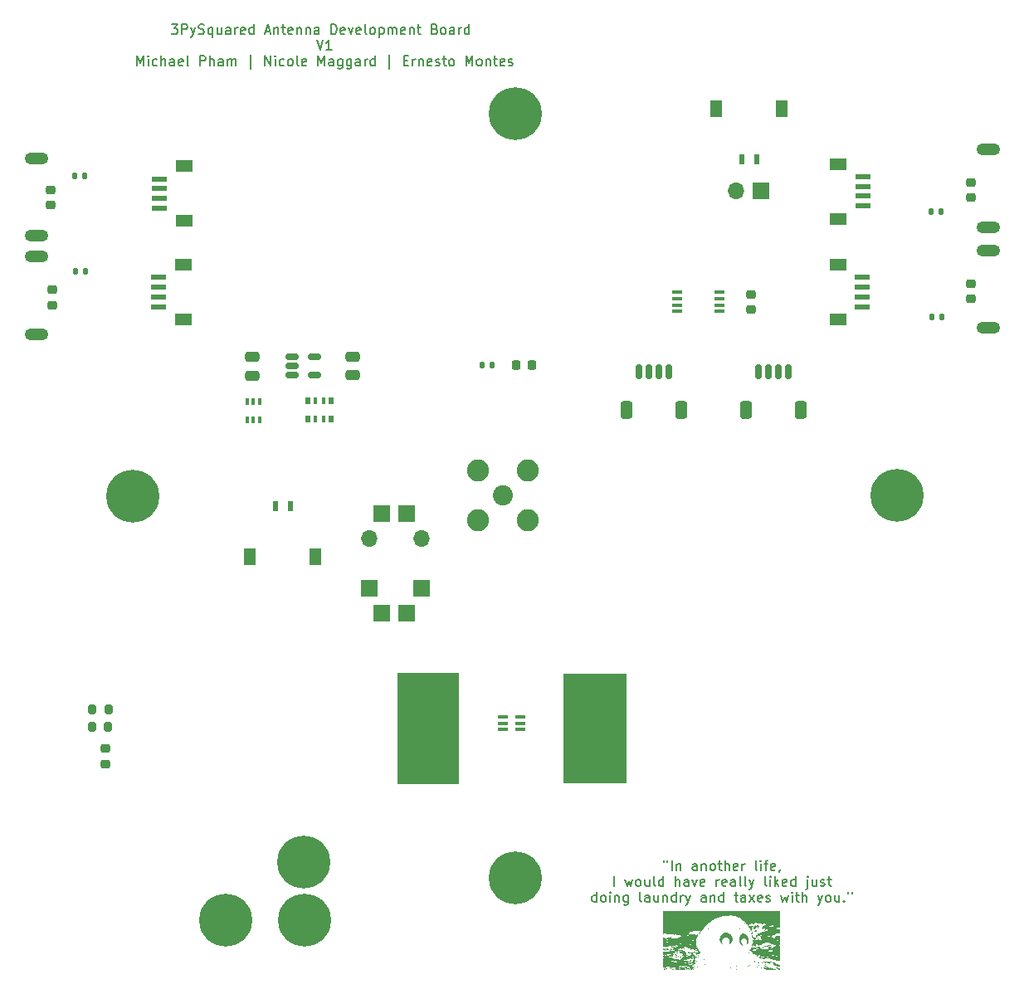
<source format=gbr>
%TF.GenerationSoftware,KiCad,Pcbnew,7.0.5*%
%TF.CreationDate,2023-07-31T21:27:43-07:00*%
%TF.ProjectId,antenna_top_cap,616e7465-6e6e-4615-9f74-6f705f636170,rev?*%
%TF.SameCoordinates,Original*%
%TF.FileFunction,Soldermask,Top*%
%TF.FilePolarity,Negative*%
%FSLAX46Y46*%
G04 Gerber Fmt 4.6, Leading zero omitted, Abs format (unit mm)*
G04 Created by KiCad (PCBNEW 7.0.5) date 2023-07-31 21:27:43*
%MOMM*%
%LPD*%
G01*
G04 APERTURE LIST*
G04 Aperture macros list*
%AMRoundRect*
0 Rectangle with rounded corners*
0 $1 Rounding radius*
0 $2 $3 $4 $5 $6 $7 $8 $9 X,Y pos of 4 corners*
0 Add a 4 corners polygon primitive as box body*
4,1,4,$2,$3,$4,$5,$6,$7,$8,$9,$2,$3,0*
0 Add four circle primitives for the rounded corners*
1,1,$1+$1,$2,$3*
1,1,$1+$1,$4,$5*
1,1,$1+$1,$6,$7*
1,1,$1+$1,$8,$9*
0 Add four rect primitives between the rounded corners*
20,1,$1+$1,$2,$3,$4,$5,0*
20,1,$1+$1,$4,$5,$6,$7,0*
20,1,$1+$1,$6,$7,$8,$9,0*
20,1,$1+$1,$8,$9,$2,$3,0*%
G04 Aperture macros list end*
%ADD10C,0.150000*%
%ADD11R,6.400000X11.300000*%
%ADD12R,6.390000X11.320000*%
%ADD13O,2.416000X1.208000*%
%ADD14RoundRect,0.200000X-0.200000X-0.275000X0.200000X-0.275000X0.200000X0.275000X-0.200000X0.275000X0*%
%ADD15O,1.700000X1.700000*%
%ADD16R,1.700000X1.700000*%
%ADD17R,1.550000X0.600000*%
%ADD18R,1.800000X1.200000*%
%ADD19R,1.000000X0.350000*%
%ADD20C,5.400000*%
%ADD21R,1.250000X1.800000*%
%ADD22R,0.600000X1.000000*%
%ADD23RoundRect,0.218750X-0.218750X-0.256250X0.218750X-0.256250X0.218750X0.256250X-0.218750X0.256250X0*%
%ADD24RoundRect,0.218750X0.256250X-0.218750X0.256250X0.218750X-0.256250X0.218750X-0.256250X-0.218750X0*%
%ADD25RoundRect,0.250000X-0.475000X0.250000X-0.475000X-0.250000X0.475000X-0.250000X0.475000X0.250000X0*%
%ADD26RoundRect,0.135000X0.135000X0.185000X-0.135000X0.185000X-0.135000X-0.185000X0.135000X-0.185000X0*%
%ADD27RoundRect,0.250000X0.475000X-0.250000X0.475000X0.250000X-0.475000X0.250000X-0.475000X-0.250000X0*%
%ADD28RoundRect,0.218750X-0.256250X0.218750X-0.256250X-0.218750X0.256250X-0.218750X0.256250X0.218750X0*%
%ADD29RoundRect,0.135000X-0.135000X-0.185000X0.135000X-0.185000X0.135000X0.185000X-0.135000X0.185000X0*%
%ADD30RoundRect,0.250000X-0.350000X-0.650000X0.350000X-0.650000X0.350000X0.650000X-0.350000X0.650000X0*%
%ADD31RoundRect,0.150000X-0.150000X-0.625000X0.150000X-0.625000X0.150000X0.625000X-0.150000X0.625000X0*%
%ADD32RoundRect,0.150000X-0.512500X-0.150000X0.512500X-0.150000X0.512500X0.150000X-0.512500X0.150000X0*%
%ADD33R,1.100000X0.400000*%
%ADD34RoundRect,0.225000X-0.250000X0.225000X-0.250000X-0.225000X0.250000X-0.225000X0.250000X0.225000X0*%
%ADD35C,2.050000*%
%ADD36C,2.250000*%
%ADD37R,0.400000X0.650000*%
%ADD38R,0.500000X0.800000*%
%ADD39R,0.400000X0.800000*%
G04 APERTURE END LIST*
D10*
X181027752Y-149440492D02*
X181027752Y-149630968D01*
X181408704Y-149440492D02*
X181408704Y-149630968D01*
X181837276Y-150440492D02*
X181837276Y-149440492D01*
X182313466Y-149773825D02*
X182313466Y-150440492D01*
X182313466Y-149869063D02*
X182361085Y-149821444D01*
X182361085Y-149821444D02*
X182456323Y-149773825D01*
X182456323Y-149773825D02*
X182599180Y-149773825D01*
X182599180Y-149773825D02*
X182694418Y-149821444D01*
X182694418Y-149821444D02*
X182742037Y-149916682D01*
X182742037Y-149916682D02*
X182742037Y-150440492D01*
X184408704Y-150440492D02*
X184408704Y-149916682D01*
X184408704Y-149916682D02*
X184361085Y-149821444D01*
X184361085Y-149821444D02*
X184265847Y-149773825D01*
X184265847Y-149773825D02*
X184075371Y-149773825D01*
X184075371Y-149773825D02*
X183980133Y-149821444D01*
X184408704Y-150392873D02*
X184313466Y-150440492D01*
X184313466Y-150440492D02*
X184075371Y-150440492D01*
X184075371Y-150440492D02*
X183980133Y-150392873D01*
X183980133Y-150392873D02*
X183932514Y-150297634D01*
X183932514Y-150297634D02*
X183932514Y-150202396D01*
X183932514Y-150202396D02*
X183980133Y-150107158D01*
X183980133Y-150107158D02*
X184075371Y-150059539D01*
X184075371Y-150059539D02*
X184313466Y-150059539D01*
X184313466Y-150059539D02*
X184408704Y-150011920D01*
X184884895Y-149773825D02*
X184884895Y-150440492D01*
X184884895Y-149869063D02*
X184932514Y-149821444D01*
X184932514Y-149821444D02*
X185027752Y-149773825D01*
X185027752Y-149773825D02*
X185170609Y-149773825D01*
X185170609Y-149773825D02*
X185265847Y-149821444D01*
X185265847Y-149821444D02*
X185313466Y-149916682D01*
X185313466Y-149916682D02*
X185313466Y-150440492D01*
X185932514Y-150440492D02*
X185837276Y-150392873D01*
X185837276Y-150392873D02*
X185789657Y-150345253D01*
X185789657Y-150345253D02*
X185742038Y-150250015D01*
X185742038Y-150250015D02*
X185742038Y-149964301D01*
X185742038Y-149964301D02*
X185789657Y-149869063D01*
X185789657Y-149869063D02*
X185837276Y-149821444D01*
X185837276Y-149821444D02*
X185932514Y-149773825D01*
X185932514Y-149773825D02*
X186075371Y-149773825D01*
X186075371Y-149773825D02*
X186170609Y-149821444D01*
X186170609Y-149821444D02*
X186218228Y-149869063D01*
X186218228Y-149869063D02*
X186265847Y-149964301D01*
X186265847Y-149964301D02*
X186265847Y-150250015D01*
X186265847Y-150250015D02*
X186218228Y-150345253D01*
X186218228Y-150345253D02*
X186170609Y-150392873D01*
X186170609Y-150392873D02*
X186075371Y-150440492D01*
X186075371Y-150440492D02*
X185932514Y-150440492D01*
X186551562Y-149773825D02*
X186932514Y-149773825D01*
X186694419Y-149440492D02*
X186694419Y-150297634D01*
X186694419Y-150297634D02*
X186742038Y-150392873D01*
X186742038Y-150392873D02*
X186837276Y-150440492D01*
X186837276Y-150440492D02*
X186932514Y-150440492D01*
X187265848Y-150440492D02*
X187265848Y-149440492D01*
X187694419Y-150440492D02*
X187694419Y-149916682D01*
X187694419Y-149916682D02*
X187646800Y-149821444D01*
X187646800Y-149821444D02*
X187551562Y-149773825D01*
X187551562Y-149773825D02*
X187408705Y-149773825D01*
X187408705Y-149773825D02*
X187313467Y-149821444D01*
X187313467Y-149821444D02*
X187265848Y-149869063D01*
X188551562Y-150392873D02*
X188456324Y-150440492D01*
X188456324Y-150440492D02*
X188265848Y-150440492D01*
X188265848Y-150440492D02*
X188170610Y-150392873D01*
X188170610Y-150392873D02*
X188122991Y-150297634D01*
X188122991Y-150297634D02*
X188122991Y-149916682D01*
X188122991Y-149916682D02*
X188170610Y-149821444D01*
X188170610Y-149821444D02*
X188265848Y-149773825D01*
X188265848Y-149773825D02*
X188456324Y-149773825D01*
X188456324Y-149773825D02*
X188551562Y-149821444D01*
X188551562Y-149821444D02*
X188599181Y-149916682D01*
X188599181Y-149916682D02*
X188599181Y-150011920D01*
X188599181Y-150011920D02*
X188122991Y-150107158D01*
X189027753Y-150440492D02*
X189027753Y-149773825D01*
X189027753Y-149964301D02*
X189075372Y-149869063D01*
X189075372Y-149869063D02*
X189122991Y-149821444D01*
X189122991Y-149821444D02*
X189218229Y-149773825D01*
X189218229Y-149773825D02*
X189313467Y-149773825D01*
X190551563Y-150440492D02*
X190456325Y-150392873D01*
X190456325Y-150392873D02*
X190408706Y-150297634D01*
X190408706Y-150297634D02*
X190408706Y-149440492D01*
X190932516Y-150440492D02*
X190932516Y-149773825D01*
X190932516Y-149440492D02*
X190884897Y-149488111D01*
X190884897Y-149488111D02*
X190932516Y-149535730D01*
X190932516Y-149535730D02*
X190980135Y-149488111D01*
X190980135Y-149488111D02*
X190932516Y-149440492D01*
X190932516Y-149440492D02*
X190932516Y-149535730D01*
X191265849Y-149773825D02*
X191646801Y-149773825D01*
X191408706Y-150440492D02*
X191408706Y-149583349D01*
X191408706Y-149583349D02*
X191456325Y-149488111D01*
X191456325Y-149488111D02*
X191551563Y-149440492D01*
X191551563Y-149440492D02*
X191646801Y-149440492D01*
X192361087Y-150392873D02*
X192265849Y-150440492D01*
X192265849Y-150440492D02*
X192075373Y-150440492D01*
X192075373Y-150440492D02*
X191980135Y-150392873D01*
X191980135Y-150392873D02*
X191932516Y-150297634D01*
X191932516Y-150297634D02*
X191932516Y-149916682D01*
X191932516Y-149916682D02*
X191980135Y-149821444D01*
X191980135Y-149821444D02*
X192075373Y-149773825D01*
X192075373Y-149773825D02*
X192265849Y-149773825D01*
X192265849Y-149773825D02*
X192361087Y-149821444D01*
X192361087Y-149821444D02*
X192408706Y-149916682D01*
X192408706Y-149916682D02*
X192408706Y-150011920D01*
X192408706Y-150011920D02*
X191932516Y-150107158D01*
X192884897Y-150392873D02*
X192884897Y-150440492D01*
X192884897Y-150440492D02*
X192837278Y-150535730D01*
X192837278Y-150535730D02*
X192789659Y-150583349D01*
X175932513Y-152050492D02*
X175932513Y-151050492D01*
X177075370Y-151383825D02*
X177265846Y-152050492D01*
X177265846Y-152050492D02*
X177456322Y-151574301D01*
X177456322Y-151574301D02*
X177646798Y-152050492D01*
X177646798Y-152050492D02*
X177837274Y-151383825D01*
X178361084Y-152050492D02*
X178265846Y-152002873D01*
X178265846Y-152002873D02*
X178218227Y-151955253D01*
X178218227Y-151955253D02*
X178170608Y-151860015D01*
X178170608Y-151860015D02*
X178170608Y-151574301D01*
X178170608Y-151574301D02*
X178218227Y-151479063D01*
X178218227Y-151479063D02*
X178265846Y-151431444D01*
X178265846Y-151431444D02*
X178361084Y-151383825D01*
X178361084Y-151383825D02*
X178503941Y-151383825D01*
X178503941Y-151383825D02*
X178599179Y-151431444D01*
X178599179Y-151431444D02*
X178646798Y-151479063D01*
X178646798Y-151479063D02*
X178694417Y-151574301D01*
X178694417Y-151574301D02*
X178694417Y-151860015D01*
X178694417Y-151860015D02*
X178646798Y-151955253D01*
X178646798Y-151955253D02*
X178599179Y-152002873D01*
X178599179Y-152002873D02*
X178503941Y-152050492D01*
X178503941Y-152050492D02*
X178361084Y-152050492D01*
X179551560Y-151383825D02*
X179551560Y-152050492D01*
X179122989Y-151383825D02*
X179122989Y-151907634D01*
X179122989Y-151907634D02*
X179170608Y-152002873D01*
X179170608Y-152002873D02*
X179265846Y-152050492D01*
X179265846Y-152050492D02*
X179408703Y-152050492D01*
X179408703Y-152050492D02*
X179503941Y-152002873D01*
X179503941Y-152002873D02*
X179551560Y-151955253D01*
X180170608Y-152050492D02*
X180075370Y-152002873D01*
X180075370Y-152002873D02*
X180027751Y-151907634D01*
X180027751Y-151907634D02*
X180027751Y-151050492D01*
X180980132Y-152050492D02*
X180980132Y-151050492D01*
X180980132Y-152002873D02*
X180884894Y-152050492D01*
X180884894Y-152050492D02*
X180694418Y-152050492D01*
X180694418Y-152050492D02*
X180599180Y-152002873D01*
X180599180Y-152002873D02*
X180551561Y-151955253D01*
X180551561Y-151955253D02*
X180503942Y-151860015D01*
X180503942Y-151860015D02*
X180503942Y-151574301D01*
X180503942Y-151574301D02*
X180551561Y-151479063D01*
X180551561Y-151479063D02*
X180599180Y-151431444D01*
X180599180Y-151431444D02*
X180694418Y-151383825D01*
X180694418Y-151383825D02*
X180884894Y-151383825D01*
X180884894Y-151383825D02*
X180980132Y-151431444D01*
X182218228Y-152050492D02*
X182218228Y-151050492D01*
X182646799Y-152050492D02*
X182646799Y-151526682D01*
X182646799Y-151526682D02*
X182599180Y-151431444D01*
X182599180Y-151431444D02*
X182503942Y-151383825D01*
X182503942Y-151383825D02*
X182361085Y-151383825D01*
X182361085Y-151383825D02*
X182265847Y-151431444D01*
X182265847Y-151431444D02*
X182218228Y-151479063D01*
X183551561Y-152050492D02*
X183551561Y-151526682D01*
X183551561Y-151526682D02*
X183503942Y-151431444D01*
X183503942Y-151431444D02*
X183408704Y-151383825D01*
X183408704Y-151383825D02*
X183218228Y-151383825D01*
X183218228Y-151383825D02*
X183122990Y-151431444D01*
X183551561Y-152002873D02*
X183456323Y-152050492D01*
X183456323Y-152050492D02*
X183218228Y-152050492D01*
X183218228Y-152050492D02*
X183122990Y-152002873D01*
X183122990Y-152002873D02*
X183075371Y-151907634D01*
X183075371Y-151907634D02*
X183075371Y-151812396D01*
X183075371Y-151812396D02*
X183122990Y-151717158D01*
X183122990Y-151717158D02*
X183218228Y-151669539D01*
X183218228Y-151669539D02*
X183456323Y-151669539D01*
X183456323Y-151669539D02*
X183551561Y-151621920D01*
X183932514Y-151383825D02*
X184170609Y-152050492D01*
X184170609Y-152050492D02*
X184408704Y-151383825D01*
X185170609Y-152002873D02*
X185075371Y-152050492D01*
X185075371Y-152050492D02*
X184884895Y-152050492D01*
X184884895Y-152050492D02*
X184789657Y-152002873D01*
X184789657Y-152002873D02*
X184742038Y-151907634D01*
X184742038Y-151907634D02*
X184742038Y-151526682D01*
X184742038Y-151526682D02*
X184789657Y-151431444D01*
X184789657Y-151431444D02*
X184884895Y-151383825D01*
X184884895Y-151383825D02*
X185075371Y-151383825D01*
X185075371Y-151383825D02*
X185170609Y-151431444D01*
X185170609Y-151431444D02*
X185218228Y-151526682D01*
X185218228Y-151526682D02*
X185218228Y-151621920D01*
X185218228Y-151621920D02*
X184742038Y-151717158D01*
X186408705Y-152050492D02*
X186408705Y-151383825D01*
X186408705Y-151574301D02*
X186456324Y-151479063D01*
X186456324Y-151479063D02*
X186503943Y-151431444D01*
X186503943Y-151431444D02*
X186599181Y-151383825D01*
X186599181Y-151383825D02*
X186694419Y-151383825D01*
X187408705Y-152002873D02*
X187313467Y-152050492D01*
X187313467Y-152050492D02*
X187122991Y-152050492D01*
X187122991Y-152050492D02*
X187027753Y-152002873D01*
X187027753Y-152002873D02*
X186980134Y-151907634D01*
X186980134Y-151907634D02*
X186980134Y-151526682D01*
X186980134Y-151526682D02*
X187027753Y-151431444D01*
X187027753Y-151431444D02*
X187122991Y-151383825D01*
X187122991Y-151383825D02*
X187313467Y-151383825D01*
X187313467Y-151383825D02*
X187408705Y-151431444D01*
X187408705Y-151431444D02*
X187456324Y-151526682D01*
X187456324Y-151526682D02*
X187456324Y-151621920D01*
X187456324Y-151621920D02*
X186980134Y-151717158D01*
X188313467Y-152050492D02*
X188313467Y-151526682D01*
X188313467Y-151526682D02*
X188265848Y-151431444D01*
X188265848Y-151431444D02*
X188170610Y-151383825D01*
X188170610Y-151383825D02*
X187980134Y-151383825D01*
X187980134Y-151383825D02*
X187884896Y-151431444D01*
X188313467Y-152002873D02*
X188218229Y-152050492D01*
X188218229Y-152050492D02*
X187980134Y-152050492D01*
X187980134Y-152050492D02*
X187884896Y-152002873D01*
X187884896Y-152002873D02*
X187837277Y-151907634D01*
X187837277Y-151907634D02*
X187837277Y-151812396D01*
X187837277Y-151812396D02*
X187884896Y-151717158D01*
X187884896Y-151717158D02*
X187980134Y-151669539D01*
X187980134Y-151669539D02*
X188218229Y-151669539D01*
X188218229Y-151669539D02*
X188313467Y-151621920D01*
X188932515Y-152050492D02*
X188837277Y-152002873D01*
X188837277Y-152002873D02*
X188789658Y-151907634D01*
X188789658Y-151907634D02*
X188789658Y-151050492D01*
X189456325Y-152050492D02*
X189361087Y-152002873D01*
X189361087Y-152002873D02*
X189313468Y-151907634D01*
X189313468Y-151907634D02*
X189313468Y-151050492D01*
X189742040Y-151383825D02*
X189980135Y-152050492D01*
X190218230Y-151383825D02*
X189980135Y-152050492D01*
X189980135Y-152050492D02*
X189884897Y-152288587D01*
X189884897Y-152288587D02*
X189837278Y-152336206D01*
X189837278Y-152336206D02*
X189742040Y-152383825D01*
X191503945Y-152050492D02*
X191408707Y-152002873D01*
X191408707Y-152002873D02*
X191361088Y-151907634D01*
X191361088Y-151907634D02*
X191361088Y-151050492D01*
X191884898Y-152050492D02*
X191884898Y-151383825D01*
X191884898Y-151050492D02*
X191837279Y-151098111D01*
X191837279Y-151098111D02*
X191884898Y-151145730D01*
X191884898Y-151145730D02*
X191932517Y-151098111D01*
X191932517Y-151098111D02*
X191884898Y-151050492D01*
X191884898Y-151050492D02*
X191884898Y-151145730D01*
X192361088Y-152050492D02*
X192361088Y-151050492D01*
X192456326Y-151669539D02*
X192742040Y-152050492D01*
X192742040Y-151383825D02*
X192361088Y-151764777D01*
X193551564Y-152002873D02*
X193456326Y-152050492D01*
X193456326Y-152050492D02*
X193265850Y-152050492D01*
X193265850Y-152050492D02*
X193170612Y-152002873D01*
X193170612Y-152002873D02*
X193122993Y-151907634D01*
X193122993Y-151907634D02*
X193122993Y-151526682D01*
X193122993Y-151526682D02*
X193170612Y-151431444D01*
X193170612Y-151431444D02*
X193265850Y-151383825D01*
X193265850Y-151383825D02*
X193456326Y-151383825D01*
X193456326Y-151383825D02*
X193551564Y-151431444D01*
X193551564Y-151431444D02*
X193599183Y-151526682D01*
X193599183Y-151526682D02*
X193599183Y-151621920D01*
X193599183Y-151621920D02*
X193122993Y-151717158D01*
X194456326Y-152050492D02*
X194456326Y-151050492D01*
X194456326Y-152002873D02*
X194361088Y-152050492D01*
X194361088Y-152050492D02*
X194170612Y-152050492D01*
X194170612Y-152050492D02*
X194075374Y-152002873D01*
X194075374Y-152002873D02*
X194027755Y-151955253D01*
X194027755Y-151955253D02*
X193980136Y-151860015D01*
X193980136Y-151860015D02*
X193980136Y-151574301D01*
X193980136Y-151574301D02*
X194027755Y-151479063D01*
X194027755Y-151479063D02*
X194075374Y-151431444D01*
X194075374Y-151431444D02*
X194170612Y-151383825D01*
X194170612Y-151383825D02*
X194361088Y-151383825D01*
X194361088Y-151383825D02*
X194456326Y-151431444D01*
X195694422Y-151383825D02*
X195694422Y-152240968D01*
X195694422Y-152240968D02*
X195646803Y-152336206D01*
X195646803Y-152336206D02*
X195551565Y-152383825D01*
X195551565Y-152383825D02*
X195503946Y-152383825D01*
X195694422Y-151050492D02*
X195646803Y-151098111D01*
X195646803Y-151098111D02*
X195694422Y-151145730D01*
X195694422Y-151145730D02*
X195742041Y-151098111D01*
X195742041Y-151098111D02*
X195694422Y-151050492D01*
X195694422Y-151050492D02*
X195694422Y-151145730D01*
X196599183Y-151383825D02*
X196599183Y-152050492D01*
X196170612Y-151383825D02*
X196170612Y-151907634D01*
X196170612Y-151907634D02*
X196218231Y-152002873D01*
X196218231Y-152002873D02*
X196313469Y-152050492D01*
X196313469Y-152050492D02*
X196456326Y-152050492D01*
X196456326Y-152050492D02*
X196551564Y-152002873D01*
X196551564Y-152002873D02*
X196599183Y-151955253D01*
X197027755Y-152002873D02*
X197122993Y-152050492D01*
X197122993Y-152050492D02*
X197313469Y-152050492D01*
X197313469Y-152050492D02*
X197408707Y-152002873D01*
X197408707Y-152002873D02*
X197456326Y-151907634D01*
X197456326Y-151907634D02*
X197456326Y-151860015D01*
X197456326Y-151860015D02*
X197408707Y-151764777D01*
X197408707Y-151764777D02*
X197313469Y-151717158D01*
X197313469Y-151717158D02*
X197170612Y-151717158D01*
X197170612Y-151717158D02*
X197075374Y-151669539D01*
X197075374Y-151669539D02*
X197027755Y-151574301D01*
X197027755Y-151574301D02*
X197027755Y-151526682D01*
X197027755Y-151526682D02*
X197075374Y-151431444D01*
X197075374Y-151431444D02*
X197170612Y-151383825D01*
X197170612Y-151383825D02*
X197313469Y-151383825D01*
X197313469Y-151383825D02*
X197408707Y-151431444D01*
X197742041Y-151383825D02*
X198122993Y-151383825D01*
X197884898Y-151050492D02*
X197884898Y-151907634D01*
X197884898Y-151907634D02*
X197932517Y-152002873D01*
X197932517Y-152002873D02*
X198027755Y-152050492D01*
X198027755Y-152050492D02*
X198122993Y-152050492D01*
X174170608Y-153660492D02*
X174170608Y-152660492D01*
X174170608Y-153612873D02*
X174075370Y-153660492D01*
X174075370Y-153660492D02*
X173884894Y-153660492D01*
X173884894Y-153660492D02*
X173789656Y-153612873D01*
X173789656Y-153612873D02*
X173742037Y-153565253D01*
X173742037Y-153565253D02*
X173694418Y-153470015D01*
X173694418Y-153470015D02*
X173694418Y-153184301D01*
X173694418Y-153184301D02*
X173742037Y-153089063D01*
X173742037Y-153089063D02*
X173789656Y-153041444D01*
X173789656Y-153041444D02*
X173884894Y-152993825D01*
X173884894Y-152993825D02*
X174075370Y-152993825D01*
X174075370Y-152993825D02*
X174170608Y-153041444D01*
X174789656Y-153660492D02*
X174694418Y-153612873D01*
X174694418Y-153612873D02*
X174646799Y-153565253D01*
X174646799Y-153565253D02*
X174599180Y-153470015D01*
X174599180Y-153470015D02*
X174599180Y-153184301D01*
X174599180Y-153184301D02*
X174646799Y-153089063D01*
X174646799Y-153089063D02*
X174694418Y-153041444D01*
X174694418Y-153041444D02*
X174789656Y-152993825D01*
X174789656Y-152993825D02*
X174932513Y-152993825D01*
X174932513Y-152993825D02*
X175027751Y-153041444D01*
X175027751Y-153041444D02*
X175075370Y-153089063D01*
X175075370Y-153089063D02*
X175122989Y-153184301D01*
X175122989Y-153184301D02*
X175122989Y-153470015D01*
X175122989Y-153470015D02*
X175075370Y-153565253D01*
X175075370Y-153565253D02*
X175027751Y-153612873D01*
X175027751Y-153612873D02*
X174932513Y-153660492D01*
X174932513Y-153660492D02*
X174789656Y-153660492D01*
X175551561Y-153660492D02*
X175551561Y-152993825D01*
X175551561Y-152660492D02*
X175503942Y-152708111D01*
X175503942Y-152708111D02*
X175551561Y-152755730D01*
X175551561Y-152755730D02*
X175599180Y-152708111D01*
X175599180Y-152708111D02*
X175551561Y-152660492D01*
X175551561Y-152660492D02*
X175551561Y-152755730D01*
X176027751Y-152993825D02*
X176027751Y-153660492D01*
X176027751Y-153089063D02*
X176075370Y-153041444D01*
X176075370Y-153041444D02*
X176170608Y-152993825D01*
X176170608Y-152993825D02*
X176313465Y-152993825D01*
X176313465Y-152993825D02*
X176408703Y-153041444D01*
X176408703Y-153041444D02*
X176456322Y-153136682D01*
X176456322Y-153136682D02*
X176456322Y-153660492D01*
X177361084Y-152993825D02*
X177361084Y-153803349D01*
X177361084Y-153803349D02*
X177313465Y-153898587D01*
X177313465Y-153898587D02*
X177265846Y-153946206D01*
X177265846Y-153946206D02*
X177170608Y-153993825D01*
X177170608Y-153993825D02*
X177027751Y-153993825D01*
X177027751Y-153993825D02*
X176932513Y-153946206D01*
X177361084Y-153612873D02*
X177265846Y-153660492D01*
X177265846Y-153660492D02*
X177075370Y-153660492D01*
X177075370Y-153660492D02*
X176980132Y-153612873D01*
X176980132Y-153612873D02*
X176932513Y-153565253D01*
X176932513Y-153565253D02*
X176884894Y-153470015D01*
X176884894Y-153470015D02*
X176884894Y-153184301D01*
X176884894Y-153184301D02*
X176932513Y-153089063D01*
X176932513Y-153089063D02*
X176980132Y-153041444D01*
X176980132Y-153041444D02*
X177075370Y-152993825D01*
X177075370Y-152993825D02*
X177265846Y-152993825D01*
X177265846Y-152993825D02*
X177361084Y-153041444D01*
X178742037Y-153660492D02*
X178646799Y-153612873D01*
X178646799Y-153612873D02*
X178599180Y-153517634D01*
X178599180Y-153517634D02*
X178599180Y-152660492D01*
X179551561Y-153660492D02*
X179551561Y-153136682D01*
X179551561Y-153136682D02*
X179503942Y-153041444D01*
X179503942Y-153041444D02*
X179408704Y-152993825D01*
X179408704Y-152993825D02*
X179218228Y-152993825D01*
X179218228Y-152993825D02*
X179122990Y-153041444D01*
X179551561Y-153612873D02*
X179456323Y-153660492D01*
X179456323Y-153660492D02*
X179218228Y-153660492D01*
X179218228Y-153660492D02*
X179122990Y-153612873D01*
X179122990Y-153612873D02*
X179075371Y-153517634D01*
X179075371Y-153517634D02*
X179075371Y-153422396D01*
X179075371Y-153422396D02*
X179122990Y-153327158D01*
X179122990Y-153327158D02*
X179218228Y-153279539D01*
X179218228Y-153279539D02*
X179456323Y-153279539D01*
X179456323Y-153279539D02*
X179551561Y-153231920D01*
X180456323Y-152993825D02*
X180456323Y-153660492D01*
X180027752Y-152993825D02*
X180027752Y-153517634D01*
X180027752Y-153517634D02*
X180075371Y-153612873D01*
X180075371Y-153612873D02*
X180170609Y-153660492D01*
X180170609Y-153660492D02*
X180313466Y-153660492D01*
X180313466Y-153660492D02*
X180408704Y-153612873D01*
X180408704Y-153612873D02*
X180456323Y-153565253D01*
X180932514Y-152993825D02*
X180932514Y-153660492D01*
X180932514Y-153089063D02*
X180980133Y-153041444D01*
X180980133Y-153041444D02*
X181075371Y-152993825D01*
X181075371Y-152993825D02*
X181218228Y-152993825D01*
X181218228Y-152993825D02*
X181313466Y-153041444D01*
X181313466Y-153041444D02*
X181361085Y-153136682D01*
X181361085Y-153136682D02*
X181361085Y-153660492D01*
X182265847Y-153660492D02*
X182265847Y-152660492D01*
X182265847Y-153612873D02*
X182170609Y-153660492D01*
X182170609Y-153660492D02*
X181980133Y-153660492D01*
X181980133Y-153660492D02*
X181884895Y-153612873D01*
X181884895Y-153612873D02*
X181837276Y-153565253D01*
X181837276Y-153565253D02*
X181789657Y-153470015D01*
X181789657Y-153470015D02*
X181789657Y-153184301D01*
X181789657Y-153184301D02*
X181837276Y-153089063D01*
X181837276Y-153089063D02*
X181884895Y-153041444D01*
X181884895Y-153041444D02*
X181980133Y-152993825D01*
X181980133Y-152993825D02*
X182170609Y-152993825D01*
X182170609Y-152993825D02*
X182265847Y-153041444D01*
X182742038Y-153660492D02*
X182742038Y-152993825D01*
X182742038Y-153184301D02*
X182789657Y-153089063D01*
X182789657Y-153089063D02*
X182837276Y-153041444D01*
X182837276Y-153041444D02*
X182932514Y-152993825D01*
X182932514Y-152993825D02*
X183027752Y-152993825D01*
X183265848Y-152993825D02*
X183503943Y-153660492D01*
X183742038Y-152993825D02*
X183503943Y-153660492D01*
X183503943Y-153660492D02*
X183408705Y-153898587D01*
X183408705Y-153898587D02*
X183361086Y-153946206D01*
X183361086Y-153946206D02*
X183265848Y-153993825D01*
X185313467Y-153660492D02*
X185313467Y-153136682D01*
X185313467Y-153136682D02*
X185265848Y-153041444D01*
X185265848Y-153041444D02*
X185170610Y-152993825D01*
X185170610Y-152993825D02*
X184980134Y-152993825D01*
X184980134Y-152993825D02*
X184884896Y-153041444D01*
X185313467Y-153612873D02*
X185218229Y-153660492D01*
X185218229Y-153660492D02*
X184980134Y-153660492D01*
X184980134Y-153660492D02*
X184884896Y-153612873D01*
X184884896Y-153612873D02*
X184837277Y-153517634D01*
X184837277Y-153517634D02*
X184837277Y-153422396D01*
X184837277Y-153422396D02*
X184884896Y-153327158D01*
X184884896Y-153327158D02*
X184980134Y-153279539D01*
X184980134Y-153279539D02*
X185218229Y-153279539D01*
X185218229Y-153279539D02*
X185313467Y-153231920D01*
X185789658Y-152993825D02*
X185789658Y-153660492D01*
X185789658Y-153089063D02*
X185837277Y-153041444D01*
X185837277Y-153041444D02*
X185932515Y-152993825D01*
X185932515Y-152993825D02*
X186075372Y-152993825D01*
X186075372Y-152993825D02*
X186170610Y-153041444D01*
X186170610Y-153041444D02*
X186218229Y-153136682D01*
X186218229Y-153136682D02*
X186218229Y-153660492D01*
X187122991Y-153660492D02*
X187122991Y-152660492D01*
X187122991Y-153612873D02*
X187027753Y-153660492D01*
X187027753Y-153660492D02*
X186837277Y-153660492D01*
X186837277Y-153660492D02*
X186742039Y-153612873D01*
X186742039Y-153612873D02*
X186694420Y-153565253D01*
X186694420Y-153565253D02*
X186646801Y-153470015D01*
X186646801Y-153470015D02*
X186646801Y-153184301D01*
X186646801Y-153184301D02*
X186694420Y-153089063D01*
X186694420Y-153089063D02*
X186742039Y-153041444D01*
X186742039Y-153041444D02*
X186837277Y-152993825D01*
X186837277Y-152993825D02*
X187027753Y-152993825D01*
X187027753Y-152993825D02*
X187122991Y-153041444D01*
X188218230Y-152993825D02*
X188599182Y-152993825D01*
X188361087Y-152660492D02*
X188361087Y-153517634D01*
X188361087Y-153517634D02*
X188408706Y-153612873D01*
X188408706Y-153612873D02*
X188503944Y-153660492D01*
X188503944Y-153660492D02*
X188599182Y-153660492D01*
X189361087Y-153660492D02*
X189361087Y-153136682D01*
X189361087Y-153136682D02*
X189313468Y-153041444D01*
X189313468Y-153041444D02*
X189218230Y-152993825D01*
X189218230Y-152993825D02*
X189027754Y-152993825D01*
X189027754Y-152993825D02*
X188932516Y-153041444D01*
X189361087Y-153612873D02*
X189265849Y-153660492D01*
X189265849Y-153660492D02*
X189027754Y-153660492D01*
X189027754Y-153660492D02*
X188932516Y-153612873D01*
X188932516Y-153612873D02*
X188884897Y-153517634D01*
X188884897Y-153517634D02*
X188884897Y-153422396D01*
X188884897Y-153422396D02*
X188932516Y-153327158D01*
X188932516Y-153327158D02*
X189027754Y-153279539D01*
X189027754Y-153279539D02*
X189265849Y-153279539D01*
X189265849Y-153279539D02*
X189361087Y-153231920D01*
X189742040Y-153660492D02*
X190265849Y-152993825D01*
X189742040Y-152993825D02*
X190265849Y-153660492D01*
X191027754Y-153612873D02*
X190932516Y-153660492D01*
X190932516Y-153660492D02*
X190742040Y-153660492D01*
X190742040Y-153660492D02*
X190646802Y-153612873D01*
X190646802Y-153612873D02*
X190599183Y-153517634D01*
X190599183Y-153517634D02*
X190599183Y-153136682D01*
X190599183Y-153136682D02*
X190646802Y-153041444D01*
X190646802Y-153041444D02*
X190742040Y-152993825D01*
X190742040Y-152993825D02*
X190932516Y-152993825D01*
X190932516Y-152993825D02*
X191027754Y-153041444D01*
X191027754Y-153041444D02*
X191075373Y-153136682D01*
X191075373Y-153136682D02*
X191075373Y-153231920D01*
X191075373Y-153231920D02*
X190599183Y-153327158D01*
X191456326Y-153612873D02*
X191551564Y-153660492D01*
X191551564Y-153660492D02*
X191742040Y-153660492D01*
X191742040Y-153660492D02*
X191837278Y-153612873D01*
X191837278Y-153612873D02*
X191884897Y-153517634D01*
X191884897Y-153517634D02*
X191884897Y-153470015D01*
X191884897Y-153470015D02*
X191837278Y-153374777D01*
X191837278Y-153374777D02*
X191742040Y-153327158D01*
X191742040Y-153327158D02*
X191599183Y-153327158D01*
X191599183Y-153327158D02*
X191503945Y-153279539D01*
X191503945Y-153279539D02*
X191456326Y-153184301D01*
X191456326Y-153184301D02*
X191456326Y-153136682D01*
X191456326Y-153136682D02*
X191503945Y-153041444D01*
X191503945Y-153041444D02*
X191599183Y-152993825D01*
X191599183Y-152993825D02*
X191742040Y-152993825D01*
X191742040Y-152993825D02*
X191837278Y-153041444D01*
X192980136Y-152993825D02*
X193170612Y-153660492D01*
X193170612Y-153660492D02*
X193361088Y-153184301D01*
X193361088Y-153184301D02*
X193551564Y-153660492D01*
X193551564Y-153660492D02*
X193742040Y-152993825D01*
X194122993Y-153660492D02*
X194122993Y-152993825D01*
X194122993Y-152660492D02*
X194075374Y-152708111D01*
X194075374Y-152708111D02*
X194122993Y-152755730D01*
X194122993Y-152755730D02*
X194170612Y-152708111D01*
X194170612Y-152708111D02*
X194122993Y-152660492D01*
X194122993Y-152660492D02*
X194122993Y-152755730D01*
X194456326Y-152993825D02*
X194837278Y-152993825D01*
X194599183Y-152660492D02*
X194599183Y-153517634D01*
X194599183Y-153517634D02*
X194646802Y-153612873D01*
X194646802Y-153612873D02*
X194742040Y-153660492D01*
X194742040Y-153660492D02*
X194837278Y-153660492D01*
X195170612Y-153660492D02*
X195170612Y-152660492D01*
X195599183Y-153660492D02*
X195599183Y-153136682D01*
X195599183Y-153136682D02*
X195551564Y-153041444D01*
X195551564Y-153041444D02*
X195456326Y-152993825D01*
X195456326Y-152993825D02*
X195313469Y-152993825D01*
X195313469Y-152993825D02*
X195218231Y-153041444D01*
X195218231Y-153041444D02*
X195170612Y-153089063D01*
X196742041Y-152993825D02*
X196980136Y-153660492D01*
X197218231Y-152993825D02*
X196980136Y-153660492D01*
X196980136Y-153660492D02*
X196884898Y-153898587D01*
X196884898Y-153898587D02*
X196837279Y-153946206D01*
X196837279Y-153946206D02*
X196742041Y-153993825D01*
X197742041Y-153660492D02*
X197646803Y-153612873D01*
X197646803Y-153612873D02*
X197599184Y-153565253D01*
X197599184Y-153565253D02*
X197551565Y-153470015D01*
X197551565Y-153470015D02*
X197551565Y-153184301D01*
X197551565Y-153184301D02*
X197599184Y-153089063D01*
X197599184Y-153089063D02*
X197646803Y-153041444D01*
X197646803Y-153041444D02*
X197742041Y-152993825D01*
X197742041Y-152993825D02*
X197884898Y-152993825D01*
X197884898Y-152993825D02*
X197980136Y-153041444D01*
X197980136Y-153041444D02*
X198027755Y-153089063D01*
X198027755Y-153089063D02*
X198075374Y-153184301D01*
X198075374Y-153184301D02*
X198075374Y-153470015D01*
X198075374Y-153470015D02*
X198027755Y-153565253D01*
X198027755Y-153565253D02*
X197980136Y-153612873D01*
X197980136Y-153612873D02*
X197884898Y-153660492D01*
X197884898Y-153660492D02*
X197742041Y-153660492D01*
X198932517Y-152993825D02*
X198932517Y-153660492D01*
X198503946Y-152993825D02*
X198503946Y-153517634D01*
X198503946Y-153517634D02*
X198551565Y-153612873D01*
X198551565Y-153612873D02*
X198646803Y-153660492D01*
X198646803Y-153660492D02*
X198789660Y-153660492D01*
X198789660Y-153660492D02*
X198884898Y-153612873D01*
X198884898Y-153612873D02*
X198932517Y-153565253D01*
X199408708Y-153565253D02*
X199456327Y-153612873D01*
X199456327Y-153612873D02*
X199408708Y-153660492D01*
X199408708Y-153660492D02*
X199361089Y-153612873D01*
X199361089Y-153612873D02*
X199408708Y-153565253D01*
X199408708Y-153565253D02*
X199408708Y-153660492D01*
X199837279Y-152660492D02*
X199837279Y-152850968D01*
X200218231Y-152660492D02*
X200218231Y-152850968D01*
X130796750Y-64114219D02*
X131415797Y-64114219D01*
X131415797Y-64114219D02*
X131082464Y-64495171D01*
X131082464Y-64495171D02*
X131225321Y-64495171D01*
X131225321Y-64495171D02*
X131320559Y-64542790D01*
X131320559Y-64542790D02*
X131368178Y-64590409D01*
X131368178Y-64590409D02*
X131415797Y-64685647D01*
X131415797Y-64685647D02*
X131415797Y-64923742D01*
X131415797Y-64923742D02*
X131368178Y-65018980D01*
X131368178Y-65018980D02*
X131320559Y-65066600D01*
X131320559Y-65066600D02*
X131225321Y-65114219D01*
X131225321Y-65114219D02*
X130939607Y-65114219D01*
X130939607Y-65114219D02*
X130844369Y-65066600D01*
X130844369Y-65066600D02*
X130796750Y-65018980D01*
X131844369Y-65114219D02*
X131844369Y-64114219D01*
X131844369Y-64114219D02*
X132225321Y-64114219D01*
X132225321Y-64114219D02*
X132320559Y-64161838D01*
X132320559Y-64161838D02*
X132368178Y-64209457D01*
X132368178Y-64209457D02*
X132415797Y-64304695D01*
X132415797Y-64304695D02*
X132415797Y-64447552D01*
X132415797Y-64447552D02*
X132368178Y-64542790D01*
X132368178Y-64542790D02*
X132320559Y-64590409D01*
X132320559Y-64590409D02*
X132225321Y-64638028D01*
X132225321Y-64638028D02*
X131844369Y-64638028D01*
X132749131Y-64447552D02*
X132987226Y-65114219D01*
X133225321Y-64447552D02*
X132987226Y-65114219D01*
X132987226Y-65114219D02*
X132891988Y-65352314D01*
X132891988Y-65352314D02*
X132844369Y-65399933D01*
X132844369Y-65399933D02*
X132749131Y-65447552D01*
X133558655Y-65066600D02*
X133701512Y-65114219D01*
X133701512Y-65114219D02*
X133939607Y-65114219D01*
X133939607Y-65114219D02*
X134034845Y-65066600D01*
X134034845Y-65066600D02*
X134082464Y-65018980D01*
X134082464Y-65018980D02*
X134130083Y-64923742D01*
X134130083Y-64923742D02*
X134130083Y-64828504D01*
X134130083Y-64828504D02*
X134082464Y-64733266D01*
X134082464Y-64733266D02*
X134034845Y-64685647D01*
X134034845Y-64685647D02*
X133939607Y-64638028D01*
X133939607Y-64638028D02*
X133749131Y-64590409D01*
X133749131Y-64590409D02*
X133653893Y-64542790D01*
X133653893Y-64542790D02*
X133606274Y-64495171D01*
X133606274Y-64495171D02*
X133558655Y-64399933D01*
X133558655Y-64399933D02*
X133558655Y-64304695D01*
X133558655Y-64304695D02*
X133606274Y-64209457D01*
X133606274Y-64209457D02*
X133653893Y-64161838D01*
X133653893Y-64161838D02*
X133749131Y-64114219D01*
X133749131Y-64114219D02*
X133987226Y-64114219D01*
X133987226Y-64114219D02*
X134130083Y-64161838D01*
X134987226Y-64447552D02*
X134987226Y-65447552D01*
X134987226Y-65066600D02*
X134891988Y-65114219D01*
X134891988Y-65114219D02*
X134701512Y-65114219D01*
X134701512Y-65114219D02*
X134606274Y-65066600D01*
X134606274Y-65066600D02*
X134558655Y-65018980D01*
X134558655Y-65018980D02*
X134511036Y-64923742D01*
X134511036Y-64923742D02*
X134511036Y-64638028D01*
X134511036Y-64638028D02*
X134558655Y-64542790D01*
X134558655Y-64542790D02*
X134606274Y-64495171D01*
X134606274Y-64495171D02*
X134701512Y-64447552D01*
X134701512Y-64447552D02*
X134891988Y-64447552D01*
X134891988Y-64447552D02*
X134987226Y-64495171D01*
X135891988Y-64447552D02*
X135891988Y-65114219D01*
X135463417Y-64447552D02*
X135463417Y-64971361D01*
X135463417Y-64971361D02*
X135511036Y-65066600D01*
X135511036Y-65066600D02*
X135606274Y-65114219D01*
X135606274Y-65114219D02*
X135749131Y-65114219D01*
X135749131Y-65114219D02*
X135844369Y-65066600D01*
X135844369Y-65066600D02*
X135891988Y-65018980D01*
X136796750Y-65114219D02*
X136796750Y-64590409D01*
X136796750Y-64590409D02*
X136749131Y-64495171D01*
X136749131Y-64495171D02*
X136653893Y-64447552D01*
X136653893Y-64447552D02*
X136463417Y-64447552D01*
X136463417Y-64447552D02*
X136368179Y-64495171D01*
X136796750Y-65066600D02*
X136701512Y-65114219D01*
X136701512Y-65114219D02*
X136463417Y-65114219D01*
X136463417Y-65114219D02*
X136368179Y-65066600D01*
X136368179Y-65066600D02*
X136320560Y-64971361D01*
X136320560Y-64971361D02*
X136320560Y-64876123D01*
X136320560Y-64876123D02*
X136368179Y-64780885D01*
X136368179Y-64780885D02*
X136463417Y-64733266D01*
X136463417Y-64733266D02*
X136701512Y-64733266D01*
X136701512Y-64733266D02*
X136796750Y-64685647D01*
X137272941Y-65114219D02*
X137272941Y-64447552D01*
X137272941Y-64638028D02*
X137320560Y-64542790D01*
X137320560Y-64542790D02*
X137368179Y-64495171D01*
X137368179Y-64495171D02*
X137463417Y-64447552D01*
X137463417Y-64447552D02*
X137558655Y-64447552D01*
X138272941Y-65066600D02*
X138177703Y-65114219D01*
X138177703Y-65114219D02*
X137987227Y-65114219D01*
X137987227Y-65114219D02*
X137891989Y-65066600D01*
X137891989Y-65066600D02*
X137844370Y-64971361D01*
X137844370Y-64971361D02*
X137844370Y-64590409D01*
X137844370Y-64590409D02*
X137891989Y-64495171D01*
X137891989Y-64495171D02*
X137987227Y-64447552D01*
X137987227Y-64447552D02*
X138177703Y-64447552D01*
X138177703Y-64447552D02*
X138272941Y-64495171D01*
X138272941Y-64495171D02*
X138320560Y-64590409D01*
X138320560Y-64590409D02*
X138320560Y-64685647D01*
X138320560Y-64685647D02*
X137844370Y-64780885D01*
X139177703Y-65114219D02*
X139177703Y-64114219D01*
X139177703Y-65066600D02*
X139082465Y-65114219D01*
X139082465Y-65114219D02*
X138891989Y-65114219D01*
X138891989Y-65114219D02*
X138796751Y-65066600D01*
X138796751Y-65066600D02*
X138749132Y-65018980D01*
X138749132Y-65018980D02*
X138701513Y-64923742D01*
X138701513Y-64923742D02*
X138701513Y-64638028D01*
X138701513Y-64638028D02*
X138749132Y-64542790D01*
X138749132Y-64542790D02*
X138796751Y-64495171D01*
X138796751Y-64495171D02*
X138891989Y-64447552D01*
X138891989Y-64447552D02*
X139082465Y-64447552D01*
X139082465Y-64447552D02*
X139177703Y-64495171D01*
X140368180Y-64828504D02*
X140844370Y-64828504D01*
X140272942Y-65114219D02*
X140606275Y-64114219D01*
X140606275Y-64114219D02*
X140939608Y-65114219D01*
X141272942Y-64447552D02*
X141272942Y-65114219D01*
X141272942Y-64542790D02*
X141320561Y-64495171D01*
X141320561Y-64495171D02*
X141415799Y-64447552D01*
X141415799Y-64447552D02*
X141558656Y-64447552D01*
X141558656Y-64447552D02*
X141653894Y-64495171D01*
X141653894Y-64495171D02*
X141701513Y-64590409D01*
X141701513Y-64590409D02*
X141701513Y-65114219D01*
X142034847Y-64447552D02*
X142415799Y-64447552D01*
X142177704Y-64114219D02*
X142177704Y-64971361D01*
X142177704Y-64971361D02*
X142225323Y-65066600D01*
X142225323Y-65066600D02*
X142320561Y-65114219D01*
X142320561Y-65114219D02*
X142415799Y-65114219D01*
X143130085Y-65066600D02*
X143034847Y-65114219D01*
X143034847Y-65114219D02*
X142844371Y-65114219D01*
X142844371Y-65114219D02*
X142749133Y-65066600D01*
X142749133Y-65066600D02*
X142701514Y-64971361D01*
X142701514Y-64971361D02*
X142701514Y-64590409D01*
X142701514Y-64590409D02*
X142749133Y-64495171D01*
X142749133Y-64495171D02*
X142844371Y-64447552D01*
X142844371Y-64447552D02*
X143034847Y-64447552D01*
X143034847Y-64447552D02*
X143130085Y-64495171D01*
X143130085Y-64495171D02*
X143177704Y-64590409D01*
X143177704Y-64590409D02*
X143177704Y-64685647D01*
X143177704Y-64685647D02*
X142701514Y-64780885D01*
X143606276Y-64447552D02*
X143606276Y-65114219D01*
X143606276Y-64542790D02*
X143653895Y-64495171D01*
X143653895Y-64495171D02*
X143749133Y-64447552D01*
X143749133Y-64447552D02*
X143891990Y-64447552D01*
X143891990Y-64447552D02*
X143987228Y-64495171D01*
X143987228Y-64495171D02*
X144034847Y-64590409D01*
X144034847Y-64590409D02*
X144034847Y-65114219D01*
X144511038Y-64447552D02*
X144511038Y-65114219D01*
X144511038Y-64542790D02*
X144558657Y-64495171D01*
X144558657Y-64495171D02*
X144653895Y-64447552D01*
X144653895Y-64447552D02*
X144796752Y-64447552D01*
X144796752Y-64447552D02*
X144891990Y-64495171D01*
X144891990Y-64495171D02*
X144939609Y-64590409D01*
X144939609Y-64590409D02*
X144939609Y-65114219D01*
X145844371Y-65114219D02*
X145844371Y-64590409D01*
X145844371Y-64590409D02*
X145796752Y-64495171D01*
X145796752Y-64495171D02*
X145701514Y-64447552D01*
X145701514Y-64447552D02*
X145511038Y-64447552D01*
X145511038Y-64447552D02*
X145415800Y-64495171D01*
X145844371Y-65066600D02*
X145749133Y-65114219D01*
X145749133Y-65114219D02*
X145511038Y-65114219D01*
X145511038Y-65114219D02*
X145415800Y-65066600D01*
X145415800Y-65066600D02*
X145368181Y-64971361D01*
X145368181Y-64971361D02*
X145368181Y-64876123D01*
X145368181Y-64876123D02*
X145415800Y-64780885D01*
X145415800Y-64780885D02*
X145511038Y-64733266D01*
X145511038Y-64733266D02*
X145749133Y-64733266D01*
X145749133Y-64733266D02*
X145844371Y-64685647D01*
X147082467Y-65114219D02*
X147082467Y-64114219D01*
X147082467Y-64114219D02*
X147320562Y-64114219D01*
X147320562Y-64114219D02*
X147463419Y-64161838D01*
X147463419Y-64161838D02*
X147558657Y-64257076D01*
X147558657Y-64257076D02*
X147606276Y-64352314D01*
X147606276Y-64352314D02*
X147653895Y-64542790D01*
X147653895Y-64542790D02*
X147653895Y-64685647D01*
X147653895Y-64685647D02*
X147606276Y-64876123D01*
X147606276Y-64876123D02*
X147558657Y-64971361D01*
X147558657Y-64971361D02*
X147463419Y-65066600D01*
X147463419Y-65066600D02*
X147320562Y-65114219D01*
X147320562Y-65114219D02*
X147082467Y-65114219D01*
X148463419Y-65066600D02*
X148368181Y-65114219D01*
X148368181Y-65114219D02*
X148177705Y-65114219D01*
X148177705Y-65114219D02*
X148082467Y-65066600D01*
X148082467Y-65066600D02*
X148034848Y-64971361D01*
X148034848Y-64971361D02*
X148034848Y-64590409D01*
X148034848Y-64590409D02*
X148082467Y-64495171D01*
X148082467Y-64495171D02*
X148177705Y-64447552D01*
X148177705Y-64447552D02*
X148368181Y-64447552D01*
X148368181Y-64447552D02*
X148463419Y-64495171D01*
X148463419Y-64495171D02*
X148511038Y-64590409D01*
X148511038Y-64590409D02*
X148511038Y-64685647D01*
X148511038Y-64685647D02*
X148034848Y-64780885D01*
X148844372Y-64447552D02*
X149082467Y-65114219D01*
X149082467Y-65114219D02*
X149320562Y-64447552D01*
X150082467Y-65066600D02*
X149987229Y-65114219D01*
X149987229Y-65114219D02*
X149796753Y-65114219D01*
X149796753Y-65114219D02*
X149701515Y-65066600D01*
X149701515Y-65066600D02*
X149653896Y-64971361D01*
X149653896Y-64971361D02*
X149653896Y-64590409D01*
X149653896Y-64590409D02*
X149701515Y-64495171D01*
X149701515Y-64495171D02*
X149796753Y-64447552D01*
X149796753Y-64447552D02*
X149987229Y-64447552D01*
X149987229Y-64447552D02*
X150082467Y-64495171D01*
X150082467Y-64495171D02*
X150130086Y-64590409D01*
X150130086Y-64590409D02*
X150130086Y-64685647D01*
X150130086Y-64685647D02*
X149653896Y-64780885D01*
X150701515Y-65114219D02*
X150606277Y-65066600D01*
X150606277Y-65066600D02*
X150558658Y-64971361D01*
X150558658Y-64971361D02*
X150558658Y-64114219D01*
X151225325Y-65114219D02*
X151130087Y-65066600D01*
X151130087Y-65066600D02*
X151082468Y-65018980D01*
X151082468Y-65018980D02*
X151034849Y-64923742D01*
X151034849Y-64923742D02*
X151034849Y-64638028D01*
X151034849Y-64638028D02*
X151082468Y-64542790D01*
X151082468Y-64542790D02*
X151130087Y-64495171D01*
X151130087Y-64495171D02*
X151225325Y-64447552D01*
X151225325Y-64447552D02*
X151368182Y-64447552D01*
X151368182Y-64447552D02*
X151463420Y-64495171D01*
X151463420Y-64495171D02*
X151511039Y-64542790D01*
X151511039Y-64542790D02*
X151558658Y-64638028D01*
X151558658Y-64638028D02*
X151558658Y-64923742D01*
X151558658Y-64923742D02*
X151511039Y-65018980D01*
X151511039Y-65018980D02*
X151463420Y-65066600D01*
X151463420Y-65066600D02*
X151368182Y-65114219D01*
X151368182Y-65114219D02*
X151225325Y-65114219D01*
X151987230Y-64447552D02*
X151987230Y-65447552D01*
X151987230Y-64495171D02*
X152082468Y-64447552D01*
X152082468Y-64447552D02*
X152272944Y-64447552D01*
X152272944Y-64447552D02*
X152368182Y-64495171D01*
X152368182Y-64495171D02*
X152415801Y-64542790D01*
X152415801Y-64542790D02*
X152463420Y-64638028D01*
X152463420Y-64638028D02*
X152463420Y-64923742D01*
X152463420Y-64923742D02*
X152415801Y-65018980D01*
X152415801Y-65018980D02*
X152368182Y-65066600D01*
X152368182Y-65066600D02*
X152272944Y-65114219D01*
X152272944Y-65114219D02*
X152082468Y-65114219D01*
X152082468Y-65114219D02*
X151987230Y-65066600D01*
X152891992Y-65114219D02*
X152891992Y-64447552D01*
X152891992Y-64542790D02*
X152939611Y-64495171D01*
X152939611Y-64495171D02*
X153034849Y-64447552D01*
X153034849Y-64447552D02*
X153177706Y-64447552D01*
X153177706Y-64447552D02*
X153272944Y-64495171D01*
X153272944Y-64495171D02*
X153320563Y-64590409D01*
X153320563Y-64590409D02*
X153320563Y-65114219D01*
X153320563Y-64590409D02*
X153368182Y-64495171D01*
X153368182Y-64495171D02*
X153463420Y-64447552D01*
X153463420Y-64447552D02*
X153606277Y-64447552D01*
X153606277Y-64447552D02*
X153701516Y-64495171D01*
X153701516Y-64495171D02*
X153749135Y-64590409D01*
X153749135Y-64590409D02*
X153749135Y-65114219D01*
X154606277Y-65066600D02*
X154511039Y-65114219D01*
X154511039Y-65114219D02*
X154320563Y-65114219D01*
X154320563Y-65114219D02*
X154225325Y-65066600D01*
X154225325Y-65066600D02*
X154177706Y-64971361D01*
X154177706Y-64971361D02*
X154177706Y-64590409D01*
X154177706Y-64590409D02*
X154225325Y-64495171D01*
X154225325Y-64495171D02*
X154320563Y-64447552D01*
X154320563Y-64447552D02*
X154511039Y-64447552D01*
X154511039Y-64447552D02*
X154606277Y-64495171D01*
X154606277Y-64495171D02*
X154653896Y-64590409D01*
X154653896Y-64590409D02*
X154653896Y-64685647D01*
X154653896Y-64685647D02*
X154177706Y-64780885D01*
X155082468Y-64447552D02*
X155082468Y-65114219D01*
X155082468Y-64542790D02*
X155130087Y-64495171D01*
X155130087Y-64495171D02*
X155225325Y-64447552D01*
X155225325Y-64447552D02*
X155368182Y-64447552D01*
X155368182Y-64447552D02*
X155463420Y-64495171D01*
X155463420Y-64495171D02*
X155511039Y-64590409D01*
X155511039Y-64590409D02*
X155511039Y-65114219D01*
X155844373Y-64447552D02*
X156225325Y-64447552D01*
X155987230Y-64114219D02*
X155987230Y-64971361D01*
X155987230Y-64971361D02*
X156034849Y-65066600D01*
X156034849Y-65066600D02*
X156130087Y-65114219D01*
X156130087Y-65114219D02*
X156225325Y-65114219D01*
X157653897Y-64590409D02*
X157796754Y-64638028D01*
X157796754Y-64638028D02*
X157844373Y-64685647D01*
X157844373Y-64685647D02*
X157891992Y-64780885D01*
X157891992Y-64780885D02*
X157891992Y-64923742D01*
X157891992Y-64923742D02*
X157844373Y-65018980D01*
X157844373Y-65018980D02*
X157796754Y-65066600D01*
X157796754Y-65066600D02*
X157701516Y-65114219D01*
X157701516Y-65114219D02*
X157320564Y-65114219D01*
X157320564Y-65114219D02*
X157320564Y-64114219D01*
X157320564Y-64114219D02*
X157653897Y-64114219D01*
X157653897Y-64114219D02*
X157749135Y-64161838D01*
X157749135Y-64161838D02*
X157796754Y-64209457D01*
X157796754Y-64209457D02*
X157844373Y-64304695D01*
X157844373Y-64304695D02*
X157844373Y-64399933D01*
X157844373Y-64399933D02*
X157796754Y-64495171D01*
X157796754Y-64495171D02*
X157749135Y-64542790D01*
X157749135Y-64542790D02*
X157653897Y-64590409D01*
X157653897Y-64590409D02*
X157320564Y-64590409D01*
X158463421Y-65114219D02*
X158368183Y-65066600D01*
X158368183Y-65066600D02*
X158320564Y-65018980D01*
X158320564Y-65018980D02*
X158272945Y-64923742D01*
X158272945Y-64923742D02*
X158272945Y-64638028D01*
X158272945Y-64638028D02*
X158320564Y-64542790D01*
X158320564Y-64542790D02*
X158368183Y-64495171D01*
X158368183Y-64495171D02*
X158463421Y-64447552D01*
X158463421Y-64447552D02*
X158606278Y-64447552D01*
X158606278Y-64447552D02*
X158701516Y-64495171D01*
X158701516Y-64495171D02*
X158749135Y-64542790D01*
X158749135Y-64542790D02*
X158796754Y-64638028D01*
X158796754Y-64638028D02*
X158796754Y-64923742D01*
X158796754Y-64923742D02*
X158749135Y-65018980D01*
X158749135Y-65018980D02*
X158701516Y-65066600D01*
X158701516Y-65066600D02*
X158606278Y-65114219D01*
X158606278Y-65114219D02*
X158463421Y-65114219D01*
X159653897Y-65114219D02*
X159653897Y-64590409D01*
X159653897Y-64590409D02*
X159606278Y-64495171D01*
X159606278Y-64495171D02*
X159511040Y-64447552D01*
X159511040Y-64447552D02*
X159320564Y-64447552D01*
X159320564Y-64447552D02*
X159225326Y-64495171D01*
X159653897Y-65066600D02*
X159558659Y-65114219D01*
X159558659Y-65114219D02*
X159320564Y-65114219D01*
X159320564Y-65114219D02*
X159225326Y-65066600D01*
X159225326Y-65066600D02*
X159177707Y-64971361D01*
X159177707Y-64971361D02*
X159177707Y-64876123D01*
X159177707Y-64876123D02*
X159225326Y-64780885D01*
X159225326Y-64780885D02*
X159320564Y-64733266D01*
X159320564Y-64733266D02*
X159558659Y-64733266D01*
X159558659Y-64733266D02*
X159653897Y-64685647D01*
X160130088Y-65114219D02*
X160130088Y-64447552D01*
X160130088Y-64638028D02*
X160177707Y-64542790D01*
X160177707Y-64542790D02*
X160225326Y-64495171D01*
X160225326Y-64495171D02*
X160320564Y-64447552D01*
X160320564Y-64447552D02*
X160415802Y-64447552D01*
X161177707Y-65114219D02*
X161177707Y-64114219D01*
X161177707Y-65066600D02*
X161082469Y-65114219D01*
X161082469Y-65114219D02*
X160891993Y-65114219D01*
X160891993Y-65114219D02*
X160796755Y-65066600D01*
X160796755Y-65066600D02*
X160749136Y-65018980D01*
X160749136Y-65018980D02*
X160701517Y-64923742D01*
X160701517Y-64923742D02*
X160701517Y-64638028D01*
X160701517Y-64638028D02*
X160749136Y-64542790D01*
X160749136Y-64542790D02*
X160796755Y-64495171D01*
X160796755Y-64495171D02*
X160891993Y-64447552D01*
X160891993Y-64447552D02*
X161082469Y-64447552D01*
X161082469Y-64447552D02*
X161177707Y-64495171D01*
X145606276Y-65724219D02*
X145939609Y-66724219D01*
X145939609Y-66724219D02*
X146272942Y-65724219D01*
X147130085Y-66724219D02*
X146558657Y-66724219D01*
X146844371Y-66724219D02*
X146844371Y-65724219D01*
X146844371Y-65724219D02*
X146749133Y-65867076D01*
X146749133Y-65867076D02*
X146653895Y-65962314D01*
X146653895Y-65962314D02*
X146558657Y-66009933D01*
X127272940Y-68334219D02*
X127272940Y-67334219D01*
X127272940Y-67334219D02*
X127606273Y-68048504D01*
X127606273Y-68048504D02*
X127939606Y-67334219D01*
X127939606Y-67334219D02*
X127939606Y-68334219D01*
X128415797Y-68334219D02*
X128415797Y-67667552D01*
X128415797Y-67334219D02*
X128368178Y-67381838D01*
X128368178Y-67381838D02*
X128415797Y-67429457D01*
X128415797Y-67429457D02*
X128463416Y-67381838D01*
X128463416Y-67381838D02*
X128415797Y-67334219D01*
X128415797Y-67334219D02*
X128415797Y-67429457D01*
X129320558Y-68286600D02*
X129225320Y-68334219D01*
X129225320Y-68334219D02*
X129034844Y-68334219D01*
X129034844Y-68334219D02*
X128939606Y-68286600D01*
X128939606Y-68286600D02*
X128891987Y-68238980D01*
X128891987Y-68238980D02*
X128844368Y-68143742D01*
X128844368Y-68143742D02*
X128844368Y-67858028D01*
X128844368Y-67858028D02*
X128891987Y-67762790D01*
X128891987Y-67762790D02*
X128939606Y-67715171D01*
X128939606Y-67715171D02*
X129034844Y-67667552D01*
X129034844Y-67667552D02*
X129225320Y-67667552D01*
X129225320Y-67667552D02*
X129320558Y-67715171D01*
X129749130Y-68334219D02*
X129749130Y-67334219D01*
X130177701Y-68334219D02*
X130177701Y-67810409D01*
X130177701Y-67810409D02*
X130130082Y-67715171D01*
X130130082Y-67715171D02*
X130034844Y-67667552D01*
X130034844Y-67667552D02*
X129891987Y-67667552D01*
X129891987Y-67667552D02*
X129796749Y-67715171D01*
X129796749Y-67715171D02*
X129749130Y-67762790D01*
X131082463Y-68334219D02*
X131082463Y-67810409D01*
X131082463Y-67810409D02*
X131034844Y-67715171D01*
X131034844Y-67715171D02*
X130939606Y-67667552D01*
X130939606Y-67667552D02*
X130749130Y-67667552D01*
X130749130Y-67667552D02*
X130653892Y-67715171D01*
X131082463Y-68286600D02*
X130987225Y-68334219D01*
X130987225Y-68334219D02*
X130749130Y-68334219D01*
X130749130Y-68334219D02*
X130653892Y-68286600D01*
X130653892Y-68286600D02*
X130606273Y-68191361D01*
X130606273Y-68191361D02*
X130606273Y-68096123D01*
X130606273Y-68096123D02*
X130653892Y-68000885D01*
X130653892Y-68000885D02*
X130749130Y-67953266D01*
X130749130Y-67953266D02*
X130987225Y-67953266D01*
X130987225Y-67953266D02*
X131082463Y-67905647D01*
X131939606Y-68286600D02*
X131844368Y-68334219D01*
X131844368Y-68334219D02*
X131653892Y-68334219D01*
X131653892Y-68334219D02*
X131558654Y-68286600D01*
X131558654Y-68286600D02*
X131511035Y-68191361D01*
X131511035Y-68191361D02*
X131511035Y-67810409D01*
X131511035Y-67810409D02*
X131558654Y-67715171D01*
X131558654Y-67715171D02*
X131653892Y-67667552D01*
X131653892Y-67667552D02*
X131844368Y-67667552D01*
X131844368Y-67667552D02*
X131939606Y-67715171D01*
X131939606Y-67715171D02*
X131987225Y-67810409D01*
X131987225Y-67810409D02*
X131987225Y-67905647D01*
X131987225Y-67905647D02*
X131511035Y-68000885D01*
X132558654Y-68334219D02*
X132463416Y-68286600D01*
X132463416Y-68286600D02*
X132415797Y-68191361D01*
X132415797Y-68191361D02*
X132415797Y-67334219D01*
X133701512Y-68334219D02*
X133701512Y-67334219D01*
X133701512Y-67334219D02*
X134082464Y-67334219D01*
X134082464Y-67334219D02*
X134177702Y-67381838D01*
X134177702Y-67381838D02*
X134225321Y-67429457D01*
X134225321Y-67429457D02*
X134272940Y-67524695D01*
X134272940Y-67524695D02*
X134272940Y-67667552D01*
X134272940Y-67667552D02*
X134225321Y-67762790D01*
X134225321Y-67762790D02*
X134177702Y-67810409D01*
X134177702Y-67810409D02*
X134082464Y-67858028D01*
X134082464Y-67858028D02*
X133701512Y-67858028D01*
X134701512Y-68334219D02*
X134701512Y-67334219D01*
X135130083Y-68334219D02*
X135130083Y-67810409D01*
X135130083Y-67810409D02*
X135082464Y-67715171D01*
X135082464Y-67715171D02*
X134987226Y-67667552D01*
X134987226Y-67667552D02*
X134844369Y-67667552D01*
X134844369Y-67667552D02*
X134749131Y-67715171D01*
X134749131Y-67715171D02*
X134701512Y-67762790D01*
X136034845Y-68334219D02*
X136034845Y-67810409D01*
X136034845Y-67810409D02*
X135987226Y-67715171D01*
X135987226Y-67715171D02*
X135891988Y-67667552D01*
X135891988Y-67667552D02*
X135701512Y-67667552D01*
X135701512Y-67667552D02*
X135606274Y-67715171D01*
X136034845Y-68286600D02*
X135939607Y-68334219D01*
X135939607Y-68334219D02*
X135701512Y-68334219D01*
X135701512Y-68334219D02*
X135606274Y-68286600D01*
X135606274Y-68286600D02*
X135558655Y-68191361D01*
X135558655Y-68191361D02*
X135558655Y-68096123D01*
X135558655Y-68096123D02*
X135606274Y-68000885D01*
X135606274Y-68000885D02*
X135701512Y-67953266D01*
X135701512Y-67953266D02*
X135939607Y-67953266D01*
X135939607Y-67953266D02*
X136034845Y-67905647D01*
X136511036Y-68334219D02*
X136511036Y-67667552D01*
X136511036Y-67762790D02*
X136558655Y-67715171D01*
X136558655Y-67715171D02*
X136653893Y-67667552D01*
X136653893Y-67667552D02*
X136796750Y-67667552D01*
X136796750Y-67667552D02*
X136891988Y-67715171D01*
X136891988Y-67715171D02*
X136939607Y-67810409D01*
X136939607Y-67810409D02*
X136939607Y-68334219D01*
X136939607Y-67810409D02*
X136987226Y-67715171D01*
X136987226Y-67715171D02*
X137082464Y-67667552D01*
X137082464Y-67667552D02*
X137225321Y-67667552D01*
X137225321Y-67667552D02*
X137320560Y-67715171D01*
X137320560Y-67715171D02*
X137368179Y-67810409D01*
X137368179Y-67810409D02*
X137368179Y-68334219D01*
X138844369Y-68667552D02*
X138844369Y-67238980D01*
X140320560Y-68334219D02*
X140320560Y-67334219D01*
X140320560Y-67334219D02*
X140891988Y-68334219D01*
X140891988Y-68334219D02*
X140891988Y-67334219D01*
X141368179Y-68334219D02*
X141368179Y-67667552D01*
X141368179Y-67334219D02*
X141320560Y-67381838D01*
X141320560Y-67381838D02*
X141368179Y-67429457D01*
X141368179Y-67429457D02*
X141415798Y-67381838D01*
X141415798Y-67381838D02*
X141368179Y-67334219D01*
X141368179Y-67334219D02*
X141368179Y-67429457D01*
X142272940Y-68286600D02*
X142177702Y-68334219D01*
X142177702Y-68334219D02*
X141987226Y-68334219D01*
X141987226Y-68334219D02*
X141891988Y-68286600D01*
X141891988Y-68286600D02*
X141844369Y-68238980D01*
X141844369Y-68238980D02*
X141796750Y-68143742D01*
X141796750Y-68143742D02*
X141796750Y-67858028D01*
X141796750Y-67858028D02*
X141844369Y-67762790D01*
X141844369Y-67762790D02*
X141891988Y-67715171D01*
X141891988Y-67715171D02*
X141987226Y-67667552D01*
X141987226Y-67667552D02*
X142177702Y-67667552D01*
X142177702Y-67667552D02*
X142272940Y-67715171D01*
X142844369Y-68334219D02*
X142749131Y-68286600D01*
X142749131Y-68286600D02*
X142701512Y-68238980D01*
X142701512Y-68238980D02*
X142653893Y-68143742D01*
X142653893Y-68143742D02*
X142653893Y-67858028D01*
X142653893Y-67858028D02*
X142701512Y-67762790D01*
X142701512Y-67762790D02*
X142749131Y-67715171D01*
X142749131Y-67715171D02*
X142844369Y-67667552D01*
X142844369Y-67667552D02*
X142987226Y-67667552D01*
X142987226Y-67667552D02*
X143082464Y-67715171D01*
X143082464Y-67715171D02*
X143130083Y-67762790D01*
X143130083Y-67762790D02*
X143177702Y-67858028D01*
X143177702Y-67858028D02*
X143177702Y-68143742D01*
X143177702Y-68143742D02*
X143130083Y-68238980D01*
X143130083Y-68238980D02*
X143082464Y-68286600D01*
X143082464Y-68286600D02*
X142987226Y-68334219D01*
X142987226Y-68334219D02*
X142844369Y-68334219D01*
X143749131Y-68334219D02*
X143653893Y-68286600D01*
X143653893Y-68286600D02*
X143606274Y-68191361D01*
X143606274Y-68191361D02*
X143606274Y-67334219D01*
X144511036Y-68286600D02*
X144415798Y-68334219D01*
X144415798Y-68334219D02*
X144225322Y-68334219D01*
X144225322Y-68334219D02*
X144130084Y-68286600D01*
X144130084Y-68286600D02*
X144082465Y-68191361D01*
X144082465Y-68191361D02*
X144082465Y-67810409D01*
X144082465Y-67810409D02*
X144130084Y-67715171D01*
X144130084Y-67715171D02*
X144225322Y-67667552D01*
X144225322Y-67667552D02*
X144415798Y-67667552D01*
X144415798Y-67667552D02*
X144511036Y-67715171D01*
X144511036Y-67715171D02*
X144558655Y-67810409D01*
X144558655Y-67810409D02*
X144558655Y-67905647D01*
X144558655Y-67905647D02*
X144082465Y-68000885D01*
X145749132Y-68334219D02*
X145749132Y-67334219D01*
X145749132Y-67334219D02*
X146082465Y-68048504D01*
X146082465Y-68048504D02*
X146415798Y-67334219D01*
X146415798Y-67334219D02*
X146415798Y-68334219D01*
X147320560Y-68334219D02*
X147320560Y-67810409D01*
X147320560Y-67810409D02*
X147272941Y-67715171D01*
X147272941Y-67715171D02*
X147177703Y-67667552D01*
X147177703Y-67667552D02*
X146987227Y-67667552D01*
X146987227Y-67667552D02*
X146891989Y-67715171D01*
X147320560Y-68286600D02*
X147225322Y-68334219D01*
X147225322Y-68334219D02*
X146987227Y-68334219D01*
X146987227Y-68334219D02*
X146891989Y-68286600D01*
X146891989Y-68286600D02*
X146844370Y-68191361D01*
X146844370Y-68191361D02*
X146844370Y-68096123D01*
X146844370Y-68096123D02*
X146891989Y-68000885D01*
X146891989Y-68000885D02*
X146987227Y-67953266D01*
X146987227Y-67953266D02*
X147225322Y-67953266D01*
X147225322Y-67953266D02*
X147320560Y-67905647D01*
X148225322Y-67667552D02*
X148225322Y-68477076D01*
X148225322Y-68477076D02*
X148177703Y-68572314D01*
X148177703Y-68572314D02*
X148130084Y-68619933D01*
X148130084Y-68619933D02*
X148034846Y-68667552D01*
X148034846Y-68667552D02*
X147891989Y-68667552D01*
X147891989Y-68667552D02*
X147796751Y-68619933D01*
X148225322Y-68286600D02*
X148130084Y-68334219D01*
X148130084Y-68334219D02*
X147939608Y-68334219D01*
X147939608Y-68334219D02*
X147844370Y-68286600D01*
X147844370Y-68286600D02*
X147796751Y-68238980D01*
X147796751Y-68238980D02*
X147749132Y-68143742D01*
X147749132Y-68143742D02*
X147749132Y-67858028D01*
X147749132Y-67858028D02*
X147796751Y-67762790D01*
X147796751Y-67762790D02*
X147844370Y-67715171D01*
X147844370Y-67715171D02*
X147939608Y-67667552D01*
X147939608Y-67667552D02*
X148130084Y-67667552D01*
X148130084Y-67667552D02*
X148225322Y-67715171D01*
X149130084Y-67667552D02*
X149130084Y-68477076D01*
X149130084Y-68477076D02*
X149082465Y-68572314D01*
X149082465Y-68572314D02*
X149034846Y-68619933D01*
X149034846Y-68619933D02*
X148939608Y-68667552D01*
X148939608Y-68667552D02*
X148796751Y-68667552D01*
X148796751Y-68667552D02*
X148701513Y-68619933D01*
X149130084Y-68286600D02*
X149034846Y-68334219D01*
X149034846Y-68334219D02*
X148844370Y-68334219D01*
X148844370Y-68334219D02*
X148749132Y-68286600D01*
X148749132Y-68286600D02*
X148701513Y-68238980D01*
X148701513Y-68238980D02*
X148653894Y-68143742D01*
X148653894Y-68143742D02*
X148653894Y-67858028D01*
X148653894Y-67858028D02*
X148701513Y-67762790D01*
X148701513Y-67762790D02*
X148749132Y-67715171D01*
X148749132Y-67715171D02*
X148844370Y-67667552D01*
X148844370Y-67667552D02*
X149034846Y-67667552D01*
X149034846Y-67667552D02*
X149130084Y-67715171D01*
X150034846Y-68334219D02*
X150034846Y-67810409D01*
X150034846Y-67810409D02*
X149987227Y-67715171D01*
X149987227Y-67715171D02*
X149891989Y-67667552D01*
X149891989Y-67667552D02*
X149701513Y-67667552D01*
X149701513Y-67667552D02*
X149606275Y-67715171D01*
X150034846Y-68286600D02*
X149939608Y-68334219D01*
X149939608Y-68334219D02*
X149701513Y-68334219D01*
X149701513Y-68334219D02*
X149606275Y-68286600D01*
X149606275Y-68286600D02*
X149558656Y-68191361D01*
X149558656Y-68191361D02*
X149558656Y-68096123D01*
X149558656Y-68096123D02*
X149606275Y-68000885D01*
X149606275Y-68000885D02*
X149701513Y-67953266D01*
X149701513Y-67953266D02*
X149939608Y-67953266D01*
X149939608Y-67953266D02*
X150034846Y-67905647D01*
X150511037Y-68334219D02*
X150511037Y-67667552D01*
X150511037Y-67858028D02*
X150558656Y-67762790D01*
X150558656Y-67762790D02*
X150606275Y-67715171D01*
X150606275Y-67715171D02*
X150701513Y-67667552D01*
X150701513Y-67667552D02*
X150796751Y-67667552D01*
X151558656Y-68334219D02*
X151558656Y-67334219D01*
X151558656Y-68286600D02*
X151463418Y-68334219D01*
X151463418Y-68334219D02*
X151272942Y-68334219D01*
X151272942Y-68334219D02*
X151177704Y-68286600D01*
X151177704Y-68286600D02*
X151130085Y-68238980D01*
X151130085Y-68238980D02*
X151082466Y-68143742D01*
X151082466Y-68143742D02*
X151082466Y-67858028D01*
X151082466Y-67858028D02*
X151130085Y-67762790D01*
X151130085Y-67762790D02*
X151177704Y-67715171D01*
X151177704Y-67715171D02*
X151272942Y-67667552D01*
X151272942Y-67667552D02*
X151463418Y-67667552D01*
X151463418Y-67667552D02*
X151558656Y-67715171D01*
X153034847Y-68667552D02*
X153034847Y-67238980D01*
X154511038Y-67810409D02*
X154844371Y-67810409D01*
X154987228Y-68334219D02*
X154511038Y-68334219D01*
X154511038Y-68334219D02*
X154511038Y-67334219D01*
X154511038Y-67334219D02*
X154987228Y-67334219D01*
X155415800Y-68334219D02*
X155415800Y-67667552D01*
X155415800Y-67858028D02*
X155463419Y-67762790D01*
X155463419Y-67762790D02*
X155511038Y-67715171D01*
X155511038Y-67715171D02*
X155606276Y-67667552D01*
X155606276Y-67667552D02*
X155701514Y-67667552D01*
X156034848Y-67667552D02*
X156034848Y-68334219D01*
X156034848Y-67762790D02*
X156082467Y-67715171D01*
X156082467Y-67715171D02*
X156177705Y-67667552D01*
X156177705Y-67667552D02*
X156320562Y-67667552D01*
X156320562Y-67667552D02*
X156415800Y-67715171D01*
X156415800Y-67715171D02*
X156463419Y-67810409D01*
X156463419Y-67810409D02*
X156463419Y-68334219D01*
X157320562Y-68286600D02*
X157225324Y-68334219D01*
X157225324Y-68334219D02*
X157034848Y-68334219D01*
X157034848Y-68334219D02*
X156939610Y-68286600D01*
X156939610Y-68286600D02*
X156891991Y-68191361D01*
X156891991Y-68191361D02*
X156891991Y-67810409D01*
X156891991Y-67810409D02*
X156939610Y-67715171D01*
X156939610Y-67715171D02*
X157034848Y-67667552D01*
X157034848Y-67667552D02*
X157225324Y-67667552D01*
X157225324Y-67667552D02*
X157320562Y-67715171D01*
X157320562Y-67715171D02*
X157368181Y-67810409D01*
X157368181Y-67810409D02*
X157368181Y-67905647D01*
X157368181Y-67905647D02*
X156891991Y-68000885D01*
X157749134Y-68286600D02*
X157844372Y-68334219D01*
X157844372Y-68334219D02*
X158034848Y-68334219D01*
X158034848Y-68334219D02*
X158130086Y-68286600D01*
X158130086Y-68286600D02*
X158177705Y-68191361D01*
X158177705Y-68191361D02*
X158177705Y-68143742D01*
X158177705Y-68143742D02*
X158130086Y-68048504D01*
X158130086Y-68048504D02*
X158034848Y-68000885D01*
X158034848Y-68000885D02*
X157891991Y-68000885D01*
X157891991Y-68000885D02*
X157796753Y-67953266D01*
X157796753Y-67953266D02*
X157749134Y-67858028D01*
X157749134Y-67858028D02*
X157749134Y-67810409D01*
X157749134Y-67810409D02*
X157796753Y-67715171D01*
X157796753Y-67715171D02*
X157891991Y-67667552D01*
X157891991Y-67667552D02*
X158034848Y-67667552D01*
X158034848Y-67667552D02*
X158130086Y-67715171D01*
X158463420Y-67667552D02*
X158844372Y-67667552D01*
X158606277Y-67334219D02*
X158606277Y-68191361D01*
X158606277Y-68191361D02*
X158653896Y-68286600D01*
X158653896Y-68286600D02*
X158749134Y-68334219D01*
X158749134Y-68334219D02*
X158844372Y-68334219D01*
X159320563Y-68334219D02*
X159225325Y-68286600D01*
X159225325Y-68286600D02*
X159177706Y-68238980D01*
X159177706Y-68238980D02*
X159130087Y-68143742D01*
X159130087Y-68143742D02*
X159130087Y-67858028D01*
X159130087Y-67858028D02*
X159177706Y-67762790D01*
X159177706Y-67762790D02*
X159225325Y-67715171D01*
X159225325Y-67715171D02*
X159320563Y-67667552D01*
X159320563Y-67667552D02*
X159463420Y-67667552D01*
X159463420Y-67667552D02*
X159558658Y-67715171D01*
X159558658Y-67715171D02*
X159606277Y-67762790D01*
X159606277Y-67762790D02*
X159653896Y-67858028D01*
X159653896Y-67858028D02*
X159653896Y-68143742D01*
X159653896Y-68143742D02*
X159606277Y-68238980D01*
X159606277Y-68238980D02*
X159558658Y-68286600D01*
X159558658Y-68286600D02*
X159463420Y-68334219D01*
X159463420Y-68334219D02*
X159320563Y-68334219D01*
X160844373Y-68334219D02*
X160844373Y-67334219D01*
X160844373Y-67334219D02*
X161177706Y-68048504D01*
X161177706Y-68048504D02*
X161511039Y-67334219D01*
X161511039Y-67334219D02*
X161511039Y-68334219D01*
X162130087Y-68334219D02*
X162034849Y-68286600D01*
X162034849Y-68286600D02*
X161987230Y-68238980D01*
X161987230Y-68238980D02*
X161939611Y-68143742D01*
X161939611Y-68143742D02*
X161939611Y-67858028D01*
X161939611Y-67858028D02*
X161987230Y-67762790D01*
X161987230Y-67762790D02*
X162034849Y-67715171D01*
X162034849Y-67715171D02*
X162130087Y-67667552D01*
X162130087Y-67667552D02*
X162272944Y-67667552D01*
X162272944Y-67667552D02*
X162368182Y-67715171D01*
X162368182Y-67715171D02*
X162415801Y-67762790D01*
X162415801Y-67762790D02*
X162463420Y-67858028D01*
X162463420Y-67858028D02*
X162463420Y-68143742D01*
X162463420Y-68143742D02*
X162415801Y-68238980D01*
X162415801Y-68238980D02*
X162368182Y-68286600D01*
X162368182Y-68286600D02*
X162272944Y-68334219D01*
X162272944Y-68334219D02*
X162130087Y-68334219D01*
X162891992Y-67667552D02*
X162891992Y-68334219D01*
X162891992Y-67762790D02*
X162939611Y-67715171D01*
X162939611Y-67715171D02*
X163034849Y-67667552D01*
X163034849Y-67667552D02*
X163177706Y-67667552D01*
X163177706Y-67667552D02*
X163272944Y-67715171D01*
X163272944Y-67715171D02*
X163320563Y-67810409D01*
X163320563Y-67810409D02*
X163320563Y-68334219D01*
X163653897Y-67667552D02*
X164034849Y-67667552D01*
X163796754Y-67334219D02*
X163796754Y-68191361D01*
X163796754Y-68191361D02*
X163844373Y-68286600D01*
X163844373Y-68286600D02*
X163939611Y-68334219D01*
X163939611Y-68334219D02*
X164034849Y-68334219D01*
X164749135Y-68286600D02*
X164653897Y-68334219D01*
X164653897Y-68334219D02*
X164463421Y-68334219D01*
X164463421Y-68334219D02*
X164368183Y-68286600D01*
X164368183Y-68286600D02*
X164320564Y-68191361D01*
X164320564Y-68191361D02*
X164320564Y-67810409D01*
X164320564Y-67810409D02*
X164368183Y-67715171D01*
X164368183Y-67715171D02*
X164463421Y-67667552D01*
X164463421Y-67667552D02*
X164653897Y-67667552D01*
X164653897Y-67667552D02*
X164749135Y-67715171D01*
X164749135Y-67715171D02*
X164796754Y-67810409D01*
X164796754Y-67810409D02*
X164796754Y-67905647D01*
X164796754Y-67905647D02*
X164320564Y-68000885D01*
X165177707Y-68286600D02*
X165272945Y-68334219D01*
X165272945Y-68334219D02*
X165463421Y-68334219D01*
X165463421Y-68334219D02*
X165558659Y-68286600D01*
X165558659Y-68286600D02*
X165606278Y-68191361D01*
X165606278Y-68191361D02*
X165606278Y-68143742D01*
X165606278Y-68143742D02*
X165558659Y-68048504D01*
X165558659Y-68048504D02*
X165463421Y-68000885D01*
X165463421Y-68000885D02*
X165320564Y-68000885D01*
X165320564Y-68000885D02*
X165225326Y-67953266D01*
X165225326Y-67953266D02*
X165177707Y-67858028D01*
X165177707Y-67858028D02*
X165177707Y-67810409D01*
X165177707Y-67810409D02*
X165225326Y-67715171D01*
X165225326Y-67715171D02*
X165320564Y-67667552D01*
X165320564Y-67667552D02*
X165463421Y-67667552D01*
X165463421Y-67667552D02*
X165558659Y-67715171D01*
%TO.C,G\u002A\u002A\u002A*%
G36*
X181240211Y-158692602D02*
G01*
X181236728Y-158696084D01*
X181233246Y-158692602D01*
X181236728Y-158689120D01*
X181240211Y-158692602D01*
G37*
G36*
X181275034Y-160231785D02*
G01*
X181271551Y-160235267D01*
X181268069Y-160231785D01*
X181271551Y-160228302D01*
X181275034Y-160231785D01*
G37*
G36*
X181344680Y-158692602D02*
G01*
X181341198Y-158696084D01*
X181337715Y-158692602D01*
X181341198Y-158689120D01*
X181344680Y-158692602D01*
G37*
G36*
X182347586Y-159820872D02*
G01*
X182344104Y-159824354D01*
X182340622Y-159820872D01*
X182344104Y-159817389D01*
X182347586Y-159820872D01*
G37*
G36*
X183092802Y-158574203D02*
G01*
X183089319Y-158577685D01*
X183085837Y-158574203D01*
X183089319Y-158570721D01*
X183092802Y-158574203D01*
G37*
G36*
X183545503Y-158400087D02*
G01*
X183542020Y-158403570D01*
X183538538Y-158400087D01*
X183542020Y-158396605D01*
X183545503Y-158400087D01*
G37*
G36*
X183872840Y-159702473D02*
G01*
X183869358Y-159705955D01*
X183865875Y-159702473D01*
X183869358Y-159698991D01*
X183872840Y-159702473D01*
G37*
G36*
X184033027Y-158950293D02*
G01*
X184029544Y-158953775D01*
X184026062Y-158950293D01*
X184029544Y-158946811D01*
X184033027Y-158950293D01*
G37*
G36*
X184367329Y-159911412D02*
G01*
X184363846Y-159914894D01*
X184360364Y-159911412D01*
X184363846Y-159907930D01*
X184367329Y-159911412D01*
G37*
G36*
X184381258Y-160008917D02*
G01*
X184377776Y-160012399D01*
X184374293Y-160008917D01*
X184377776Y-160005434D01*
X184381258Y-160008917D01*
G37*
G36*
X184464834Y-159918376D02*
G01*
X184461351Y-159921859D01*
X184457869Y-159918376D01*
X184461351Y-159914894D01*
X184464834Y-159918376D01*
G37*
G36*
X184806100Y-156958409D02*
G01*
X184802618Y-156961892D01*
X184799136Y-156958409D01*
X184802618Y-156954927D01*
X184806100Y-156958409D01*
G37*
G36*
X184813065Y-160183032D02*
G01*
X184809583Y-160186515D01*
X184806100Y-160183032D01*
X184809583Y-160179550D01*
X184813065Y-160183032D01*
G37*
G36*
X184868782Y-160433759D02*
G01*
X184865300Y-160437241D01*
X184861817Y-160433759D01*
X184865300Y-160430277D01*
X184868782Y-160433759D01*
G37*
G36*
X184896640Y-160301431D02*
G01*
X184893158Y-160304913D01*
X184889676Y-160301431D01*
X184893158Y-160297949D01*
X184896640Y-160301431D01*
G37*
G36*
X185272730Y-159820872D02*
G01*
X185269248Y-159824354D01*
X185265766Y-159820872D01*
X185269248Y-159817389D01*
X185272730Y-159820872D01*
G37*
G36*
X185293624Y-159799978D02*
G01*
X185290142Y-159803460D01*
X185286660Y-159799978D01*
X185290142Y-159796495D01*
X185293624Y-159799978D01*
G37*
G36*
X187048711Y-160099457D02*
G01*
X187045228Y-160102939D01*
X187041746Y-160099457D01*
X187045228Y-160095974D01*
X187048711Y-160099457D01*
G37*
G36*
X187188003Y-156456956D02*
G01*
X187184521Y-156460438D01*
X187181039Y-156456956D01*
X187184521Y-156453474D01*
X187188003Y-156456956D01*
G37*
G36*
X187459624Y-160196962D02*
G01*
X187456141Y-160200444D01*
X187452659Y-160196962D01*
X187456141Y-160193479D01*
X187459624Y-160196962D01*
G37*
G36*
X187605881Y-160203926D02*
G01*
X187602399Y-160207409D01*
X187598916Y-160203926D01*
X187602399Y-160200444D01*
X187605881Y-160203926D01*
G37*
G36*
X187842678Y-159994987D02*
G01*
X187839196Y-159998470D01*
X187835714Y-159994987D01*
X187839196Y-159991505D01*
X187842678Y-159994987D01*
G37*
G36*
X188483424Y-160447688D02*
G01*
X188479942Y-160451171D01*
X188476459Y-160447688D01*
X188479942Y-160444206D01*
X188483424Y-160447688D01*
G37*
G36*
X189124170Y-156338557D02*
G01*
X189120688Y-156342040D01*
X189117205Y-156338557D01*
X189120688Y-156335075D01*
X189124170Y-156338557D01*
G37*
G36*
X189319180Y-156066937D02*
G01*
X189315697Y-156070419D01*
X189312215Y-156066937D01*
X189315697Y-156063455D01*
X189319180Y-156066937D01*
G37*
G36*
X189702234Y-160022846D02*
G01*
X189698752Y-160026328D01*
X189695269Y-160022846D01*
X189698752Y-160019364D01*
X189702234Y-160022846D01*
G37*
G36*
X189792774Y-157146454D02*
G01*
X189789292Y-157149937D01*
X189785810Y-157146454D01*
X189789292Y-157142972D01*
X189792774Y-157146454D01*
G37*
G36*
X190266369Y-160301431D02*
G01*
X190262887Y-160304913D01*
X190259404Y-160301431D01*
X190262887Y-160297949D01*
X190266369Y-160301431D01*
G37*
G36*
X190593707Y-160531264D02*
G01*
X190590224Y-160534746D01*
X190586742Y-160531264D01*
X190590224Y-160527781D01*
X190593707Y-160531264D01*
G37*
G36*
X190656388Y-160203926D02*
G01*
X190652906Y-160207409D01*
X190649424Y-160203926D01*
X190652906Y-160200444D01*
X190656388Y-160203926D01*
G37*
G36*
X190767822Y-160085528D02*
G01*
X190764340Y-160089010D01*
X190760858Y-160085528D01*
X190764340Y-160082045D01*
X190767822Y-160085528D01*
G37*
G36*
X190774787Y-160224820D02*
G01*
X190771305Y-160228302D01*
X190767822Y-160224820D01*
X190771305Y-160221338D01*
X190774787Y-160224820D01*
G37*
G36*
X190872292Y-160301431D02*
G01*
X190868809Y-160304913D01*
X190865327Y-160301431D01*
X190868809Y-160297949D01*
X190872292Y-160301431D01*
G37*
G36*
X190886221Y-160134280D02*
G01*
X190882739Y-160137762D01*
X190879256Y-160134280D01*
X190882739Y-160130798D01*
X190886221Y-160134280D01*
G37*
G36*
X190914079Y-159862659D02*
G01*
X190910597Y-159866142D01*
X190907115Y-159862659D01*
X190910597Y-159859177D01*
X190914079Y-159862659D01*
G37*
G36*
X191109089Y-159883553D02*
G01*
X191105607Y-159887036D01*
X191102124Y-159883553D01*
X191105607Y-159880071D01*
X191109089Y-159883553D01*
G37*
G36*
X191603578Y-160029811D02*
G01*
X191600095Y-160033293D01*
X191596613Y-160029811D01*
X191600095Y-160026328D01*
X191603578Y-160029811D01*
G37*
G36*
X191742870Y-160301431D02*
G01*
X191739388Y-160304913D01*
X191735906Y-160301431D01*
X191739388Y-160297949D01*
X191742870Y-160301431D01*
G37*
G36*
X192125925Y-159939270D02*
G01*
X192122442Y-159942753D01*
X192118960Y-159939270D01*
X192122442Y-159935788D01*
X192125925Y-159939270D01*
G37*
G36*
X192606484Y-160266608D02*
G01*
X192603002Y-160270090D01*
X192599520Y-160266608D01*
X192603002Y-160263126D01*
X192606484Y-160266608D01*
G37*
G36*
X181432899Y-159137177D02*
G01*
X181431943Y-159141318D01*
X181428255Y-159141820D01*
X181422523Y-159139272D01*
X181423612Y-159137177D01*
X181431878Y-159136344D01*
X181432899Y-159137177D01*
G37*
G36*
X182017927Y-159708277D02*
G01*
X182016971Y-159712417D01*
X182013284Y-159712920D01*
X182007552Y-159710372D01*
X182008641Y-159708277D01*
X182016907Y-159707443D01*
X182017927Y-159708277D01*
G37*
G36*
X182052751Y-160397775D02*
G01*
X182053584Y-160406040D01*
X182052751Y-160407061D01*
X182048610Y-160406105D01*
X182048107Y-160402418D01*
X182050656Y-160396685D01*
X182052751Y-160397775D01*
G37*
G36*
X183633721Y-159053602D02*
G01*
X183632765Y-159057742D01*
X183629078Y-159058245D01*
X183623345Y-159055697D01*
X183624435Y-159053602D01*
X183632700Y-159052768D01*
X183633721Y-159053602D01*
G37*
G36*
X184142254Y-158597274D02*
G01*
X184143084Y-158608158D01*
X184141704Y-158610622D01*
X184138538Y-158608545D01*
X184138046Y-158601481D01*
X184139747Y-158594050D01*
X184142254Y-158597274D01*
G37*
G36*
X184302326Y-159541126D02*
G01*
X184303159Y-159549391D01*
X184302326Y-159550412D01*
X184298185Y-159549456D01*
X184297682Y-159545769D01*
X184300231Y-159540036D01*
X184302326Y-159541126D01*
G37*
G36*
X184915213Y-160390810D02*
G01*
X184916046Y-160399076D01*
X184915213Y-160400097D01*
X184911072Y-160399141D01*
X184910570Y-160395454D01*
X184913118Y-160389721D01*
X184915213Y-160390810D01*
G37*
G36*
X185047976Y-159806217D02*
G01*
X185045899Y-159809382D01*
X185038835Y-159809875D01*
X185031403Y-159808174D01*
X185034627Y-159805667D01*
X185045512Y-159804837D01*
X185047976Y-159806217D01*
G37*
G36*
X185138081Y-160098296D02*
G01*
X185138914Y-160106561D01*
X185138081Y-160107582D01*
X185133940Y-160106626D01*
X185133438Y-160102939D01*
X185135986Y-160097206D01*
X185138081Y-160098296D01*
G37*
G36*
X185270844Y-160029085D02*
G01*
X185268767Y-160032251D01*
X185261703Y-160032743D01*
X185254272Y-160031042D01*
X185257495Y-160028535D01*
X185268380Y-160027705D01*
X185270844Y-160029085D01*
G37*
G36*
X187589630Y-159854534D02*
G01*
X187590464Y-159862799D01*
X187589630Y-159863820D01*
X187585490Y-159862864D01*
X187584987Y-159859177D01*
X187587535Y-159853444D01*
X187589630Y-159854534D01*
G37*
G36*
X187624453Y-160362952D02*
G01*
X187623497Y-160367092D01*
X187619810Y-160367595D01*
X187614078Y-160365047D01*
X187615167Y-160362952D01*
X187623432Y-160362118D01*
X187624453Y-160362952D01*
G37*
G36*
X187854721Y-160224095D02*
G01*
X187852644Y-160227260D01*
X187845580Y-160227753D01*
X187838149Y-160226052D01*
X187841372Y-160223545D01*
X187852257Y-160222715D01*
X187854721Y-160224095D01*
G37*
G36*
X188885051Y-160000791D02*
G01*
X188885885Y-160009057D01*
X188885051Y-160010077D01*
X188880911Y-160009121D01*
X188880408Y-160005434D01*
X188882956Y-159999702D01*
X188885051Y-160000791D01*
G37*
G36*
X189504903Y-159589878D02*
G01*
X189503947Y-159594019D01*
X189500260Y-159594521D01*
X189494527Y-159591973D01*
X189495617Y-159589878D01*
X189503882Y-159589045D01*
X189504903Y-159589878D01*
G37*
G36*
X189518832Y-156086670D02*
G01*
X189517876Y-156090811D01*
X189514189Y-156091313D01*
X189508456Y-156088765D01*
X189509546Y-156086670D01*
X189517811Y-156085837D01*
X189518832Y-156086670D01*
G37*
G36*
X189532761Y-156058812D02*
G01*
X189531805Y-156062952D01*
X189528118Y-156063455D01*
X189522386Y-156060906D01*
X189523475Y-156058812D01*
X189531741Y-156057978D01*
X189532761Y-156058812D01*
G37*
G36*
X189672054Y-160376881D02*
G01*
X189672888Y-160385147D01*
X189672054Y-160386167D01*
X189667914Y-160385211D01*
X189667411Y-160381524D01*
X189669959Y-160375792D01*
X189672054Y-160376881D01*
G37*
G36*
X190257083Y-159248611D02*
G01*
X190257916Y-159256877D01*
X190257083Y-159257898D01*
X190252942Y-159256942D01*
X190252440Y-159253254D01*
X190254988Y-159247522D01*
X190257083Y-159248611D01*
G37*
G36*
X190814253Y-159798817D02*
G01*
X190813297Y-159802957D01*
X190809610Y-159803460D01*
X190803877Y-159800912D01*
X190804967Y-159798817D01*
X190813232Y-159797983D01*
X190814253Y-159798817D01*
G37*
G36*
X190821218Y-159903286D02*
G01*
X190822051Y-159911552D01*
X190821218Y-159912573D01*
X190817077Y-159911617D01*
X190816575Y-159907930D01*
X190819123Y-159902197D01*
X190821218Y-159903286D01*
G37*
G36*
X191141591Y-160258482D02*
G01*
X191142424Y-160266748D01*
X191141591Y-160267769D01*
X191137450Y-160266813D01*
X191136948Y-160263126D01*
X191139496Y-160257393D01*
X191141591Y-160258482D01*
G37*
G36*
X191148555Y-160223659D02*
G01*
X191147599Y-160227800D01*
X191143912Y-160228302D01*
X191138180Y-160225754D01*
X191139269Y-160223659D01*
X191147534Y-160222826D01*
X191148555Y-160223659D01*
G37*
G36*
X192868933Y-160303607D02*
G01*
X192869763Y-160314492D01*
X192868383Y-160316956D01*
X192865218Y-160314879D01*
X192864725Y-160307815D01*
X192866426Y-160300384D01*
X192868933Y-160303607D01*
G37*
G36*
X184401642Y-160452954D02*
G01*
X184402674Y-160456220D01*
X184397773Y-160462735D01*
X184394839Y-160464055D01*
X184388897Y-160461864D01*
X184389267Y-160458483D01*
X184395368Y-160451264D01*
X184401642Y-160452954D01*
G37*
G36*
X185876485Y-160531557D02*
G01*
X185873821Y-160537257D01*
X185862489Y-160541300D01*
X185854728Y-160535476D01*
X185856545Y-160528073D01*
X185861058Y-160525333D01*
X185871771Y-160525286D01*
X185876485Y-160531557D01*
G37*
G36*
X186253722Y-160449272D02*
G01*
X186254743Y-160454242D01*
X186252448Y-160464305D01*
X186246417Y-160461288D01*
X186244593Y-160458616D01*
X186245467Y-160449672D01*
X186247665Y-160447758D01*
X186253722Y-160449272D01*
G37*
G36*
X186630205Y-160438692D02*
G01*
X186629351Y-160445169D01*
X186625515Y-160450411D01*
X186620964Y-160445141D01*
X186618408Y-160434887D01*
X186619689Y-160432135D01*
X186626574Y-160430991D01*
X186630205Y-160438692D01*
G37*
G36*
X187314580Y-156326538D02*
G01*
X187317497Y-156334533D01*
X187311126Y-156338450D01*
X187300102Y-156335486D01*
X187294798Y-156329176D01*
X187299301Y-156324713D01*
X187310971Y-156324130D01*
X187314580Y-156326538D01*
G37*
G36*
X189744745Y-156729996D02*
G01*
X189748173Y-156738724D01*
X189745110Y-156741833D01*
X189735676Y-156741218D01*
X189733359Y-156738674D01*
X189731734Y-156728786D01*
X189738472Y-156726123D01*
X189744745Y-156729996D01*
G37*
G36*
X189898457Y-159989933D02*
G01*
X189901374Y-159997928D01*
X189895003Y-160001844D01*
X189883980Y-159998881D01*
X189878675Y-159992571D01*
X189883178Y-159988107D01*
X189894849Y-159987524D01*
X189898457Y-159989933D01*
G37*
G36*
X190782857Y-159594687D02*
G01*
X190781163Y-159602667D01*
X190771672Y-159607220D01*
X190762380Y-159603855D01*
X190760858Y-159598004D01*
X190765864Y-159589222D01*
X190773046Y-159588882D01*
X190782857Y-159594687D01*
G37*
G36*
X190990062Y-159749194D02*
G01*
X190989209Y-159755671D01*
X190985373Y-159760913D01*
X190980821Y-159755642D01*
X190978266Y-159745389D01*
X190979546Y-159742637D01*
X190986431Y-159741493D01*
X190990062Y-159749194D01*
G37*
G36*
X191556334Y-160178273D02*
G01*
X191560931Y-160187843D01*
X191556447Y-160194644D01*
X191548702Y-160198343D01*
X191543746Y-160190861D01*
X191542151Y-160177890D01*
X191547922Y-160173403D01*
X191556334Y-160178273D01*
G37*
G36*
X191958774Y-160272992D02*
G01*
X191953166Y-160282586D01*
X191947746Y-160284019D01*
X191939624Y-160279970D01*
X191939476Y-160275749D01*
X191946408Y-160266552D01*
X191954754Y-160265382D01*
X191958774Y-160272992D01*
G37*
G36*
X180989200Y-158373802D02*
G01*
X180989484Y-158375711D01*
X180987108Y-158382495D01*
X180986413Y-158382676D01*
X180980466Y-158377796D01*
X180979037Y-158375711D01*
X180979589Y-158369293D01*
X180982108Y-158368747D01*
X180989200Y-158373802D01*
G37*
G36*
X181017059Y-160449262D02*
G01*
X181017342Y-160451171D01*
X181014966Y-160457954D01*
X181014271Y-160458135D01*
X181008325Y-160453255D01*
X181006895Y-160451171D01*
X181007448Y-160444753D01*
X181009967Y-160444206D01*
X181017059Y-160449262D01*
G37*
G36*
X181111959Y-158692325D02*
G01*
X181113251Y-158697390D01*
X181105146Y-158707029D01*
X181094327Y-158707392D01*
X181091777Y-158705515D01*
X181087164Y-158695535D01*
X181094959Y-158689738D01*
X181101498Y-158689120D01*
X181111959Y-158692325D01*
G37*
G36*
X181275034Y-158622956D02*
G01*
X181281678Y-158629214D01*
X181281998Y-158630331D01*
X181276610Y-158633323D01*
X181275034Y-158633403D01*
X181268337Y-158628048D01*
X181268069Y-158626027D01*
X181272336Y-158621867D01*
X181275034Y-158622956D01*
G37*
G36*
X181322144Y-160168621D02*
G01*
X181321376Y-160175602D01*
X181316620Y-160179822D01*
X181302231Y-160186058D01*
X181296113Y-160181567D01*
X181295928Y-160179331D01*
X181301554Y-160170973D01*
X181313110Y-160166489D01*
X181322144Y-160168621D01*
G37*
G36*
X181390605Y-159820766D02*
G01*
X181389950Y-159824354D01*
X181381046Y-159831053D01*
X181379092Y-159831319D01*
X181372726Y-159826006D01*
X181372538Y-159824354D01*
X181378207Y-159818242D01*
X181383396Y-159817389D01*
X181390605Y-159820766D01*
G37*
G36*
X181440971Y-160366205D02*
G01*
X181442185Y-160371077D01*
X181436610Y-160380311D01*
X181431738Y-160381524D01*
X181422504Y-160375949D01*
X181421291Y-160371077D01*
X181426866Y-160361844D01*
X181431738Y-160360630D01*
X181440971Y-160366205D01*
G37*
G36*
X181462999Y-160470488D02*
G01*
X181463079Y-160472064D01*
X181457725Y-160478761D01*
X181455703Y-160479029D01*
X181451543Y-160474762D01*
X181452632Y-160472064D01*
X181458890Y-160465420D01*
X181460007Y-160465100D01*
X181462999Y-160470488D01*
G37*
G36*
X181594228Y-158595375D02*
G01*
X181595407Y-158598579D01*
X181589766Y-158604758D01*
X181584960Y-158605544D01*
X181575691Y-158601783D01*
X181574513Y-158598579D01*
X181580154Y-158592401D01*
X181584960Y-158591615D01*
X181594228Y-158595375D01*
G37*
G36*
X181857235Y-160308290D02*
G01*
X181856580Y-160311878D01*
X181847676Y-160318577D01*
X181845722Y-160318843D01*
X181839356Y-160313530D01*
X181839169Y-160311878D01*
X181844838Y-160305766D01*
X181850027Y-160304913D01*
X181857235Y-160308290D01*
G37*
G36*
X182026930Y-159383673D02*
G01*
X182027214Y-159385582D01*
X182024837Y-159392366D01*
X182024142Y-159392547D01*
X182018196Y-159387667D01*
X182016767Y-159385582D01*
X182017319Y-159379165D01*
X182019838Y-159378618D01*
X182026930Y-159383673D01*
G37*
G36*
X182080536Y-159494319D02*
G01*
X182079448Y-159497016D01*
X182073190Y-159503661D01*
X182072073Y-159503981D01*
X182069081Y-159498593D01*
X182069001Y-159497016D01*
X182074355Y-159490319D01*
X182076377Y-159490052D01*
X182080536Y-159494319D01*
G37*
G36*
X182105985Y-159709219D02*
G01*
X182107307Y-159716402D01*
X182103198Y-159728602D01*
X182098601Y-159732073D01*
X182091828Y-159728644D01*
X182089895Y-159716402D01*
X182092560Y-159702842D01*
X182098601Y-159700732D01*
X182105985Y-159709219D01*
G37*
G36*
X182233546Y-159179223D02*
G01*
X182236152Y-159182796D01*
X182230356Y-159189298D01*
X182222223Y-159192591D01*
X182210587Y-159192034D01*
X182208294Y-159186438D01*
X182214096Y-159178496D01*
X182222223Y-159176644D01*
X182233546Y-159179223D01*
G37*
G36*
X182266443Y-158195428D02*
G01*
X182269238Y-158199854D01*
X182267741Y-158207186D01*
X182259753Y-158208019D01*
X182250789Y-158202919D01*
X182247369Y-158197607D01*
X182247498Y-158189288D01*
X182254752Y-158188901D01*
X182266443Y-158195428D01*
G37*
G36*
X182362909Y-158207167D02*
G01*
X182366337Y-158213405D01*
X182357903Y-158215474D01*
X182354551Y-158215525D01*
X182343481Y-158214120D01*
X182344594Y-158208869D01*
X182346194Y-158207167D01*
X182355671Y-158202396D01*
X182362909Y-158207167D01*
G37*
G36*
X182697875Y-158673288D02*
G01*
X182699300Y-158675190D01*
X182697721Y-158681153D01*
X182692747Y-158682155D01*
X182683217Y-158678519D01*
X182681889Y-158675190D01*
X182686887Y-158668425D01*
X182688442Y-158668226D01*
X182697875Y-158673288D01*
G37*
G36*
X182902363Y-159306274D02*
G01*
X182901274Y-159308971D01*
X182895016Y-159315616D01*
X182893899Y-159315936D01*
X182890907Y-159310548D01*
X182890827Y-159308971D01*
X182896182Y-159302274D01*
X182898203Y-159302007D01*
X182902363Y-159306274D01*
G37*
G36*
X183280763Y-158678204D02*
G01*
X183291704Y-158685416D01*
X183300316Y-158692758D01*
X183297429Y-158695418D01*
X183286070Y-158695863D01*
X183270730Y-158692706D01*
X183266917Y-158685637D01*
X183270265Y-158676312D01*
X183280763Y-158678204D01*
G37*
G36*
X183731739Y-159619872D02*
G01*
X183731514Y-159629516D01*
X183725033Y-159638761D01*
X183718343Y-159641858D01*
X183710096Y-159640340D01*
X183710530Y-159629750D01*
X183717689Y-159618213D01*
X183724424Y-159615415D01*
X183731739Y-159619872D01*
G37*
G36*
X183821987Y-158662732D02*
G01*
X183824088Y-158668637D01*
X183819706Y-158674768D01*
X183810894Y-158672589D01*
X183806390Y-158667762D01*
X183804509Y-158658383D01*
X183805515Y-158656618D01*
X183813661Y-158656093D01*
X183821987Y-158662732D01*
G37*
G36*
X183872638Y-159571963D02*
G01*
X183872840Y-159573627D01*
X183867540Y-159580390D01*
X183865875Y-159580592D01*
X183859113Y-159575292D01*
X183858911Y-159573627D01*
X183864211Y-159566865D01*
X183865875Y-159566663D01*
X183872638Y-159571963D01*
G37*
G36*
X183904836Y-159667544D02*
G01*
X183904181Y-159671132D01*
X183895277Y-159677831D01*
X183893323Y-159678097D01*
X183886957Y-159672785D01*
X183886769Y-159671132D01*
X183892438Y-159665020D01*
X183897627Y-159664168D01*
X183904836Y-159667544D01*
G37*
G36*
X183965707Y-158501156D02*
G01*
X183968301Y-158509204D01*
X183961162Y-158514619D01*
X183956996Y-158515004D01*
X183945023Y-158510580D01*
X183942486Y-158504046D01*
X183947708Y-158495678D01*
X183954097Y-158495340D01*
X183965707Y-158501156D01*
G37*
G36*
X184116716Y-160468652D02*
G01*
X184120422Y-160476673D01*
X184115182Y-160484471D01*
X184109637Y-160485994D01*
X184100556Y-160480979D01*
X184099488Y-160479510D01*
X184099940Y-160471254D01*
X184108313Y-160466843D01*
X184116716Y-160468652D01*
G37*
G36*
X184200177Y-160073369D02*
G01*
X184200178Y-160073688D01*
X184198465Y-160086997D01*
X184193333Y-160086811D01*
X184189356Y-160081438D01*
X184189361Y-160070600D01*
X184192427Y-160066116D01*
X184198401Y-160063515D01*
X184200177Y-160073369D01*
G37*
G36*
X184282303Y-159780787D02*
G01*
X184287672Y-159785861D01*
X184283191Y-159793690D01*
X184271521Y-159802799D01*
X184262870Y-159798322D01*
X184260562Y-159793590D01*
X184261910Y-159783446D01*
X184272467Y-159779179D01*
X184282303Y-159780787D01*
G37*
G36*
X184316182Y-159368955D02*
G01*
X184315094Y-159371653D01*
X184308836Y-159378297D01*
X184307718Y-159378618D01*
X184304727Y-159373229D01*
X184304647Y-159371653D01*
X184310001Y-159364956D01*
X184312023Y-159364689D01*
X184316182Y-159368955D01*
G37*
G36*
X184422843Y-158304400D02*
G01*
X184423046Y-158306065D01*
X184417746Y-158312827D01*
X184416081Y-158313030D01*
X184409319Y-158307730D01*
X184409116Y-158306065D01*
X184414416Y-158299303D01*
X184416081Y-158299100D01*
X184422843Y-158304400D01*
G37*
G36*
X184569223Y-160567993D02*
G01*
X184569303Y-160569569D01*
X184563949Y-160576266D01*
X184561927Y-160576534D01*
X184557768Y-160572267D01*
X184558856Y-160569569D01*
X184565114Y-160562925D01*
X184566232Y-160562605D01*
X184569223Y-160567993D01*
G37*
G36*
X184622835Y-160016898D02*
G01*
X184621538Y-160019364D01*
X184614975Y-160026015D01*
X184613751Y-160026328D01*
X184613276Y-160021829D01*
X184614573Y-160019364D01*
X184621135Y-160012712D01*
X184622360Y-160012399D01*
X184622835Y-160016898D01*
G37*
G36*
X184638647Y-160282742D02*
G01*
X184638949Y-160287502D01*
X184635304Y-160296772D01*
X184632203Y-160297949D01*
X184628371Y-160292844D01*
X184629466Y-160287502D01*
X184634409Y-160278338D01*
X184636212Y-160277055D01*
X184638647Y-160282742D01*
G37*
G36*
X184798350Y-160561281D02*
G01*
X184799136Y-160566087D01*
X184795375Y-160575355D01*
X184792171Y-160576534D01*
X184785992Y-160570893D01*
X184785206Y-160566087D01*
X184788967Y-160556819D01*
X184792171Y-160555640D01*
X184798350Y-160561281D01*
G37*
G36*
X184840721Y-160519152D02*
G01*
X184840923Y-160520817D01*
X184835624Y-160527579D01*
X184833959Y-160527781D01*
X184827197Y-160522482D01*
X184826994Y-160520817D01*
X184832294Y-160514055D01*
X184833959Y-160513852D01*
X184840721Y-160519152D01*
G37*
G36*
X185161094Y-160101274D02*
G01*
X185161296Y-160102939D01*
X185155996Y-160109701D01*
X185154332Y-160109904D01*
X185147569Y-160104604D01*
X185147367Y-160102939D01*
X185152667Y-160096177D01*
X185154332Y-160095974D01*
X185161094Y-160101274D01*
G37*
G36*
X185541400Y-156594459D02*
G01*
X185542790Y-156603086D01*
X185535046Y-156611045D01*
X185525036Y-156613660D01*
X185517420Y-156612660D01*
X185519961Y-156607397D01*
X185525281Y-156601887D01*
X185535829Y-156594440D01*
X185541400Y-156594459D01*
G37*
G36*
X185565165Y-156417075D02*
G01*
X185565245Y-156418651D01*
X185559891Y-156425348D01*
X185557869Y-156425615D01*
X185553710Y-156421349D01*
X185554798Y-156418651D01*
X185561056Y-156412007D01*
X185562174Y-156411686D01*
X185565165Y-156417075D01*
G37*
G36*
X185578972Y-160226638D02*
G01*
X185579174Y-160228302D01*
X185573874Y-160235065D01*
X185572209Y-160235267D01*
X185565447Y-160229967D01*
X185565245Y-160228302D01*
X185570545Y-160221540D01*
X185572209Y-160221338D01*
X185578972Y-160226638D01*
G37*
G36*
X185606496Y-156317982D02*
G01*
X185607033Y-156320324D01*
X185601950Y-156330170D01*
X185600068Y-156331593D01*
X185593640Y-156331274D01*
X185593103Y-156328933D01*
X185598186Y-156319087D01*
X185600068Y-156317664D01*
X185606496Y-156317982D01*
G37*
G36*
X185933191Y-160127594D02*
G01*
X185934370Y-160130798D01*
X185928729Y-160136977D01*
X185923923Y-160137762D01*
X185914655Y-160134002D01*
X185913476Y-160130798D01*
X185919117Y-160124619D01*
X185923923Y-160123833D01*
X185933191Y-160127594D01*
G37*
G36*
X185954478Y-160408059D02*
G01*
X185955264Y-160412865D01*
X185951503Y-160422133D01*
X185948299Y-160423312D01*
X185942120Y-160417671D01*
X185941335Y-160412865D01*
X185945095Y-160403597D01*
X185948299Y-160402418D01*
X185954478Y-160408059D01*
G37*
G36*
X185980728Y-160267392D02*
G01*
X185979640Y-160270090D01*
X185973382Y-160276734D01*
X185972265Y-160277055D01*
X185969273Y-160271666D01*
X185969193Y-160270090D01*
X185974547Y-160263393D01*
X185976569Y-160263126D01*
X185980728Y-160267392D01*
G37*
G36*
X185982920Y-160547011D02*
G01*
X185983123Y-160548675D01*
X185977823Y-160555438D01*
X185976158Y-160555640D01*
X185969396Y-160550340D01*
X185969193Y-160548675D01*
X185974493Y-160541913D01*
X185976158Y-160541711D01*
X185982920Y-160547011D01*
G37*
G36*
X186170965Y-160449506D02*
G01*
X186171167Y-160451171D01*
X186165868Y-160457933D01*
X186164203Y-160458135D01*
X186157441Y-160452835D01*
X186157238Y-160451171D01*
X186162538Y-160444408D01*
X186164203Y-160444206D01*
X186170965Y-160449506D01*
G37*
G36*
X186483651Y-160433484D02*
G01*
X186483270Y-160437677D01*
X186474452Y-160448231D01*
X186471082Y-160449865D01*
X186464606Y-160447963D01*
X186464988Y-160443771D01*
X186473806Y-160433216D01*
X186477176Y-160431583D01*
X186483651Y-160433484D01*
G37*
G36*
X186980294Y-160121645D02*
G01*
X186986029Y-160127315D01*
X186990516Y-160135657D01*
X186986553Y-160136924D01*
X186977643Y-160131189D01*
X186973566Y-160127050D01*
X186968947Y-160118883D01*
X186970972Y-160116868D01*
X186980294Y-160121645D01*
G37*
G36*
X187215659Y-156354304D02*
G01*
X187215862Y-156355969D01*
X187210562Y-156362731D01*
X187208897Y-156362934D01*
X187202135Y-156357634D01*
X187201932Y-156355969D01*
X187207232Y-156349207D01*
X187208897Y-156349004D01*
X187215659Y-156354304D01*
G37*
G36*
X187481911Y-160004041D02*
G01*
X187485339Y-160010279D01*
X187476905Y-160012348D01*
X187473553Y-160012399D01*
X187462483Y-160010994D01*
X187463596Y-160005743D01*
X187465195Y-160004041D01*
X187474673Y-159999270D01*
X187481911Y-160004041D01*
G37*
G36*
X187686629Y-160127209D02*
G01*
X187685974Y-160130798D01*
X187677070Y-160137497D01*
X187675116Y-160137762D01*
X187668750Y-160132450D01*
X187668563Y-160130798D01*
X187674232Y-160124685D01*
X187679421Y-160123833D01*
X187686629Y-160127209D01*
G37*
G36*
X187711322Y-159612533D02*
G01*
X187716576Y-159620991D01*
X187716385Y-159631434D01*
X187711096Y-159636309D01*
X187703386Y-159630798D01*
X187701128Y-159626543D01*
X187700424Y-159614922D01*
X187707009Y-159610883D01*
X187711322Y-159612533D01*
G37*
G36*
X187731244Y-156317664D02*
G01*
X187737943Y-156326568D01*
X187738209Y-156328522D01*
X187732897Y-156334888D01*
X187731244Y-156335075D01*
X187725132Y-156329406D01*
X187724280Y-156324217D01*
X187727656Y-156317008D01*
X187731244Y-156317664D01*
G37*
G36*
X187786425Y-160099775D02*
G01*
X187786961Y-160102117D01*
X187781879Y-160111963D01*
X187779997Y-160113386D01*
X187773569Y-160113068D01*
X187773032Y-160110726D01*
X187778114Y-160100880D01*
X187779997Y-160099457D01*
X187786425Y-160099775D01*
G37*
G36*
X187800688Y-160240567D02*
G01*
X187800891Y-160242232D01*
X187795591Y-160248994D01*
X187793926Y-160249196D01*
X187787164Y-160243896D01*
X187786961Y-160242232D01*
X187792261Y-160235469D01*
X187793926Y-160235267D01*
X187800688Y-160240567D01*
G37*
G36*
X187839877Y-160161498D02*
G01*
X187842678Y-160165621D01*
X187837067Y-160171867D01*
X187832642Y-160172585D01*
X187820785Y-160168341D01*
X187818302Y-160165621D01*
X187820435Y-160160139D01*
X187828338Y-160158656D01*
X187839877Y-160161498D01*
G37*
G36*
X187946864Y-160198535D02*
G01*
X187947148Y-160200444D01*
X187944772Y-160207227D01*
X187944076Y-160207409D01*
X187938130Y-160202528D01*
X187936701Y-160200444D01*
X187937253Y-160194026D01*
X187939772Y-160193479D01*
X187946864Y-160198535D01*
G37*
G36*
X188021173Y-160267480D02*
G01*
X188023759Y-160273573D01*
X188018585Y-160282342D01*
X188007585Y-160283495D01*
X188000543Y-160279376D01*
X187996081Y-160269437D01*
X188003938Y-160263668D01*
X188009829Y-160263126D01*
X188021173Y-160267480D01*
G37*
G36*
X188186004Y-160282137D02*
G01*
X188187427Y-160284019D01*
X188187109Y-160290448D01*
X188184767Y-160290984D01*
X188174921Y-160285902D01*
X188173498Y-160284019D01*
X188173817Y-160277591D01*
X188176158Y-160277055D01*
X188186004Y-160282137D01*
G37*
G36*
X188348032Y-160270437D02*
G01*
X188354776Y-160278706D01*
X188349685Y-160285039D01*
X188334363Y-160290535D01*
X188321526Y-160288646D01*
X188316273Y-160280319D01*
X188321651Y-160268807D01*
X188334100Y-160264958D01*
X188348032Y-160270437D01*
G37*
G36*
X188448413Y-160567917D02*
G01*
X188448601Y-160569569D01*
X188442932Y-160575681D01*
X188437743Y-160576534D01*
X188430534Y-160573157D01*
X188431189Y-160569569D01*
X188440093Y-160562870D01*
X188442047Y-160562605D01*
X188448413Y-160567917D01*
G37*
G36*
X188585066Y-160092386D02*
G01*
X188584411Y-160095974D01*
X188575507Y-160102673D01*
X188573553Y-160102939D01*
X188567187Y-160097627D01*
X188567000Y-160095974D01*
X188572669Y-160089862D01*
X188577858Y-160089010D01*
X188585066Y-160092386D01*
G37*
G36*
X188669075Y-156381130D02*
G01*
X188667987Y-156383828D01*
X188661728Y-156390472D01*
X188660611Y-156390792D01*
X188657620Y-156385404D01*
X188657540Y-156383828D01*
X188662894Y-156377131D01*
X188664915Y-156376863D01*
X188669075Y-156381130D01*
G37*
G36*
X188858512Y-160435338D02*
G01*
X188859514Y-160440313D01*
X188855878Y-160449842D01*
X188852549Y-160451171D01*
X188845784Y-160446172D01*
X188845585Y-160444617D01*
X188850647Y-160435185D01*
X188852549Y-160433759D01*
X188858512Y-160435338D01*
G37*
G36*
X189032087Y-156717130D02*
G01*
X189033630Y-156728577D01*
X189030580Y-156742371D01*
X189023437Y-156745875D01*
X189016607Y-156739652D01*
X189015394Y-156728477D01*
X189020055Y-156716477D01*
X189027410Y-156711165D01*
X189032087Y-156717130D01*
G37*
G36*
X189359846Y-160392062D02*
G01*
X189359891Y-160399298D01*
X189353212Y-160411512D01*
X189348114Y-160414831D01*
X189341194Y-160412774D01*
X189341149Y-160405539D01*
X189347829Y-160393324D01*
X189352927Y-160390005D01*
X189359846Y-160392062D01*
G37*
G36*
X189449113Y-160107206D02*
G01*
X189448025Y-160109904D01*
X189441767Y-160116548D01*
X189440650Y-160116868D01*
X189437658Y-160111480D01*
X189437578Y-160109904D01*
X189442932Y-160103207D01*
X189444954Y-160102939D01*
X189449113Y-160107206D01*
G37*
G36*
X189450387Y-159612024D02*
G01*
X189450431Y-159619259D01*
X189443752Y-159631474D01*
X189438654Y-159634793D01*
X189431735Y-159632736D01*
X189431690Y-159625500D01*
X189438369Y-159613286D01*
X189443467Y-159609967D01*
X189450387Y-159612024D01*
G37*
G36*
X189491921Y-159068444D02*
G01*
X189492754Y-159076432D01*
X189487654Y-159085396D01*
X189482342Y-159088816D01*
X189474024Y-159088687D01*
X189473637Y-159081433D01*
X189480163Y-159069743D01*
X189484589Y-159066947D01*
X189491921Y-159068444D01*
G37*
G36*
X189516063Y-160007831D02*
G01*
X189516294Y-160010117D01*
X189505392Y-160011051D01*
X189503742Y-160011041D01*
X189492940Y-160010037D01*
X189493971Y-160007917D01*
X189495169Y-160007573D01*
X189510340Y-160006553D01*
X189516063Y-160007831D01*
G37*
G36*
X189658829Y-158900645D02*
G01*
X189658930Y-158906099D01*
X189650140Y-158915345D01*
X189643397Y-158917876D01*
X189634205Y-158916366D01*
X189634104Y-158910912D01*
X189642894Y-158901666D01*
X189649637Y-158899134D01*
X189658829Y-158900645D01*
G37*
G36*
X189840313Y-159551344D02*
G01*
X189841527Y-159556216D01*
X189837284Y-159565808D01*
X189827652Y-159564079D01*
X189825276Y-159562020D01*
X189820840Y-159551826D01*
X189828088Y-159546002D01*
X189831080Y-159545769D01*
X189840313Y-159551344D01*
G37*
G36*
X189861482Y-156949828D02*
G01*
X189860632Y-156959605D01*
X189857753Y-156968545D01*
X189854230Y-156964430D01*
X189852191Y-156959850D01*
X189849619Y-156947570D01*
X189851113Y-156943019D01*
X189857999Y-156941471D01*
X189861482Y-156949828D01*
G37*
G36*
X189862420Y-156813923D02*
G01*
X189862421Y-156814242D01*
X189860708Y-156827551D01*
X189855576Y-156827365D01*
X189851599Y-156821992D01*
X189851604Y-156811154D01*
X189854670Y-156806670D01*
X189860644Y-156804069D01*
X189862420Y-156813923D01*
G37*
G36*
X189891120Y-159530312D02*
G01*
X189896290Y-159542068D01*
X189892771Y-159553028D01*
X189884691Y-159553189D01*
X189877917Y-159545690D01*
X189870493Y-159531860D01*
X189871932Y-159525957D01*
X189880051Y-159524875D01*
X189891120Y-159530312D01*
G37*
G36*
X189910890Y-160031384D02*
G01*
X189911173Y-160033293D01*
X189908797Y-160040076D01*
X189908102Y-160040257D01*
X189902155Y-160035377D01*
X189900726Y-160033293D01*
X189901278Y-160026875D01*
X189903797Y-160026328D01*
X189910890Y-160031384D01*
G37*
G36*
X189961799Y-160265522D02*
G01*
X189962031Y-160267808D01*
X189951128Y-160268742D01*
X189949478Y-160268732D01*
X189938677Y-160267728D01*
X189939708Y-160265608D01*
X189940905Y-160265264D01*
X189956076Y-160264244D01*
X189961799Y-160265522D01*
G37*
G36*
X190128950Y-156295684D02*
G01*
X190129182Y-156297970D01*
X190118279Y-156298904D01*
X190116629Y-156298894D01*
X190105828Y-156297890D01*
X190106859Y-156295770D01*
X190108056Y-156295426D01*
X190123227Y-156294406D01*
X190128950Y-156295684D01*
G37*
G36*
X190182591Y-159892336D02*
G01*
X190182793Y-159894000D01*
X190177494Y-159900763D01*
X190175829Y-159900965D01*
X190169067Y-159895665D01*
X190168864Y-159894000D01*
X190174164Y-159887238D01*
X190175829Y-159887036D01*
X190182591Y-159892336D01*
G37*
G36*
X190238308Y-159223731D02*
G01*
X190238510Y-159225396D01*
X190233211Y-159232158D01*
X190231546Y-159232361D01*
X190224784Y-159227061D01*
X190224581Y-159225396D01*
X190229881Y-159218634D01*
X190231546Y-159218431D01*
X190238308Y-159223731D01*
G37*
G36*
X190245474Y-159561201D02*
G01*
X190245475Y-159561787D01*
X190244257Y-159577225D01*
X190240686Y-159579067D01*
X190235545Y-159568980D01*
X190235253Y-159555440D01*
X190238282Y-159550176D01*
X190243679Y-159549190D01*
X190245474Y-159561201D01*
G37*
G36*
X190272120Y-159683672D02*
G01*
X190273334Y-159688544D01*
X190269091Y-159698136D01*
X190259459Y-159696407D01*
X190257083Y-159694348D01*
X190252646Y-159684154D01*
X190259895Y-159678330D01*
X190262887Y-159678097D01*
X190272120Y-159683672D01*
G37*
G36*
X190311639Y-159675578D02*
G01*
X190320803Y-159680522D01*
X190322086Y-159682324D01*
X190316399Y-159684759D01*
X190311639Y-159685061D01*
X190302369Y-159681417D01*
X190301192Y-159678315D01*
X190306297Y-159674483D01*
X190311639Y-159675578D01*
G37*
G36*
X190453235Y-159138616D02*
G01*
X190454414Y-159141820D01*
X190448773Y-159147999D01*
X190443967Y-159148785D01*
X190434699Y-159145024D01*
X190433520Y-159141820D01*
X190439161Y-159135642D01*
X190443967Y-159134856D01*
X190453235Y-159138616D01*
G37*
G36*
X190489237Y-159688544D02*
G01*
X190495881Y-159694802D01*
X190496202Y-159695919D01*
X190490813Y-159698911D01*
X190489237Y-159698991D01*
X190482540Y-159693637D01*
X190482272Y-159691615D01*
X190486539Y-159687455D01*
X190489237Y-159688544D01*
G37*
G36*
X190535378Y-159346711D02*
G01*
X190537990Y-159350759D01*
X190532156Y-159356418D01*
X190524060Y-159357724D01*
X190512743Y-159354807D01*
X190510131Y-159350759D01*
X190515964Y-159345101D01*
X190524060Y-159343795D01*
X190535378Y-159346711D01*
G37*
G36*
X190607433Y-160358966D02*
G01*
X190607636Y-160360630D01*
X190602336Y-160367393D01*
X190600671Y-160367595D01*
X190593909Y-160362295D01*
X190593707Y-160360630D01*
X190599006Y-160353868D01*
X190600671Y-160353666D01*
X190607433Y-160358966D01*
G37*
G36*
X190648389Y-160524711D02*
G01*
X190649424Y-160527781D01*
X190643573Y-160533385D01*
X190635083Y-160534746D01*
X190625453Y-160532065D01*
X190625047Y-160527781D01*
X190635124Y-160521373D01*
X190639388Y-160520817D01*
X190648389Y-160524711D01*
G37*
G36*
X190655175Y-159189183D02*
G01*
X190656388Y-159194055D01*
X190652146Y-159203647D01*
X190642514Y-159201918D01*
X190640137Y-159199859D01*
X190635701Y-159189665D01*
X190642950Y-159183842D01*
X190645941Y-159183608D01*
X190655175Y-159189183D01*
G37*
G36*
X190663150Y-160066451D02*
G01*
X190663353Y-160068116D01*
X190658053Y-160074878D01*
X190656388Y-160075081D01*
X190649626Y-160069781D01*
X190649424Y-160068116D01*
X190654723Y-160061354D01*
X190656388Y-160061151D01*
X190663150Y-160066451D01*
G37*
G36*
X190676496Y-160352342D02*
G01*
X190677282Y-160357148D01*
X190673521Y-160366416D01*
X190670317Y-160367595D01*
X190664139Y-160361954D01*
X190663353Y-160357148D01*
X190667114Y-160347880D01*
X190670317Y-160346701D01*
X190676496Y-160352342D01*
G37*
G36*
X190691211Y-159326383D02*
G01*
X190697910Y-159335287D01*
X190698176Y-159337241D01*
X190692864Y-159343607D01*
X190691211Y-159343795D01*
X190685099Y-159338126D01*
X190684247Y-159332937D01*
X190687623Y-159325728D01*
X190691211Y-159326383D01*
G37*
G36*
X190782233Y-160357445D02*
G01*
X190787874Y-160366076D01*
X190787792Y-160376551D01*
X190782163Y-160381524D01*
X190772730Y-160376462D01*
X190771305Y-160374560D01*
X190769942Y-160364231D01*
X190775469Y-160356984D01*
X190782233Y-160357445D01*
G37*
G36*
X190806998Y-159430287D02*
G01*
X190809610Y-159434335D01*
X190803777Y-159439993D01*
X190795681Y-159441299D01*
X190784363Y-159438383D01*
X190781752Y-159434335D01*
X190787585Y-159428676D01*
X190795681Y-159427370D01*
X190806998Y-159430287D01*
G37*
G36*
X190818631Y-160233365D02*
G01*
X190820057Y-160235267D01*
X190818478Y-160241229D01*
X190813503Y-160242232D01*
X190803974Y-160238595D01*
X190802645Y-160235267D01*
X190807644Y-160228502D01*
X190809199Y-160228302D01*
X190818631Y-160233365D01*
G37*
G36*
X190823256Y-160101030D02*
G01*
X190823539Y-160102939D01*
X190821163Y-160109723D01*
X190820468Y-160109904D01*
X190814522Y-160105023D01*
X190813092Y-160102939D01*
X190813645Y-160096521D01*
X190816164Y-160095974D01*
X190823256Y-160101030D01*
G37*
G36*
X190933798Y-159779144D02*
G01*
X190934973Y-159782155D01*
X190930365Y-159791250D01*
X190921433Y-159793428D01*
X190918533Y-159791663D01*
X190914296Y-159781553D01*
X190921751Y-159775804D01*
X190924526Y-159775602D01*
X190933798Y-159779144D01*
G37*
G36*
X190934973Y-160398936D02*
G01*
X190941617Y-160405194D01*
X190941938Y-160406311D01*
X190936549Y-160409303D01*
X190934973Y-160409383D01*
X190928276Y-160404029D01*
X190928009Y-160402007D01*
X190932276Y-160397848D01*
X190934973Y-160398936D01*
G37*
G36*
X190983646Y-160324231D02*
G01*
X190983726Y-160325807D01*
X190978372Y-160332504D01*
X190976350Y-160332772D01*
X190972191Y-160328505D01*
X190973279Y-160325807D01*
X190979537Y-160319163D01*
X190980654Y-160318843D01*
X190983646Y-160324231D01*
G37*
G36*
X191055817Y-159882164D02*
G01*
X191069518Y-159885471D01*
X191074601Y-159890344D01*
X191071180Y-159898058D01*
X191060241Y-159896448D01*
X191050781Y-159890634D01*
X191042517Y-159883568D01*
X191045939Y-159881631D01*
X191055817Y-159882164D01*
G37*
G36*
X191589923Y-159503177D02*
G01*
X191590403Y-159503575D01*
X191607060Y-159517447D01*
X191591171Y-159517679D01*
X191577011Y-159513681D01*
X191571158Y-159507163D01*
X191569202Y-159495347D01*
X191575758Y-159493962D01*
X191589923Y-159503177D01*
G37*
G36*
X191691724Y-160302216D02*
G01*
X191690636Y-160304913D01*
X191684377Y-160311557D01*
X191683260Y-160311878D01*
X191680268Y-160306490D01*
X191680189Y-160304913D01*
X191685543Y-160298216D01*
X191687564Y-160297949D01*
X191691724Y-160302216D01*
G37*
G36*
X191699907Y-159688604D02*
G01*
X191701082Y-159691615D01*
X191696474Y-159700710D01*
X191687542Y-159702887D01*
X191684642Y-159701123D01*
X191680406Y-159691013D01*
X191687860Y-159685264D01*
X191690636Y-159685061D01*
X191699907Y-159688604D01*
G37*
G36*
X191834722Y-158635639D02*
G01*
X191835152Y-158636885D01*
X191830656Y-158643015D01*
X191820447Y-158646177D01*
X191808279Y-158645405D01*
X191807098Y-158639212D01*
X191814908Y-158631723D01*
X191826562Y-158630329D01*
X191834722Y-158635639D01*
G37*
G36*
X192060877Y-160281346D02*
G01*
X192059761Y-160284019D01*
X192050535Y-160290724D01*
X192048492Y-160290984D01*
X192044716Y-160286693D01*
X192045832Y-160284019D01*
X192055058Y-160277315D01*
X192057101Y-160277055D01*
X192060877Y-160281346D01*
G37*
G36*
X192188419Y-160247544D02*
G01*
X192188606Y-160249196D01*
X192182938Y-160255309D01*
X192177748Y-160256161D01*
X192170540Y-160252785D01*
X192171195Y-160249196D01*
X192180099Y-160242497D01*
X192182053Y-160242232D01*
X192188419Y-160247544D01*
G37*
G36*
X192229522Y-160268260D02*
G01*
X192229502Y-160278766D01*
X192223911Y-160287204D01*
X192214966Y-160286331D01*
X192213053Y-160284133D01*
X192212121Y-160272545D01*
X192219696Y-160263982D01*
X192223841Y-160263126D01*
X192229522Y-160268260D01*
G37*
G36*
X192404308Y-160191815D02*
G01*
X192404510Y-160193479D01*
X192399210Y-160200242D01*
X192397545Y-160200444D01*
X192390783Y-160195144D01*
X192390581Y-160193479D01*
X192395881Y-160186717D01*
X192397545Y-160186515D01*
X192404308Y-160191815D01*
G37*
G36*
X192449780Y-159717366D02*
G01*
X192458996Y-159724202D01*
X192460227Y-159727594D01*
X192455559Y-159733466D01*
X192446093Y-159730973D01*
X192443976Y-159729171D01*
X192439333Y-159719913D01*
X192445025Y-159716235D01*
X192449780Y-159717366D01*
G37*
G36*
X192485900Y-159828853D02*
G01*
X192484603Y-159831319D01*
X192478041Y-159837970D01*
X192476816Y-159838283D01*
X192476341Y-159833784D01*
X192477639Y-159831319D01*
X192484201Y-159824667D01*
X192485425Y-159824354D01*
X192485900Y-159828853D01*
G37*
G36*
X192819451Y-160406363D02*
G01*
X192822388Y-160412381D01*
X192816380Y-160421254D01*
X192804396Y-160423312D01*
X192791242Y-160420567D01*
X192789271Y-160414606D01*
X192797019Y-160406383D01*
X192809112Y-160403499D01*
X192819451Y-160406363D01*
G37*
G36*
X192870877Y-160020223D02*
G01*
X192869962Y-160032386D01*
X192867578Y-160041803D01*
X192862255Y-160041908D01*
X192851102Y-160034028D01*
X192834547Y-160021451D01*
X192850798Y-160017201D01*
X192865721Y-160014821D01*
X192870877Y-160020223D01*
G37*
G36*
X180971060Y-159147955D02*
G01*
X180972072Y-159148785D01*
X180980728Y-159157130D01*
X180982519Y-159160085D01*
X180976831Y-159162424D01*
X180972072Y-159162714D01*
X180963040Y-159157075D01*
X180961625Y-159151415D01*
X180963457Y-159144024D01*
X180971060Y-159147955D01*
G37*
G36*
X181013783Y-158650133D02*
G01*
X181015636Y-158656038D01*
X181006992Y-158663981D01*
X180992769Y-158667394D01*
X180981060Y-158664420D01*
X180980681Y-158664066D01*
X180978409Y-158655599D01*
X180987259Y-158649281D01*
X181000922Y-158647332D01*
X181013783Y-158650133D01*
G37*
G36*
X181665358Y-159076949D02*
G01*
X181671891Y-159087062D01*
X181672017Y-159088956D01*
X181667710Y-159101308D01*
X181656585Y-159102428D01*
X181648797Y-159098068D01*
X181641459Y-159086864D01*
X181643586Y-159079865D01*
X181653703Y-159073840D01*
X181665358Y-159076949D01*
G37*
G36*
X181917337Y-160401511D02*
G01*
X181920693Y-160403606D01*
X181926457Y-160413100D01*
X181925739Y-160417137D01*
X181915459Y-160422969D01*
X181902783Y-160420316D01*
X181897887Y-160415569D01*
X181897797Y-160406431D01*
X181906116Y-160400782D01*
X181917337Y-160401511D01*
G37*
G36*
X181939616Y-159346106D02*
G01*
X181949662Y-159353585D01*
X181946183Y-159362502D01*
X181933440Y-159370273D01*
X181918207Y-159374455D01*
X181911722Y-159370722D01*
X181912028Y-159360475D01*
X181920787Y-159350591D01*
X181933098Y-159345396D01*
X181939616Y-159346106D01*
G37*
G36*
X182177077Y-159039419D02*
G01*
X182178729Y-159046057D01*
X182170280Y-159053961D01*
X182160772Y-159056984D01*
X182149937Y-159056340D01*
X182149829Y-159048397D01*
X182149874Y-159048278D01*
X182157270Y-159040558D01*
X182168180Y-159037463D01*
X182177077Y-159039419D01*
G37*
G36*
X182262563Y-159402517D02*
G01*
X182267991Y-159409549D01*
X182276904Y-159425399D01*
X182275853Y-159433461D01*
X182265657Y-159432258D01*
X182257773Y-159427966D01*
X182251534Y-159416846D01*
X182253047Y-159408920D01*
X182257442Y-159400154D01*
X182262563Y-159402517D01*
G37*
G36*
X182273647Y-159115901D02*
G01*
X182264591Y-159127311D01*
X182250917Y-159139372D01*
X182244261Y-159140699D01*
X182243117Y-159135935D01*
X182247592Y-159127195D01*
X182257734Y-159117012D01*
X182268615Y-159109571D01*
X182275081Y-159108781D01*
X182273647Y-159115901D01*
G37*
G36*
X182707453Y-160239865D02*
G01*
X182708973Y-160249533D01*
X182700782Y-160258081D01*
X182699809Y-160258484D01*
X182687278Y-160257199D01*
X182682458Y-160253365D01*
X182678634Y-160242569D01*
X182687231Y-160236278D01*
X182696979Y-160235267D01*
X182707453Y-160239865D01*
G37*
G36*
X182862136Y-159073279D02*
G01*
X182861658Y-159077318D01*
X182853641Y-159088778D01*
X182846641Y-159091869D01*
X182838102Y-159091950D01*
X182839179Y-159084816D01*
X182841742Y-159079761D01*
X182850932Y-159068189D01*
X182858925Y-159065882D01*
X182862136Y-159073279D01*
G37*
G36*
X184184354Y-160353420D02*
G01*
X184189898Y-160363408D01*
X184197082Y-160379749D01*
X184196918Y-160386273D01*
X184189551Y-160381965D01*
X184187525Y-160380015D01*
X184180609Y-160366491D01*
X184179327Y-160357496D01*
X184180349Y-160349812D01*
X184184354Y-160353420D01*
G37*
G36*
X184185649Y-160503640D02*
G01*
X184186957Y-160504810D01*
X184191595Y-160515686D01*
X184184485Y-160524172D01*
X184167804Y-160527774D01*
X184166878Y-160527781D01*
X184148330Y-160527781D01*
X184163729Y-160512382D01*
X184176611Y-160502453D01*
X184185649Y-160503640D01*
G37*
G36*
X184356007Y-159881782D02*
G01*
X184367478Y-159886418D01*
X184372587Y-159892259D01*
X184370187Y-159899228D01*
X184358370Y-159899531D01*
X184348176Y-159896352D01*
X184340105Y-159888794D01*
X184339470Y-159885971D01*
X184344627Y-159881245D01*
X184356007Y-159881782D01*
G37*
G36*
X184494562Y-157350995D02*
G01*
X184498746Y-157362914D01*
X184492100Y-157374852D01*
X184479352Y-157381633D01*
X184467305Y-157381402D01*
X184464834Y-157376133D01*
X184469146Y-157363506D01*
X184478997Y-157353167D01*
X184489756Y-157349033D01*
X184494562Y-157350995D01*
G37*
G36*
X184558661Y-160513275D02*
G01*
X184556040Y-160516531D01*
X184545358Y-160525717D01*
X184537361Y-160527067D01*
X184535910Y-160520084D01*
X184536218Y-160519076D01*
X184544759Y-160510552D01*
X184552247Y-160507825D01*
X184561117Y-160507309D01*
X184558661Y-160513275D01*
G37*
G36*
X184698845Y-159199161D02*
G01*
X184696211Y-159206067D01*
X184694666Y-159207984D01*
X184682925Y-159216829D01*
X184676620Y-159218431D01*
X184670412Y-159213574D01*
X184671254Y-159207984D01*
X184680707Y-159199358D01*
X184689300Y-159197537D01*
X184698845Y-159199161D01*
G37*
G36*
X185265736Y-159841638D02*
G01*
X185265766Y-159843984D01*
X185262925Y-159857568D01*
X185256612Y-159862961D01*
X185250145Y-159857680D01*
X185249498Y-159856164D01*
X185250958Y-159843942D01*
X185255733Y-159837940D01*
X185263484Y-159833864D01*
X185265736Y-159841638D01*
G37*
G36*
X186385499Y-160051969D02*
G01*
X186390840Y-160061899D01*
X186388649Y-160070546D01*
X186387882Y-160071097D01*
X186378897Y-160069942D01*
X186374257Y-160066445D01*
X186366678Y-160054763D01*
X186370532Y-160048017D01*
X186375879Y-160047222D01*
X186385499Y-160051969D01*
G37*
G36*
X187435953Y-160004068D02*
G01*
X187435248Y-160005434D01*
X187425546Y-160010998D01*
X187415684Y-160012292D01*
X187405748Y-160011185D01*
X187408528Y-160007014D01*
X187410871Y-160005434D01*
X187423814Y-159999692D01*
X187433680Y-159999237D01*
X187435953Y-160004068D01*
G37*
G36*
X187571718Y-155181506D02*
G01*
X187577975Y-155188108D01*
X187578022Y-155188931D01*
X187572617Y-155197332D01*
X187556548Y-155199841D01*
X187540974Y-155197484D01*
X187537933Y-155191135D01*
X187545818Y-155183342D01*
X187559040Y-155180025D01*
X187571718Y-155181506D01*
G37*
G36*
X187579987Y-160561610D02*
G01*
X187584987Y-160569351D01*
X187579946Y-160575586D01*
X187569445Y-160575531D01*
X187560417Y-160569254D01*
X187560324Y-160569106D01*
X187558550Y-160559618D01*
X187559613Y-160557799D01*
X187568924Y-160556434D01*
X187579987Y-160561610D01*
G37*
G36*
X187687998Y-160459502D02*
G01*
X187688209Y-160466558D01*
X187685229Y-160474977D01*
X187677239Y-160485293D01*
X187667227Y-160482321D01*
X187666721Y-160481830D01*
X187664872Y-160472166D01*
X187670997Y-160461999D01*
X187679755Y-160458135D01*
X187687998Y-160459502D01*
G37*
G36*
X188805775Y-155409745D02*
G01*
X188832025Y-155411694D01*
X188847699Y-155416391D01*
X188851638Y-155423221D01*
X188844736Y-155430345D01*
X188823049Y-155436155D01*
X188797586Y-155429246D01*
X188786588Y-155422907D01*
X188765897Y-155409268D01*
X188805775Y-155409745D01*
G37*
G36*
X189224868Y-155782785D02*
G01*
X189234405Y-155789223D01*
X189235604Y-155792303D01*
X189230394Y-155798082D01*
X189217999Y-155796884D01*
X189207947Y-155792106D01*
X189201395Y-155784556D01*
X189202199Y-155781130D01*
X189211730Y-155779284D01*
X189224868Y-155782785D01*
G37*
G36*
X189798721Y-160143329D02*
G01*
X189802172Y-160147986D01*
X189802605Y-160159251D01*
X189793726Y-160161629D01*
X189783920Y-160157737D01*
X189773927Y-160149207D01*
X189771880Y-160144381D01*
X189776977Y-160138516D01*
X189788039Y-160138417D01*
X189798721Y-160143329D01*
G37*
G36*
X189799276Y-156665609D02*
G01*
X189805069Y-156674491D01*
X189806462Y-156686858D01*
X189803258Y-156695980D01*
X189800208Y-156697236D01*
X189793198Y-156691472D01*
X189789125Y-156682782D01*
X189787208Y-156668076D01*
X189792793Y-156663140D01*
X189799276Y-156665609D01*
G37*
G36*
X189905404Y-158766987D02*
G01*
X189918218Y-158771958D01*
X189923530Y-158779455D01*
X189919797Y-158785439D01*
X189912914Y-158786624D01*
X189899438Y-158784446D01*
X189894922Y-158781981D01*
X189890263Y-158772101D01*
X189897390Y-158766864D01*
X189905404Y-158766987D01*
G37*
G36*
X190470961Y-159585233D02*
G01*
X190478706Y-159593304D01*
X190477920Y-159602895D01*
X190468053Y-159608092D01*
X190455384Y-159606156D01*
X190452092Y-159603807D01*
X190447938Y-159593529D01*
X190457386Y-159585274D01*
X190459081Y-159584584D01*
X190470961Y-159585233D01*
G37*
G36*
X190636896Y-160275815D02*
G01*
X190647005Y-160280794D01*
X190654380Y-160287883D01*
X190650193Y-160289632D01*
X190633801Y-160286180D01*
X190628530Y-160284746D01*
X190617487Y-160280628D01*
X190619101Y-160277007D01*
X190622629Y-160275471D01*
X190636896Y-160275815D01*
G37*
G36*
X190823780Y-160162014D02*
G01*
X190827111Y-160172263D01*
X190825797Y-160176749D01*
X190816425Y-160185615D01*
X190803670Y-160184421D01*
X190800324Y-160181872D01*
X190795554Y-160170248D01*
X190800975Y-160160741D01*
X190808449Y-160158656D01*
X190823780Y-160162014D01*
G37*
G36*
X190933387Y-160355195D02*
G01*
X190938201Y-160366203D01*
X190937297Y-160371587D01*
X190929844Y-160380791D01*
X190919342Y-160376611D01*
X190913834Y-160370782D01*
X190908687Y-160359349D01*
X190912687Y-160352273D01*
X190923176Y-160349212D01*
X190933387Y-160355195D01*
G37*
G36*
X190963814Y-160454658D02*
G01*
X190976761Y-160465100D01*
X190985478Y-160475217D01*
X190983382Y-160478025D01*
X190969795Y-160473898D01*
X190964573Y-160471847D01*
X190952507Y-160464383D01*
X190948903Y-160458360D01*
X190953063Y-160451587D01*
X190963814Y-160454658D01*
G37*
G36*
X191089992Y-160388225D02*
G01*
X191095158Y-160398536D01*
X191095160Y-160398717D01*
X191091532Y-160408290D01*
X191082335Y-160406526D01*
X191074126Y-160398768D01*
X191068700Y-160388304D01*
X191069491Y-160383978D01*
X191079254Y-160382119D01*
X191089992Y-160388225D01*
G37*
G36*
X191512304Y-160366832D02*
G01*
X191516738Y-160373360D01*
X191516069Y-160375289D01*
X191505827Y-160381104D01*
X191493271Y-160379031D01*
X191488959Y-160375041D01*
X191489674Y-160366042D01*
X191491402Y-160364571D01*
X191501810Y-160363012D01*
X191512304Y-160366832D01*
G37*
G36*
X191917789Y-160389691D02*
G01*
X191926868Y-160396213D01*
X191928512Y-160399236D01*
X191930486Y-160410957D01*
X191923271Y-160412265D01*
X191915187Y-160408514D01*
X191905145Y-160399977D01*
X191903057Y-160395107D01*
X191907777Y-160388986D01*
X191917789Y-160389691D01*
G37*
G36*
X192366767Y-160468399D02*
G01*
X192366204Y-160472064D01*
X192356705Y-160477223D01*
X192343158Y-160478922D01*
X192331228Y-160477876D01*
X192331832Y-160474225D01*
X192334864Y-160472064D01*
X192347712Y-160466703D01*
X192359984Y-160465481D01*
X192366767Y-160468399D01*
G37*
G36*
X192415029Y-160439349D02*
G01*
X192421470Y-160443476D01*
X192420292Y-160450387D01*
X192409612Y-160453870D01*
X192395804Y-160452857D01*
X192385460Y-160447508D01*
X192383616Y-160443695D01*
X192389287Y-160438857D01*
X192401939Y-160437396D01*
X192415029Y-160439349D01*
G37*
G36*
X192454438Y-160316246D02*
G01*
X192457925Y-160325611D01*
X192452413Y-160333444D01*
X192438636Y-160339270D01*
X192429938Y-160334351D01*
X192428886Y-160332772D01*
X192427996Y-160321076D01*
X192436954Y-160312877D01*
X192442815Y-160311878D01*
X192454438Y-160316246D01*
G37*
G36*
X192510944Y-160296955D02*
G01*
X192515944Y-160304695D01*
X192510903Y-160310930D01*
X192500402Y-160310875D01*
X192491374Y-160304598D01*
X192491281Y-160304450D01*
X192489507Y-160294962D01*
X192490570Y-160293143D01*
X192499881Y-160291778D01*
X192510944Y-160296955D01*
G37*
G36*
X192870601Y-159955123D02*
G01*
X192871140Y-159969119D01*
X192868536Y-159985387D01*
X192862347Y-159991415D01*
X192855006Y-159985711D01*
X192852558Y-159980518D01*
X192853651Y-159967423D01*
X192859741Y-159958132D01*
X192867507Y-159951637D01*
X192870601Y-159955123D01*
G37*
G36*
X181389925Y-160307422D02*
G01*
X181398588Y-160316945D01*
X181399099Y-160324045D01*
X181391493Y-160334204D01*
X181377949Y-160338682D01*
X181365241Y-160335940D01*
X181361925Y-160332502D01*
X181361906Y-160321780D01*
X181370557Y-160311715D01*
X181383100Y-160306588D01*
X181389925Y-160307422D01*
G37*
G36*
X182032355Y-159278185D02*
G01*
X182032274Y-159289085D01*
X182030862Y-159294517D01*
X182022463Y-159306053D01*
X182014556Y-159308865D01*
X182007773Y-159306766D01*
X182010310Y-159303641D01*
X182018888Y-159293187D01*
X182022662Y-159285340D01*
X182028388Y-159276083D01*
X182032355Y-159278185D01*
G37*
G36*
X182147790Y-158959664D02*
G01*
X182148564Y-158960300D01*
X182158548Y-158972096D01*
X182155472Y-158979445D01*
X182142130Y-158981634D01*
X182129076Y-158979845D01*
X182124825Y-158976410D01*
X182128253Y-158966544D01*
X182131259Y-158961188D01*
X182138248Y-158954821D01*
X182147790Y-158959664D01*
G37*
G36*
X182345544Y-159125020D02*
G01*
X182346037Y-159125324D01*
X182356613Y-159136863D01*
X182355661Y-159147919D01*
X182343582Y-159154327D01*
X182343249Y-159154377D01*
X182328826Y-159151131D01*
X182323868Y-159144506D01*
X182323273Y-159129939D01*
X182331815Y-159122303D01*
X182345544Y-159125020D01*
G37*
G36*
X182462329Y-159328162D02*
G01*
X182463326Y-159340230D01*
X182459661Y-159353530D01*
X182452194Y-159362489D01*
X182449549Y-159363458D01*
X182439787Y-159360527D01*
X182438127Y-159355322D01*
X182441505Y-159336430D01*
X182450048Y-159324710D01*
X182455808Y-159322901D01*
X182462329Y-159328162D01*
G37*
G36*
X182802946Y-159033501D02*
G01*
X182807252Y-159040833D01*
X182806322Y-159049513D01*
X182805511Y-159050237D01*
X182798155Y-159048554D01*
X182784617Y-159046292D01*
X182769086Y-159041413D01*
X182766589Y-159035383D01*
X182776815Y-159031039D01*
X182786358Y-159030386D01*
X182802946Y-159033501D01*
G37*
G36*
X183681825Y-159067116D02*
G01*
X183680997Y-159078078D01*
X183678075Y-159082326D01*
X183663614Y-159092305D01*
X183648698Y-159088417D01*
X183644400Y-159084710D01*
X183636786Y-159073816D01*
X183641428Y-159066599D01*
X183654462Y-159062097D01*
X183672156Y-159061084D01*
X183681825Y-159067116D01*
G37*
G36*
X184176577Y-160329780D02*
G01*
X184172871Y-160340920D01*
X184172319Y-160343788D01*
X184166647Y-160346394D01*
X184162091Y-160346701D01*
X184155022Y-160341987D01*
X184155665Y-160336793D01*
X184165132Y-160325554D01*
X184170151Y-160322784D01*
X184177644Y-160322565D01*
X184176577Y-160329780D01*
G37*
G36*
X184278215Y-159733514D02*
G01*
X184283733Y-159746596D01*
X184283753Y-159747524D01*
X184278663Y-159758386D01*
X184267361Y-159761870D01*
X184255801Y-159757385D01*
X184251269Y-159750757D01*
X184251471Y-159737294D01*
X184254502Y-159732421D01*
X184266653Y-159727850D01*
X184278215Y-159733514D01*
G37*
G36*
X184316219Y-159864028D02*
G01*
X184323803Y-159872291D01*
X184324062Y-159879126D01*
X184316179Y-159889985D01*
X184301977Y-159892144D01*
X184292459Y-159888357D01*
X184287286Y-159881441D01*
X184292589Y-159870650D01*
X184292643Y-159870575D01*
X184304005Y-159862959D01*
X184316219Y-159864028D01*
G37*
G36*
X185124041Y-160052071D02*
G01*
X185130141Y-160056378D01*
X185125947Y-160063026D01*
X185118616Y-160069032D01*
X185101629Y-160080043D01*
X185093000Y-160080365D01*
X185091650Y-160075578D01*
X185097265Y-160063450D01*
X185109846Y-160053956D01*
X185122997Y-160051736D01*
X185124041Y-160052071D01*
G37*
G36*
X187731244Y-160513861D02*
G01*
X187738188Y-160520487D01*
X187732676Y-160526720D01*
X187731244Y-160527675D01*
X187715337Y-160534265D01*
X187702703Y-160533232D01*
X187697488Y-160525199D01*
X187697732Y-160522638D01*
X187705601Y-160511039D01*
X187719992Y-160509055D01*
X187731244Y-160513861D01*
G37*
G36*
X188090047Y-159740916D02*
G01*
X188090980Y-159741656D01*
X188099750Y-159752559D01*
X188095343Y-159759366D01*
X188078396Y-159761672D01*
X188063744Y-159761110D01*
X188061123Y-159757550D01*
X188068633Y-159748181D01*
X188069006Y-159747768D01*
X188080458Y-159738640D01*
X188090047Y-159740916D01*
G37*
G36*
X188226664Y-156774329D02*
G01*
X188232689Y-156784602D01*
X188232697Y-156785039D01*
X188227312Y-156792526D01*
X188215555Y-156794493D01*
X188204026Y-156790497D01*
X188200982Y-156787169D01*
X188200729Y-156776105D01*
X188202888Y-156773012D01*
X188214344Y-156769503D01*
X188226664Y-156774329D01*
G37*
G36*
X188269600Y-160247152D02*
G01*
X188270587Y-160254264D01*
X188267006Y-160260263D01*
X188255950Y-160267665D01*
X188242989Y-160269896D01*
X188233942Y-160266510D01*
X188232697Y-160262901D01*
X188238482Y-160255347D01*
X188251372Y-160248778D01*
X188264667Y-160246053D01*
X188269600Y-160247152D01*
G37*
G36*
X188323729Y-159625410D02*
G01*
X188334928Y-159634089D01*
X188342719Y-159642245D01*
X188343913Y-159645015D01*
X188340185Y-159650168D01*
X188330396Y-159646156D01*
X188320835Y-159637502D01*
X188311962Y-159625880D01*
X188309308Y-159619765D01*
X188313672Y-159619529D01*
X188323729Y-159625410D01*
G37*
G36*
X188596291Y-155471142D02*
G01*
X188601805Y-155484286D01*
X188601823Y-155485172D01*
X188597449Y-155496780D01*
X188586942Y-155498272D01*
X188574222Y-155489173D01*
X188573719Y-155488578D01*
X188568624Y-155476967D01*
X188572398Y-155470241D01*
X188584670Y-155465538D01*
X188596291Y-155471142D01*
G37*
G36*
X189581713Y-159961178D02*
G01*
X189587318Y-159963171D01*
X189593279Y-159966845D01*
X189587860Y-159969470D01*
X189571647Y-159971572D01*
X189551284Y-159972046D01*
X189542615Y-159968030D01*
X189542048Y-159965572D01*
X189547880Y-159959046D01*
X189562528Y-159957506D01*
X189581713Y-159961178D01*
G37*
G36*
X189761610Y-156587018D02*
G01*
X189764225Y-156600338D01*
X189763828Y-156602823D01*
X189760704Y-156610390D01*
X189753585Y-156608318D01*
X189747504Y-156604031D01*
X189738335Y-156594733D01*
X189740688Y-156586602D01*
X189742281Y-156584878D01*
X189752948Y-156580742D01*
X189761610Y-156587018D01*
G37*
G36*
X189986424Y-157392574D02*
G01*
X189992615Y-157405635D01*
X189992405Y-157419232D01*
X189991305Y-157421495D01*
X189980674Y-157428159D01*
X189968240Y-157425296D01*
X189962444Y-157418075D01*
X189961183Y-157402154D01*
X189967967Y-157390015D01*
X189976649Y-157386734D01*
X189986424Y-157392574D01*
G37*
G36*
X190168086Y-160370596D02*
G01*
X190174669Y-160380242D01*
X190175105Y-160392708D01*
X190169798Y-160401440D01*
X190166127Y-160402418D01*
X190155121Y-160396853D01*
X190152842Y-160393081D01*
X190152446Y-160380460D01*
X190158550Y-160371154D01*
X190167644Y-160370339D01*
X190168086Y-160370596D01*
G37*
G36*
X190390532Y-159499161D02*
G01*
X190391732Y-159503981D01*
X190386850Y-159510747D01*
X190385337Y-159510946D01*
X190373752Y-159512891D01*
X190366185Y-159514997D01*
X190357942Y-159517069D01*
X190360418Y-159513490D01*
X190366946Y-159508032D01*
X190382210Y-159498307D01*
X190390532Y-159499161D01*
G37*
G36*
X190716875Y-159672579D02*
G01*
X190713898Y-159678967D01*
X190708623Y-159685061D01*
X190694811Y-159696065D01*
X190683233Y-159698376D01*
X190677438Y-159691515D01*
X190677282Y-159689289D01*
X190683507Y-159678540D01*
X190699544Y-159672077D01*
X190710272Y-159671132D01*
X190716875Y-159672579D01*
G37*
G36*
X191018495Y-160120318D02*
G01*
X191025094Y-160130486D01*
X191025514Y-160133879D01*
X191019935Y-160142478D01*
X191007920Y-160147462D01*
X190996546Y-160146569D01*
X190993736Y-160144020D01*
X190994695Y-160134721D01*
X191003111Y-160124867D01*
X191013694Y-160119520D01*
X191018495Y-160120318D01*
G37*
G36*
X191929241Y-159730965D02*
G01*
X191941759Y-159740827D01*
X191944844Y-159749136D01*
X191939478Y-159754028D01*
X191926926Y-159753386D01*
X191912510Y-159747810D01*
X191908280Y-159745013D01*
X191897466Y-159734345D01*
X191899697Y-159728412D01*
X191912111Y-159726849D01*
X191929241Y-159730965D01*
G37*
G36*
X181401578Y-158650851D02*
G01*
X181411141Y-158660415D01*
X181413069Y-158666485D01*
X181412699Y-158678230D01*
X181409587Y-158681206D01*
X181398727Y-158679235D01*
X181388209Y-158677240D01*
X181375082Y-158669420D01*
X181372538Y-158660314D01*
X181377393Y-158650058D01*
X181388700Y-158647151D01*
X181401578Y-158650851D01*
G37*
G36*
X181407124Y-157711560D02*
G01*
X181407362Y-157717965D01*
X181404313Y-157731016D01*
X181392570Y-157734926D01*
X181390274Y-157734965D01*
X181379102Y-157734270D01*
X181377106Y-157729667D01*
X181383284Y-157717377D01*
X181384863Y-157714621D01*
X181395634Y-157700370D01*
X181403343Y-157699393D01*
X181407124Y-157711560D01*
G37*
G36*
X182182884Y-160524687D02*
G01*
X182190599Y-160534175D01*
X182187041Y-160546094D01*
X182185463Y-160547827D01*
X182171952Y-160554490D01*
X182155763Y-160554742D01*
X182143463Y-160548926D01*
X182141294Y-160545527D01*
X182140819Y-160530846D01*
X182152312Y-160522478D01*
X182166172Y-160520817D01*
X182182884Y-160524687D01*
G37*
G36*
X182239973Y-159223112D02*
G01*
X182251410Y-159239279D01*
X182258695Y-159254936D01*
X182256794Y-159261461D01*
X182244927Y-159259244D01*
X182227447Y-159251296D01*
X182208834Y-159240562D01*
X182202244Y-159231958D01*
X182206489Y-159223184D01*
X182210893Y-159219164D01*
X182225302Y-159214210D01*
X182239973Y-159223112D01*
G37*
G36*
X182531560Y-157319800D02*
G01*
X182545752Y-157328821D01*
X182549556Y-157343243D01*
X182542367Y-157358552D01*
X182537373Y-157363110D01*
X182520253Y-157371779D01*
X182507418Y-157367493D01*
X182499424Y-157355136D01*
X182496488Y-157336458D01*
X182504678Y-157323295D01*
X182521458Y-157318433D01*
X182531560Y-157319800D01*
G37*
G36*
X183198635Y-158652875D02*
G01*
X183201012Y-158662615D01*
X183192269Y-158677758D01*
X183191997Y-158678105D01*
X183181579Y-158689517D01*
X183174521Y-158690474D01*
X183169428Y-158685655D01*
X183164682Y-158672157D01*
X183168909Y-158658987D01*
X183178836Y-158649820D01*
X183191189Y-158648329D01*
X183198635Y-158652875D01*
G37*
G36*
X183502873Y-158933219D02*
G01*
X183501722Y-158948916D01*
X183495357Y-158959347D01*
X183482780Y-158966432D01*
X183469878Y-158966782D01*
X183462318Y-158960622D01*
X183461927Y-158958029D01*
X183466066Y-158944866D01*
X183475813Y-158931615D01*
X183487166Y-158922586D01*
X183495622Y-158921737D01*
X183502873Y-158933219D01*
G37*
G36*
X185246172Y-160038149D02*
G01*
X185243813Y-160049707D01*
X185236571Y-160063454D01*
X185226521Y-160074575D01*
X185209492Y-160085936D01*
X185198760Y-160088894D01*
X185196119Y-160085182D01*
X185201145Y-160068937D01*
X185213416Y-160051702D01*
X185228720Y-160038243D01*
X185241959Y-160033293D01*
X185246172Y-160038149D01*
G37*
G36*
X185658048Y-160414599D02*
G01*
X185665847Y-160425841D01*
X185666665Y-160436501D01*
X185666420Y-160436936D01*
X185658152Y-160443652D01*
X185645591Y-160439665D01*
X185642582Y-160437838D01*
X185637052Y-160428284D01*
X185638648Y-160416467D01*
X185646070Y-160409555D01*
X185647749Y-160409383D01*
X185658048Y-160414599D01*
G37*
G36*
X187858327Y-160393113D02*
G01*
X187866602Y-160400267D01*
X187867502Y-160414453D01*
X187859332Y-160421895D01*
X187845663Y-160421702D01*
X187830063Y-160412987D01*
X187827008Y-160410126D01*
X187817027Y-160398644D01*
X187817810Y-160392971D01*
X187830689Y-160390881D01*
X187838721Y-160390572D01*
X187858327Y-160393113D01*
G37*
G36*
X188692081Y-160274154D02*
G01*
X188692992Y-160275019D01*
X188697931Y-160284441D01*
X188692608Y-160294171D01*
X188681683Y-160302416D01*
X188670524Y-160304836D01*
X188664604Y-160300436D01*
X188664504Y-160299280D01*
X188668248Y-160289817D01*
X188674483Y-160280127D01*
X188683770Y-160271255D01*
X188692081Y-160274154D01*
G37*
G36*
X189102153Y-159803072D02*
G01*
X189110699Y-159809396D01*
X189126630Y-159822296D01*
X189112498Y-159837465D01*
X189101185Y-159847168D01*
X189093571Y-159846123D01*
X189091335Y-159843717D01*
X189084473Y-159830436D01*
X189079728Y-159815648D01*
X189079328Y-159800716D01*
X189087129Y-159796458D01*
X189102153Y-159803072D01*
G37*
G36*
X189642290Y-160218008D02*
G01*
X189655030Y-160228138D01*
X189660445Y-160235982D01*
X189660446Y-160236068D01*
X189654977Y-160241406D01*
X189642305Y-160241875D01*
X189628034Y-160238086D01*
X189618414Y-160231490D01*
X189612776Y-160219229D01*
X189617559Y-160212199D01*
X189629699Y-160212129D01*
X189642290Y-160218008D01*
G37*
G36*
X190680036Y-160129515D02*
G01*
X190691714Y-160136153D01*
X190695187Y-160143646D01*
X190694675Y-160144757D01*
X190684511Y-160151017D01*
X190667199Y-160146929D01*
X190656388Y-160141501D01*
X190645043Y-160134264D01*
X190645233Y-160129901D01*
X190651609Y-160126903D01*
X190665039Y-160125756D01*
X190680036Y-160129515D01*
G37*
G36*
X181349165Y-160338128D02*
G01*
X181354628Y-160346094D01*
X181355127Y-160353666D01*
X181352821Y-160365998D01*
X181343189Y-160371652D01*
X181331983Y-160373298D01*
X181316392Y-160373789D01*
X181310722Y-160368938D01*
X181311089Y-160355886D01*
X181314942Y-160341788D01*
X181325150Y-160336702D01*
X181334233Y-160336254D01*
X181349165Y-160338128D01*
G37*
G36*
X181351780Y-158574176D02*
G01*
X181364682Y-158585708D01*
X181369056Y-158601649D01*
X181366798Y-158617624D01*
X181358136Y-158623445D01*
X181340245Y-158620834D01*
X181338374Y-158620324D01*
X181319711Y-158610896D01*
X181311737Y-158597548D01*
X181315819Y-158583074D01*
X181318571Y-158579916D01*
X181334872Y-158571583D01*
X181351780Y-158574176D01*
G37*
G36*
X182041175Y-159646829D02*
G01*
X182047307Y-159652868D01*
X182056694Y-159665590D01*
X182055582Y-159674498D01*
X182053630Y-159676753D01*
X182043134Y-159683376D01*
X182029699Y-159681946D01*
X182015025Y-159675590D01*
X182001596Y-159665223D01*
X182002056Y-159654724D01*
X182016015Y-159644883D01*
X182029773Y-159641174D01*
X182041175Y-159646829D01*
G37*
G36*
X184045244Y-160551843D02*
G01*
X184044649Y-160560782D01*
X184038598Y-160568176D01*
X184027819Y-160573368D01*
X184011782Y-160576092D01*
X183995912Y-160576098D01*
X183985632Y-160573133D01*
X183984274Y-160570687D01*
X183990209Y-160563492D01*
X184004465Y-160555869D01*
X184021725Y-160550204D01*
X184033354Y-160548675D01*
X184045244Y-160551843D01*
G37*
G36*
X184407906Y-159695667D02*
G01*
X184397670Y-159704545D01*
X184394794Y-159706166D01*
X184380810Y-159718633D01*
X184375047Y-159728495D01*
X184369561Y-159737838D01*
X184364172Y-159734340D01*
X184362861Y-159720707D01*
X184370494Y-159705397D01*
X184383824Y-159693471D01*
X184392532Y-159690163D01*
X184406082Y-159690087D01*
X184407906Y-159695667D01*
G37*
G36*
X184730153Y-160232676D02*
G01*
X184727675Y-160241936D01*
X184720409Y-160250293D01*
X184717301Y-160251871D01*
X184701950Y-160257808D01*
X184696407Y-160260228D01*
X184688635Y-160260137D01*
X184687702Y-160257542D01*
X184692874Y-160249921D01*
X184704745Y-160239726D01*
X184717841Y-160231161D01*
X184725762Y-160228302D01*
X184730153Y-160232676D01*
G37*
G36*
X186019697Y-160172149D02*
G01*
X186034880Y-160181240D01*
X186040495Y-160195983D01*
X186038522Y-160205667D01*
X186030020Y-160218241D01*
X186017783Y-160219313D01*
X185999981Y-160208860D01*
X185995311Y-160205155D01*
X185980120Y-160189976D01*
X185977857Y-160179431D01*
X185988567Y-160172856D01*
X185997660Y-160171011D01*
X186019697Y-160172149D01*
G37*
G36*
X186681327Y-160548858D02*
G01*
X186702359Y-160552061D01*
X186726272Y-160559780D01*
X186731820Y-160562223D01*
X186759679Y-160575406D01*
X186721373Y-160575390D01*
X186695269Y-160573828D01*
X186678751Y-160568450D01*
X186670880Y-160562024D01*
X186663521Y-160552925D01*
X186665993Y-160549373D01*
X186680293Y-160548850D01*
X186681327Y-160548858D01*
G37*
G36*
X189298453Y-155803185D02*
G01*
X189299331Y-155804023D01*
X189304875Y-155816904D01*
X189306553Y-155835917D01*
X189304282Y-155853970D01*
X189300000Y-155862552D01*
X189292026Y-155864575D01*
X189285002Y-155855721D01*
X189278857Y-155837807D01*
X189278042Y-155820308D01*
X189281643Y-155806512D01*
X189288751Y-155799709D01*
X189298453Y-155803185D01*
G37*
G36*
X189967352Y-160019692D02*
G01*
X189980860Y-160030661D01*
X189987609Y-160038786D01*
X189987784Y-160039614D01*
X189982397Y-160046198D01*
X189970318Y-160052812D01*
X189957672Y-160056807D01*
X189950650Y-160055665D01*
X189948575Y-160045835D01*
X189947401Y-160028839D01*
X189947381Y-160027924D01*
X189946919Y-160005143D01*
X189967352Y-160019692D01*
G37*
G36*
X190843948Y-160289647D02*
G01*
X190847108Y-160296208D01*
X190853045Y-160311559D01*
X190855465Y-160317101D01*
X190854559Y-160324147D01*
X190846058Y-160325329D01*
X190835119Y-160320384D01*
X190832702Y-160318255D01*
X190828524Y-160307600D01*
X190829441Y-160294256D01*
X190834505Y-160285031D01*
X190837469Y-160284019D01*
X190843948Y-160289647D01*
G37*
G36*
X191095950Y-160164023D02*
G01*
X191108507Y-160176272D01*
X191115732Y-160189625D01*
X191116054Y-160192287D01*
X191111901Y-160199927D01*
X191102019Y-160198606D01*
X191090267Y-160189463D01*
X191085514Y-160183277D01*
X191076359Y-160167834D01*
X191075567Y-160160563D01*
X191082925Y-160158661D01*
X191083633Y-160158656D01*
X191095950Y-160164023D01*
G37*
G36*
X191452816Y-159969763D02*
G01*
X191464935Y-159984847D01*
X191471064Y-160004000D01*
X191471250Y-160007724D01*
X191468473Y-160022715D01*
X191461017Y-160024968D01*
X191450192Y-160014317D01*
X191447759Y-160010658D01*
X191436435Y-159989154D01*
X191432127Y-159972852D01*
X191435348Y-159964321D01*
X191438360Y-159963647D01*
X191452816Y-159969763D01*
G37*
G36*
X181906021Y-157267382D02*
G01*
X181919493Y-157279093D01*
X181927722Y-157296270D01*
X181928182Y-157312825D01*
X181926471Y-157316692D01*
X181915408Y-157323073D01*
X181898142Y-157323300D01*
X181880662Y-157317959D01*
X181871589Y-157311316D01*
X181861191Y-157293175D01*
X181863830Y-157277403D01*
X181874873Y-157267864D01*
X181893253Y-157263609D01*
X181906021Y-157267382D01*
G37*
G36*
X182406645Y-159064788D02*
G01*
X182415849Y-159079235D01*
X182417663Y-159083754D01*
X182420037Y-159102117D01*
X182414926Y-159118299D01*
X182404280Y-159127323D01*
X182400377Y-159127891D01*
X182390040Y-159122570D01*
X182379976Y-159111103D01*
X182373223Y-159098482D01*
X182374622Y-159088461D01*
X182383215Y-159076214D01*
X182396244Y-159063885D01*
X182406645Y-159064788D01*
G37*
G36*
X188533064Y-160319446D02*
G01*
X188535172Y-160326547D01*
X188534921Y-160327000D01*
X188536473Y-160335792D01*
X188543667Y-160343461D01*
X188552372Y-160350842D01*
X188549262Y-160353179D01*
X188542000Y-160353444D01*
X188527367Y-160347380D01*
X188519831Y-160336949D01*
X188515399Y-160323284D01*
X188515912Y-160316535D01*
X188524370Y-160314856D01*
X188533064Y-160319446D01*
G37*
G36*
X191306408Y-160101959D02*
G01*
X191310453Y-160117097D01*
X191309991Y-160120192D01*
X191307208Y-160127340D01*
X191300926Y-160126193D01*
X191289071Y-160117533D01*
X191273694Y-160107293D01*
X191261679Y-160102386D01*
X191261212Y-160102340D01*
X191260336Y-160100335D01*
X191270475Y-160096211D01*
X191272669Y-160095536D01*
X191292826Y-160094119D01*
X191306408Y-160101959D01*
G37*
G36*
X192657856Y-159792397D02*
G01*
X192664247Y-159802711D01*
X192668735Y-159823051D01*
X192670691Y-159838283D01*
X192670573Y-159849244D01*
X192664616Y-159854779D01*
X192649300Y-159857326D01*
X192642400Y-159857868D01*
X192612152Y-159860041D01*
X192617107Y-159836974D01*
X192625112Y-159809487D01*
X192635188Y-159794228D01*
X192648384Y-159789531D01*
X192657856Y-159792397D01*
G37*
G36*
X181527406Y-158500888D02*
G01*
X181543694Y-158508619D01*
X181552920Y-158522452D01*
X181553619Y-158528129D01*
X181548916Y-158550625D01*
X181536884Y-158567571D01*
X181520644Y-158576869D01*
X181503311Y-158576425D01*
X181492330Y-158569328D01*
X181485797Y-158554978D01*
X181484352Y-158534931D01*
X181487996Y-158516455D01*
X181492330Y-158509432D01*
X181508727Y-158500684D01*
X181527406Y-158500888D01*
G37*
G36*
X181528417Y-159051377D02*
G01*
X181536592Y-159058670D01*
X181544933Y-159069803D01*
X181543386Y-159076500D01*
X181539413Y-159079457D01*
X181530760Y-159083565D01*
X181519674Y-159084668D01*
X181501617Y-159082917D01*
X181489196Y-159081115D01*
X181473993Y-159074757D01*
X181470951Y-159064314D01*
X181480717Y-159053154D01*
X181483515Y-159051525D01*
X181507518Y-159044706D01*
X181528417Y-159051377D01*
G37*
G36*
X181716976Y-160371453D02*
G01*
X181721977Y-160380408D01*
X181717022Y-160392099D01*
X181702512Y-160403471D01*
X181696617Y-160406256D01*
X181678818Y-160413462D01*
X181668920Y-160415406D01*
X181661872Y-160411945D01*
X181654792Y-160405092D01*
X181646824Y-160391431D01*
X181651820Y-160380339D01*
X181668950Y-160372471D01*
X181697381Y-160368480D01*
X181701617Y-160368289D01*
X181716976Y-160371453D01*
G37*
G36*
X182470393Y-159056921D02*
G01*
X182476432Y-159059512D01*
X182491022Y-159070019D01*
X182491823Y-159082324D01*
X182481656Y-159094699D01*
X182465590Y-159101812D01*
X182453913Y-159099529D01*
X182444410Y-159091292D01*
X182442474Y-159080510D01*
X182448342Y-159072979D01*
X182452801Y-159072174D01*
X182458344Y-159066532D01*
X182459021Y-159061876D01*
X182461266Y-159055392D01*
X182470393Y-159056921D01*
G37*
G36*
X183789438Y-159620844D02*
G01*
X183798407Y-159632866D01*
X183803132Y-159645086D01*
X183803194Y-159646220D01*
X183797298Y-159648908D01*
X183787523Y-159649218D01*
X183769091Y-159650799D01*
X183759665Y-159653523D01*
X183749528Y-159654490D01*
X183747477Y-159648581D01*
X183752850Y-159635748D01*
X183765121Y-159622865D01*
X183778517Y-159615668D01*
X183780862Y-159615415D01*
X183789438Y-159620844D01*
G37*
G36*
X184165250Y-160072154D02*
G01*
X184161904Y-160081446D01*
X184154908Y-160089010D01*
X184146077Y-160100474D01*
X184144461Y-160106529D01*
X184138936Y-160116676D01*
X184126330Y-160119832D01*
X184115970Y-160116463D01*
X184112055Y-160110740D01*
X184117258Y-160101905D01*
X184130531Y-160089532D01*
X184146155Y-160077004D01*
X184157506Y-160069411D01*
X184160131Y-160068399D01*
X184165250Y-160072154D01*
G37*
G36*
X184329993Y-159673142D02*
G01*
X184336617Y-159681262D01*
X184345124Y-159696157D01*
X184344762Y-159704180D01*
X184337729Y-159704183D01*
X184326840Y-159706573D01*
X184321234Y-159711823D01*
X184314453Y-159718132D01*
X184308501Y-159712885D01*
X184305788Y-159708087D01*
X184302150Y-159695430D01*
X184308866Y-159684231D01*
X184312465Y-159680807D01*
X184323290Y-159672135D01*
X184329993Y-159673142D01*
G37*
G36*
X184350136Y-159976028D02*
G01*
X184343211Y-159986770D01*
X184336467Y-159996035D01*
X184340842Y-160003615D01*
X184343070Y-160005532D01*
X184349826Y-160015298D01*
X184349429Y-160020153D01*
X184340286Y-160026069D01*
X184329902Y-160019250D01*
X184325786Y-160012857D01*
X184318989Y-159992103D01*
X184321973Y-159976182D01*
X184332499Y-159968595D01*
X184346620Y-159968455D01*
X184350136Y-159976028D01*
G37*
G36*
X187514144Y-160517331D02*
G01*
X187528353Y-160522734D01*
X187542066Y-160530663D01*
X187551129Y-160538702D01*
X187551382Y-160544435D01*
X187551224Y-160544538D01*
X187541751Y-160544012D01*
X187539787Y-160541824D01*
X187530102Y-160536293D01*
X187518823Y-160534746D01*
X187504259Y-160531957D01*
X187497082Y-160525619D01*
X187499885Y-160518778D01*
X187503598Y-160516868D01*
X187514144Y-160517331D01*
G37*
G36*
X188475372Y-160197508D02*
G01*
X188475340Y-160206689D01*
X188467421Y-160216664D01*
X188459048Y-160221338D01*
X188446133Y-160228611D01*
X188441636Y-160235095D01*
X188437266Y-160241710D01*
X188428445Y-160239705D01*
X188424004Y-160234910D01*
X188425606Y-160225981D01*
X188435079Y-160213645D01*
X188448433Y-160201805D01*
X188461681Y-160194359D01*
X188466371Y-160193479D01*
X188475372Y-160197508D01*
G37*
G36*
X190550750Y-160260840D02*
G01*
X190551962Y-160264867D01*
X190555028Y-160276986D01*
X190561740Y-160292233D01*
X190567887Y-160309516D01*
X190563523Y-160317898D01*
X190557816Y-160318843D01*
X190551764Y-160313048D01*
X190543776Y-160298634D01*
X190541565Y-160293616D01*
X190533523Y-160272500D01*
X190531837Y-160261070D01*
X190536500Y-160256617D01*
X190541472Y-160256161D01*
X190550750Y-160260840D01*
G37*
G36*
X190746725Y-160123724D02*
G01*
X190762298Y-160128646D01*
X190771849Y-160128070D01*
X190780479Y-160128207D01*
X190781752Y-160131016D01*
X190775902Y-160136453D01*
X190767476Y-160137762D01*
X190750950Y-160140931D01*
X190733850Y-160147769D01*
X190720539Y-160153893D01*
X190715679Y-160152395D01*
X190715500Y-160144178D01*
X190721022Y-160126175D01*
X190733203Y-160119839D01*
X190746725Y-160123724D01*
G37*
G36*
X181547050Y-157200419D02*
G01*
X181566474Y-157210836D01*
X181574392Y-157227331D01*
X181574513Y-157230030D01*
X181568619Y-157247240D01*
X181552072Y-157257564D01*
X181526569Y-157260550D01*
X181493809Y-157255749D01*
X181485714Y-157253579D01*
X181468998Y-157244454D01*
X181463503Y-157231899D01*
X181467841Y-157218406D01*
X181480624Y-157206467D01*
X181500465Y-157198574D01*
X181517336Y-157196790D01*
X181547050Y-157200419D01*
G37*
G36*
X183549287Y-158997107D02*
G01*
X183543534Y-159017314D01*
X183540646Y-159028645D01*
X183533432Y-159040926D01*
X183525538Y-159044411D01*
X183509716Y-159046267D01*
X183497979Y-159048839D01*
X183487187Y-159050414D01*
X183483400Y-159044797D01*
X183484050Y-159029767D01*
X183486847Y-159015283D01*
X183494149Y-159005863D01*
X183509584Y-158997903D01*
X183520249Y-158993800D01*
X183554195Y-158981238D01*
X183549287Y-158997107D01*
G37*
G36*
X184492204Y-160279323D02*
G01*
X184492692Y-160283193D01*
X184487620Y-160290820D01*
X184474872Y-160302712D01*
X184468625Y-160307688D01*
X184453440Y-160318694D01*
X184445209Y-160321660D01*
X184439985Y-160317222D01*
X184437415Y-160312701D01*
X184434621Y-160303618D01*
X184439882Y-160296768D01*
X184455706Y-160289188D01*
X184458141Y-160288205D01*
X184478112Y-160280472D01*
X184488409Y-160277665D01*
X184492204Y-160279323D01*
G37*
G36*
X185575372Y-160442793D02*
G01*
X185588538Y-160452848D01*
X185593377Y-160464774D01*
X185588107Y-160474089D01*
X185587880Y-160474221D01*
X185573010Y-160479411D01*
X185554129Y-160482196D01*
X185536893Y-160482179D01*
X185526957Y-160478963D01*
X185526624Y-160478519D01*
X185527838Y-160468930D01*
X185537089Y-160455408D01*
X185539691Y-160452665D01*
X185553168Y-160441116D01*
X185564107Y-160438876D01*
X185575372Y-160442793D01*
G37*
G36*
X189959428Y-159695985D02*
G01*
X189966582Y-159705394D01*
X189966890Y-159708753D01*
X189961839Y-159718511D01*
X189948826Y-159732879D01*
X189936573Y-159743794D01*
X189915359Y-159760328D01*
X189902796Y-159767828D01*
X189897578Y-159766995D01*
X189897244Y-159764931D01*
X189901016Y-159751228D01*
X189910229Y-159732341D01*
X189921731Y-159714046D01*
X189930846Y-159703369D01*
X189946061Y-159695092D01*
X189959428Y-159695985D01*
G37*
G36*
X190470397Y-160298527D02*
G01*
X190466674Y-160312868D01*
X190460204Y-160326497D01*
X190446523Y-160346217D01*
X190431643Y-160352930D01*
X190413343Y-160347522D01*
X190410885Y-160346143D01*
X190400697Y-160334058D01*
X190398697Y-160325461D01*
X190402475Y-160315172D01*
X190415916Y-160311904D01*
X190418041Y-160311878D01*
X190438292Y-160308148D01*
X190451949Y-160301677D01*
X190465461Y-160294710D01*
X190470397Y-160298527D01*
G37*
G36*
X192407842Y-159738032D02*
G01*
X192420520Y-159747943D01*
X192431202Y-159759433D01*
X192435563Y-159768391D01*
X192435202Y-159769686D01*
X192431027Y-159773996D01*
X192423109Y-159773988D01*
X192409648Y-159770784D01*
X192401108Y-159765504D01*
X192401056Y-159761626D01*
X192399867Y-159753164D01*
X192397659Y-159751296D01*
X192391117Y-159742865D01*
X192392973Y-159735250D01*
X192397492Y-159733814D01*
X192407842Y-159738032D01*
G37*
G36*
X181872120Y-158367171D02*
G01*
X181887961Y-158380153D01*
X181901274Y-158397991D01*
X181908417Y-158416569D01*
X181908815Y-158421271D01*
X181903090Y-158438091D01*
X181888893Y-158448641D01*
X181870695Y-158451807D01*
X181852964Y-158446474D01*
X181843539Y-158437548D01*
X181836869Y-158418336D01*
X181839072Y-158407307D01*
X181843374Y-158389126D01*
X181843802Y-158378556D01*
X181848253Y-158366650D01*
X181857397Y-158363163D01*
X181872120Y-158367171D01*
G37*
G36*
X183932859Y-159572840D02*
G01*
X183945718Y-159584391D01*
X183956610Y-159599979D01*
X183963052Y-159615089D01*
X183962563Y-159625204D01*
X183961978Y-159625819D01*
X183946014Y-159631999D01*
X183926960Y-159630565D01*
X183917745Y-159626116D01*
X183900387Y-159617757D01*
X183888510Y-159615637D01*
X183876011Y-159612986D01*
X183874436Y-159604798D01*
X183883897Y-159589955D01*
X183891993Y-159580577D01*
X183911146Y-159559448D01*
X183932859Y-159572840D01*
G37*
G36*
X184892580Y-160199509D02*
G01*
X184891813Y-160208766D01*
X184889046Y-160211280D01*
X184885254Y-160217358D01*
X184889676Y-160221338D01*
X184893949Y-160227979D01*
X184890901Y-160231028D01*
X184881311Y-160230587D01*
X184879229Y-160228302D01*
X184870887Y-160224167D01*
X184868301Y-160225118D01*
X184862112Y-160226385D01*
X184862988Y-160220129D01*
X184869719Y-160210030D01*
X184875055Y-160204552D01*
X184886789Y-160197531D01*
X184892580Y-160199509D01*
G37*
G36*
X187287358Y-156466101D02*
G01*
X187291742Y-156470005D01*
X187294911Y-156478688D01*
X187287144Y-156487608D01*
X187282393Y-156490898D01*
X187264002Y-156500524D01*
X187253071Y-156500933D01*
X187250685Y-156495608D01*
X187255992Y-156487062D01*
X187262873Y-156481890D01*
X187269143Y-156476266D01*
X187266355Y-156474579D01*
X187258257Y-156469968D01*
X187257650Y-156467403D01*
X187262918Y-156461431D01*
X187274788Y-156461147D01*
X187287358Y-156466101D01*
G37*
G36*
X188480104Y-160469608D02*
G01*
X188489751Y-160479007D01*
X188498225Y-160495667D01*
X188502774Y-160513008D01*
X188502084Y-160522204D01*
X188498810Y-160527128D01*
X188497903Y-160522737D01*
X188491551Y-160513538D01*
X188477458Y-160504374D01*
X188461480Y-160498295D01*
X188450342Y-160497977D01*
X188442478Y-160496692D01*
X188441636Y-160493934D01*
X188447347Y-160483878D01*
X188460330Y-160474315D01*
X188474360Y-160469182D01*
X188480104Y-160469608D01*
G37*
G36*
X190665212Y-157278108D02*
G01*
X190690111Y-157284676D01*
X190706598Y-157295265D01*
X190713122Y-157308595D01*
X190708130Y-157323387D01*
X190699917Y-157331679D01*
X190674834Y-157349183D01*
X190652819Y-157356816D01*
X190628427Y-157355734D01*
X190609007Y-157350988D01*
X190595104Y-157346105D01*
X190588696Y-157339101D01*
X190587396Y-157325494D01*
X190588114Y-157311727D01*
X190590224Y-157279098D01*
X190633452Y-157276841D01*
X190665212Y-157278108D01*
G37*
G36*
X192363608Y-160226322D02*
G01*
X192365621Y-160227818D01*
X192373597Y-160239832D01*
X192376415Y-160254773D01*
X192373771Y-160267020D01*
X192367946Y-160271064D01*
X192339675Y-160273300D01*
X192318771Y-160273116D01*
X192307928Y-160270597D01*
X192307005Y-160269088D01*
X192312627Y-160263725D01*
X192316968Y-160263126D01*
X192325763Y-160257221D01*
X192329156Y-160248166D01*
X192336361Y-160231490D01*
X192349216Y-160223444D01*
X192363608Y-160226322D01*
G37*
G36*
X192789989Y-159983471D02*
G01*
X192806717Y-159991249D01*
X192823674Y-160004006D01*
X192828429Y-160013200D01*
X192820854Y-160017863D01*
X192810200Y-160018075D01*
X192791948Y-160016831D01*
X192767148Y-160015123D01*
X192754048Y-160014214D01*
X192732621Y-160012150D01*
X192721933Y-160008745D01*
X192718797Y-160002363D01*
X192719225Y-159996349D01*
X192727043Y-159985143D01*
X192744019Y-159979111D01*
X192766288Y-159978479D01*
X192789989Y-159983471D01*
G37*
G36*
X181546512Y-160503103D02*
G01*
X181563557Y-160508010D01*
X181571400Y-160514450D01*
X181573022Y-160526974D01*
X181567814Y-160540554D01*
X181558708Y-160548394D01*
X181556632Y-160548675D01*
X181547646Y-160545726D01*
X181546638Y-160543452D01*
X181540577Y-160539515D01*
X181526508Y-160537525D01*
X181499984Y-160533859D01*
X181486111Y-160525232D01*
X181483973Y-160518106D01*
X181490057Y-160509525D01*
X181505410Y-160504042D01*
X181525679Y-160501841D01*
X181546512Y-160503103D01*
G37*
G36*
X182854291Y-160204924D02*
G01*
X182865505Y-160221600D01*
X182866676Y-160224284D01*
X182878422Y-160243497D01*
X182890921Y-160249196D01*
X182902496Y-160254167D01*
X182904757Y-160263126D01*
X182900297Y-160274567D01*
X182889720Y-160276060D01*
X182877241Y-160267021D01*
X182864199Y-160258502D01*
X182850749Y-160254833D01*
X182838283Y-160251271D01*
X182833105Y-160241654D01*
X182832106Y-160228405D01*
X182835074Y-160208626D01*
X182843309Y-160200699D01*
X182854291Y-160204924D01*
G37*
G36*
X183865006Y-159621226D02*
G01*
X183865875Y-159628305D01*
X183863817Y-159643416D01*
X183858821Y-159661046D01*
X183852659Y-159676210D01*
X183847102Y-159683926D01*
X183846041Y-159684113D01*
X183836232Y-159682165D01*
X183825829Y-159680146D01*
X183813621Y-159676496D01*
X183810158Y-159673662D01*
X183814404Y-159665969D01*
X183824864Y-159652428D01*
X183838122Y-159636972D01*
X183850762Y-159623532D01*
X183859369Y-159616040D01*
X183860652Y-159615541D01*
X183865006Y-159621226D01*
G37*
G36*
X189433584Y-159482167D02*
G01*
X189442575Y-159496669D01*
X189446699Y-159514179D01*
X189446222Y-159521527D01*
X189440001Y-159535589D01*
X189428662Y-159537203D01*
X189411545Y-159526431D01*
X189409720Y-159524875D01*
X189394018Y-159514762D01*
X189380796Y-159510946D01*
X189370065Y-159508167D01*
X189367932Y-159504775D01*
X189373619Y-159498368D01*
X189387309Y-159489776D01*
X189403939Y-159481653D01*
X189418450Y-159476654D01*
X189422565Y-159476123D01*
X189433584Y-159482167D01*
G37*
G36*
X190313058Y-160528726D02*
G01*
X190337914Y-160535471D01*
X190361390Y-160546934D01*
X190382297Y-160561464D01*
X190390662Y-160570906D01*
X190386731Y-160575701D01*
X190377803Y-160576534D01*
X190367309Y-160573100D01*
X190365615Y-160568110D01*
X190361298Y-160560648D01*
X190353427Y-160558062D01*
X190333384Y-160554522D01*
X190312005Y-160548965D01*
X190293072Y-160542647D01*
X190280369Y-160536821D01*
X190277523Y-160532878D01*
X190291476Y-160527619D01*
X190313058Y-160528726D01*
G37*
G36*
X190888086Y-160267539D02*
G01*
X190900620Y-160275942D01*
X190901927Y-160276957D01*
X190918546Y-160286902D01*
X190933170Y-160290984D01*
X190948873Y-160294189D01*
X190952567Y-160304094D01*
X190951160Y-160309077D01*
X190945243Y-160317616D01*
X190936089Y-160315835D01*
X190922649Y-160304913D01*
X190908536Y-160294735D01*
X190897704Y-160290984D01*
X190888526Y-160286094D01*
X190881521Y-160275747D01*
X190880814Y-160266428D01*
X190881511Y-160265514D01*
X190888086Y-160267539D01*
G37*
G36*
X192777630Y-159884235D02*
G01*
X192776732Y-159896539D01*
X192776862Y-159911533D01*
X192783564Y-159917214D01*
X192793887Y-159924265D01*
X192791922Y-159930977D01*
X192779198Y-159935236D01*
X192770153Y-159935788D01*
X192753385Y-159934253D01*
X192746606Y-159928200D01*
X192745777Y-159921640D01*
X192750495Y-159908174D01*
X192756624Y-159903330D01*
X192764142Y-159895104D01*
X192763807Y-159889619D01*
X192765729Y-159881299D01*
X192770504Y-159880071D01*
X192777630Y-159884235D01*
G37*
G36*
X181939160Y-159220532D02*
G01*
X181942461Y-159233702D01*
X181936686Y-159245748D01*
X181933907Y-159247700D01*
X181925644Y-159258834D01*
X181922744Y-159274083D01*
X181920070Y-159292339D01*
X181912848Y-159298223D01*
X181902277Y-159291105D01*
X181898844Y-159286644D01*
X181890573Y-159270224D01*
X181888190Y-159255538D01*
X181892109Y-159247005D01*
X181895058Y-159246290D01*
X181902490Y-159240515D01*
X181909008Y-159228371D01*
X181918569Y-159214660D01*
X181927908Y-159212781D01*
X181939160Y-159220532D01*
G37*
G36*
X182753662Y-158694322D02*
G01*
X182753685Y-158702963D01*
X182750298Y-158708022D01*
X182744406Y-158722594D01*
X182743520Y-158738743D01*
X182743277Y-158753112D01*
X182736194Y-158758295D01*
X182728767Y-158758766D01*
X182711901Y-158754307D01*
X182694174Y-158743511D01*
X182693419Y-158742874D01*
X182678875Y-158726580D01*
X182674839Y-158713243D01*
X182681273Y-158705109D01*
X182694077Y-158703873D01*
X182714751Y-158702135D01*
X182729044Y-158697111D01*
X182744470Y-158691869D01*
X182753662Y-158694322D01*
G37*
G36*
X182951266Y-159107150D02*
G01*
X182962115Y-159126568D01*
X182963901Y-159132088D01*
X182968561Y-159150641D01*
X182967832Y-159160894D01*
X182961145Y-159167615D01*
X182959530Y-159168652D01*
X182943543Y-159175921D01*
X182935094Y-159171897D01*
X182932615Y-159155829D01*
X182932615Y-159155750D01*
X182929501Y-159139162D01*
X182922168Y-159134856D01*
X182913260Y-159130197D01*
X182913039Y-159119461D01*
X182921562Y-159107503D01*
X182921834Y-159107275D01*
X182937533Y-159100538D01*
X182951266Y-159107150D01*
G37*
G36*
X184453718Y-159599269D02*
G01*
X184460759Y-159611893D01*
X184458065Y-159629964D01*
X184445455Y-159651052D01*
X184441688Y-159655462D01*
X184425436Y-159668600D01*
X184411982Y-159669899D01*
X184405634Y-159664168D01*
X184396219Y-159659150D01*
X184380847Y-159657203D01*
X184366354Y-159655242D01*
X184360364Y-159650557D01*
X184365771Y-159642173D01*
X184379423Y-159629705D01*
X184397460Y-159615969D01*
X184416028Y-159603779D01*
X184431269Y-159595953D01*
X184437124Y-159594521D01*
X184453718Y-159599269D01*
G37*
G36*
X183834871Y-159819342D02*
G01*
X183835498Y-159820872D01*
X183837865Y-159831603D01*
X183837136Y-159834306D01*
X183827522Y-159837323D01*
X183809037Y-159839714D01*
X183786736Y-159841101D01*
X183765676Y-159841108D01*
X183756183Y-159840351D01*
X183740775Y-159836588D01*
X183733612Y-159831379D01*
X183733548Y-159830877D01*
X183737204Y-159825856D01*
X183749666Y-159823605D01*
X183773171Y-159823800D01*
X183780094Y-159824142D01*
X183800755Y-159822574D01*
X183816762Y-159817583D01*
X183828698Y-159813491D01*
X183834871Y-159819342D01*
G37*
G36*
X189555647Y-160147888D02*
G01*
X189574980Y-160154397D01*
X189596033Y-160163500D01*
X189613689Y-160172997D01*
X189622649Y-160180372D01*
X189619831Y-160186896D01*
X189608177Y-160193492D01*
X189590964Y-160199207D01*
X189579926Y-160198894D01*
X189568445Y-160192040D01*
X189566014Y-160190218D01*
X189557684Y-160182518D01*
X189557718Y-160179772D01*
X189557097Y-160175455D01*
X189548600Y-160165226D01*
X189547351Y-160163960D01*
X189537634Y-160152995D01*
X189537845Y-160147879D01*
X189543152Y-160146175D01*
X189555647Y-160147888D01*
G37*
G36*
X190675554Y-159827425D02*
G01*
X190698460Y-159840731D01*
X190724428Y-159866447D01*
X190725279Y-159867424D01*
X190738708Y-159884473D01*
X190743883Y-159897455D01*
X190742652Y-159911891D01*
X190741611Y-159916176D01*
X190734438Y-159932674D01*
X190722323Y-159939803D01*
X190702837Y-159938189D01*
X190681740Y-159931549D01*
X190647087Y-159915898D01*
X190625331Y-159898635D01*
X190615453Y-159878827D01*
X190614600Y-159869951D01*
X190618661Y-159849181D01*
X190631767Y-159835602D01*
X190653920Y-159825918D01*
X190675554Y-159827425D01*
G37*
G36*
X181321409Y-158364686D02*
G01*
X181350087Y-158377689D01*
X181365730Y-158387899D01*
X181398970Y-158412682D01*
X181420921Y-158431923D01*
X181432595Y-158446609D01*
X181435220Y-158455488D01*
X181429771Y-158463860D01*
X181416457Y-158466206D01*
X181399825Y-158462820D01*
X181384422Y-158453996D01*
X181382348Y-158452072D01*
X181368269Y-158441819D01*
X181346431Y-158429888D01*
X181327442Y-158421340D01*
X181297587Y-158406990D01*
X181281178Y-158393478D01*
X181277790Y-158380340D01*
X181282301Y-158371864D01*
X181298436Y-158362672D01*
X181321409Y-158364686D01*
G37*
G36*
X182310924Y-158893823D02*
G01*
X182322554Y-158901993D01*
X182325404Y-158913975D01*
X182317530Y-158927720D01*
X182306309Y-158931786D01*
X182286298Y-158937597D01*
X182274969Y-158943192D01*
X182255390Y-158952151D01*
X182234467Y-158956941D01*
X182216687Y-158957057D01*
X182206542Y-158951991D01*
X182206034Y-158950966D01*
X182205854Y-158940992D01*
X182214989Y-158931891D01*
X182235339Y-158922024D01*
X182243117Y-158918973D01*
X182262849Y-158909966D01*
X182278359Y-158900417D01*
X182279401Y-158899568D01*
X182294961Y-158892521D01*
X182310924Y-158893823D01*
G37*
G36*
X183605733Y-159554271D02*
G01*
X183636971Y-159560407D01*
X183659016Y-159572191D01*
X183669988Y-159588440D01*
X183670866Y-159595190D01*
X183668006Y-159608179D01*
X183658849Y-159609688D01*
X183642526Y-159599798D01*
X183640243Y-159598007D01*
X183611185Y-159581000D01*
X183583789Y-159577235D01*
X183558963Y-159586826D01*
X183557703Y-159587734D01*
X183540010Y-159597200D01*
X183528525Y-159595629D01*
X183524609Y-159583842D01*
X183530993Y-159571740D01*
X183547904Y-159561899D01*
X183571975Y-159555548D01*
X183599844Y-159553911D01*
X183605733Y-159554271D01*
G37*
G36*
X190337666Y-157116525D02*
G01*
X190341571Y-157126170D01*
X190339601Y-157140927D01*
X190327731Y-157152038D01*
X190304315Y-157160715D01*
X190290003Y-157164057D01*
X190254331Y-157171155D01*
X190229706Y-157175029D01*
X190213663Y-157175840D01*
X190203738Y-157173748D01*
X190198464Y-157170008D01*
X190190406Y-157154178D01*
X190193210Y-157138384D01*
X190201946Y-157130005D01*
X190214830Y-157126197D01*
X190236835Y-157122480D01*
X190262887Y-157119688D01*
X190289531Y-157117455D01*
X190312136Y-157115309D01*
X190325565Y-157113747D01*
X190337666Y-157116525D01*
G37*
G36*
X191424942Y-160046355D02*
G01*
X191429462Y-160050704D01*
X191442519Y-160058497D01*
X191457762Y-160061151D01*
X191473638Y-160063543D01*
X191481983Y-160068579D01*
X191483969Y-160078063D01*
X191474393Y-160080645D01*
X191453860Y-160076201D01*
X191450181Y-160075023D01*
X191429978Y-160069780D01*
X191418071Y-160070926D01*
X191413931Y-160073897D01*
X191401236Y-160080624D01*
X191386863Y-160081515D01*
X191378456Y-160076822D01*
X191378272Y-160066926D01*
X191381303Y-160055928D01*
X191392195Y-160043685D01*
X191408638Y-160040289D01*
X191424942Y-160046355D01*
G37*
G36*
X192576780Y-160517565D02*
G01*
X192578626Y-160520817D01*
X192582510Y-160531528D01*
X192576942Y-160534710D01*
X192575388Y-160534746D01*
X192565998Y-160540212D01*
X192564696Y-160545193D01*
X192568457Y-160554461D01*
X192571661Y-160555640D01*
X192577840Y-160561281D01*
X192578626Y-160566087D01*
X192574179Y-160575114D01*
X192563493Y-160574913D01*
X192550548Y-160565721D01*
X192549308Y-160564346D01*
X192542827Y-160554025D01*
X192543508Y-160542233D01*
X192548249Y-160529523D01*
X192558045Y-160511941D01*
X192567313Y-160508024D01*
X192576780Y-160517565D01*
G37*
G36*
X182316605Y-158997569D02*
G01*
X182338590Y-158999646D01*
X182344067Y-159000631D01*
X182364221Y-159007845D01*
X182374049Y-159017205D01*
X182372685Y-159026445D01*
X182359264Y-159033298D01*
X182356755Y-159033861D01*
X182335043Y-159039055D01*
X182315751Y-159044557D01*
X182280453Y-159050387D01*
X182246854Y-159043879D01*
X182239158Y-159040761D01*
X182219890Y-159029822D01*
X182206865Y-159017756D01*
X182202749Y-159007369D01*
X182204373Y-159004127D01*
X182214344Y-159000876D01*
X182234387Y-158998498D01*
X182260669Y-158997091D01*
X182289353Y-158996749D01*
X182316605Y-158997569D01*
G37*
G36*
X185155733Y-159540486D02*
G01*
X185158499Y-159548196D01*
X185156660Y-159561439D01*
X185149823Y-159584781D01*
X185138576Y-159597131D01*
X185119876Y-159601360D01*
X185114240Y-159601486D01*
X185089779Y-159603535D01*
X185066124Y-159608838D01*
X185047170Y-159616128D01*
X185036810Y-159624138D01*
X185035933Y-159626964D01*
X185032172Y-159635507D01*
X185029620Y-159636309D01*
X185026128Y-159630652D01*
X185027059Y-159620639D01*
X185039331Y-159595818D01*
X185061789Y-159572698D01*
X185090716Y-159553844D01*
X185122397Y-159541826D01*
X185145452Y-159538843D01*
X185155733Y-159540486D01*
G37*
G36*
X192135444Y-159671987D02*
G01*
X192145477Y-159678511D01*
X192146819Y-159683512D01*
X192142185Y-159700808D01*
X192131011Y-159716748D01*
X192117388Y-159726100D01*
X192112932Y-159726849D01*
X192097559Y-159722866D01*
X192087759Y-159717366D01*
X192072704Y-159710973D01*
X192063307Y-159710885D01*
X192050163Y-159708447D01*
X192041863Y-159701783D01*
X192036360Y-159693789D01*
X192040194Y-159691795D01*
X192053757Y-159694004D01*
X192072997Y-159694605D01*
X192086954Y-159685772D01*
X192087918Y-159684731D01*
X192102056Y-159675193D01*
X192119434Y-159670913D01*
X192135444Y-159671987D01*
G37*
G36*
X189611096Y-159980287D02*
G01*
X189622479Y-159984270D01*
X189639898Y-159993259D01*
X189666197Y-160008278D01*
X189668911Y-160009853D01*
X189676851Y-160015566D01*
X189675174Y-160020511D01*
X189662443Y-160027765D01*
X189659967Y-160029006D01*
X189640955Y-160037639D01*
X189629872Y-160039056D01*
X189622577Y-160032988D01*
X189618659Y-160026328D01*
X189606494Y-160015350D01*
X189587484Y-160012399D01*
X189569638Y-160010227D01*
X189559655Y-160005006D01*
X189559657Y-159998682D01*
X189567724Y-159994307D01*
X189584570Y-159987896D01*
X189595075Y-159983240D01*
X189602909Y-159980285D01*
X189611096Y-159980287D01*
G37*
G36*
X189718181Y-158817825D02*
G01*
X189743544Y-158826128D01*
X189756426Y-158832360D01*
X189755482Y-158839094D01*
X189749440Y-158854409D01*
X189740062Y-158874763D01*
X189729113Y-158896614D01*
X189718357Y-158916423D01*
X189709556Y-158930647D01*
X189704966Y-158935688D01*
X189695949Y-158932455D01*
X189686032Y-158919216D01*
X189685080Y-158917376D01*
X189678719Y-158899072D01*
X189677934Y-158884002D01*
X189678164Y-158883163D01*
X189678313Y-158866924D01*
X189675119Y-158857660D01*
X189670117Y-158838064D01*
X189675945Y-158822620D01*
X189690932Y-158814827D01*
X189695754Y-158814483D01*
X189718181Y-158817825D01*
G37*
G36*
X182421784Y-158843783D02*
G01*
X182442993Y-158847646D01*
X182454680Y-158856253D01*
X182458893Y-158870503D01*
X182459021Y-158874535D01*
X182456096Y-158888375D01*
X182447974Y-158889458D01*
X182437906Y-158880381D01*
X182428072Y-158873811D01*
X182411558Y-158872639D01*
X182397007Y-158874230D01*
X182376402Y-158878223D01*
X182361609Y-158882996D01*
X182358382Y-158884943D01*
X182347786Y-158890651D01*
X182337326Y-158884715D01*
X182333173Y-158880063D01*
X182327784Y-158866627D01*
X182331308Y-158857428D01*
X182339511Y-158850692D01*
X182355633Y-158846453D01*
X182382394Y-158844066D01*
X182389007Y-158843764D01*
X182421784Y-158843783D01*
G37*
G36*
X188663313Y-159822890D02*
G01*
X188665519Y-159826414D01*
X188677949Y-159835595D01*
X188699674Y-159838283D01*
X188717462Y-159839241D01*
X188725313Y-159843827D01*
X188727177Y-159854609D01*
X188727186Y-159856164D01*
X188725170Y-159868859D01*
X188717385Y-159870800D01*
X188714379Y-159869980D01*
X188699743Y-159869872D01*
X188680338Y-159874868D01*
X188677002Y-159876181D01*
X188658511Y-159882266D01*
X188646638Y-159881066D01*
X188641864Y-159878035D01*
X188632831Y-159865151D01*
X188627868Y-159849929D01*
X188627855Y-159834081D01*
X188637156Y-159824629D01*
X188641659Y-159822389D01*
X188655377Y-159818149D01*
X188663313Y-159822890D01*
G37*
G36*
X189947928Y-157092373D02*
G01*
X189949946Y-157094977D01*
X189953253Y-157106523D01*
X189955687Y-157126319D01*
X189957104Y-157150042D01*
X189957364Y-157173369D01*
X189956322Y-157191977D01*
X189953836Y-157201543D01*
X189953471Y-157201856D01*
X189945907Y-157200595D01*
X189944723Y-157198353D01*
X189936609Y-157191348D01*
X189928458Y-157188940D01*
X189916832Y-157182851D01*
X189916192Y-157172392D01*
X189926518Y-157161731D01*
X189928585Y-157160589D01*
X189937937Y-157148983D01*
X189942503Y-157129914D01*
X189941555Y-157109247D01*
X189936620Y-157095952D01*
X189935514Y-157088349D01*
X189938209Y-157087255D01*
X189947928Y-157092373D01*
G37*
G36*
X190992071Y-160356179D02*
G01*
X191004493Y-160360584D01*
X191029328Y-160371129D01*
X191048479Y-160382017D01*
X191059421Y-160391551D01*
X191059922Y-160397801D01*
X191045890Y-160403236D01*
X191024104Y-160405151D01*
X191000280Y-160403566D01*
X190980135Y-160398507D01*
X190977824Y-160397469D01*
X190958783Y-160385007D01*
X190983726Y-160385007D01*
X190987208Y-160388489D01*
X190990690Y-160385007D01*
X190987208Y-160381524D01*
X190983726Y-160385007D01*
X190958783Y-160385007D01*
X190957060Y-160383879D01*
X190950122Y-160370173D01*
X190956864Y-160356648D01*
X190964334Y-160351622D01*
X190974761Y-160351357D01*
X190992071Y-160356179D01*
G37*
G36*
X191084115Y-160430134D02*
G01*
X191087002Y-160432680D01*
X191102517Y-160441820D01*
X191113530Y-160444206D01*
X191130021Y-160448326D01*
X191140840Y-160454431D01*
X191158267Y-160462400D01*
X191173512Y-160464878D01*
X191188049Y-160467764D01*
X191192630Y-160477533D01*
X191192665Y-160479029D01*
X191192379Y-160489155D01*
X191189039Y-160491804D01*
X191178923Y-160487521D01*
X191169233Y-160482468D01*
X191150468Y-160474990D01*
X191134841Y-160472064D01*
X191119239Y-160468153D01*
X191101023Y-160458512D01*
X191084818Y-160446284D01*
X191075248Y-160434612D01*
X191074314Y-160430938D01*
X191076303Y-160425455D01*
X191084115Y-160430134D01*
G37*
G36*
X192486934Y-160469969D02*
G01*
X192495033Y-160491075D01*
X192498247Y-160509649D01*
X192502683Y-160543750D01*
X192485302Y-160532362D01*
X192468996Y-160525705D01*
X192454537Y-160525981D01*
X192446675Y-160532811D01*
X192446298Y-160535491D01*
X192440976Y-160541535D01*
X192439333Y-160541711D01*
X192432571Y-160536411D01*
X192432368Y-160534746D01*
X192437571Y-160527983D01*
X192439200Y-160527781D01*
X192442713Y-160521511D01*
X192442686Y-160504691D01*
X192441785Y-160496799D01*
X192439797Y-160477529D01*
X192441985Y-160467646D01*
X192450126Y-160462813D01*
X192456437Y-160461072D01*
X192474454Y-160460416D01*
X192486934Y-160469969D01*
G37*
G36*
X190051020Y-158111159D02*
G01*
X190063832Y-158124639D01*
X190076113Y-158146674D01*
X190086095Y-158174741D01*
X190086345Y-158175669D01*
X190090840Y-158194731D01*
X190090437Y-158207556D01*
X190083647Y-158219905D01*
X190070917Y-158235285D01*
X190055977Y-158251136D01*
X190043744Y-158261485D01*
X190039130Y-158263688D01*
X190028446Y-158269064D01*
X190022607Y-158274724D01*
X190011295Y-158284240D01*
X190003343Y-158280343D01*
X189999138Y-158269501D01*
X189994309Y-158230451D01*
X189998178Y-158188348D01*
X190010010Y-158150291D01*
X190011837Y-158146516D01*
X190023289Y-158126835D01*
X190034196Y-158112796D01*
X190039445Y-158108757D01*
X190051020Y-158111159D01*
G37*
G36*
X190336566Y-160319162D02*
G01*
X190354642Y-160325873D01*
X190371604Y-160335029D01*
X190382779Y-160343863D01*
X190384768Y-160347695D01*
X190378687Y-160353320D01*
X190363661Y-160359520D01*
X190344509Y-160364754D01*
X190326055Y-160367483D01*
X190322440Y-160367595D01*
X190306117Y-160369778D01*
X190297362Y-160373826D01*
X190286338Y-160379515D01*
X190268812Y-160384676D01*
X190268104Y-160384827D01*
X190251356Y-160386588D01*
X190242882Y-160381600D01*
X190240734Y-160377273D01*
X190239802Y-160366110D01*
X190242803Y-160362682D01*
X190251929Y-160357858D01*
X190268586Y-160347691D01*
X190284434Y-160337476D01*
X190308125Y-160323626D01*
X190325357Y-160318259D01*
X190336566Y-160319162D01*
G37*
G36*
X184691186Y-158998082D02*
G01*
X184700136Y-159007706D01*
X184700988Y-159014668D01*
X184702446Y-159029728D01*
X184707788Y-159047249D01*
X184714266Y-159070545D01*
X184710919Y-159084190D01*
X184698002Y-159087872D01*
X184679002Y-159082652D01*
X184666559Y-159083123D01*
X184650952Y-159094814D01*
X184646608Y-159099290D01*
X184633696Y-159112445D01*
X184625270Y-159119790D01*
X184623967Y-159120377D01*
X184616210Y-159117647D01*
X184612832Y-159116314D01*
X184604950Y-159106883D01*
X184608177Y-159089916D01*
X184622361Y-159066078D01*
X184625214Y-159062228D01*
X184637445Y-159043565D01*
X184644875Y-159027412D01*
X184645914Y-159022032D01*
X184651936Y-159009704D01*
X184666235Y-159000240D01*
X184683157Y-158996628D01*
X184691186Y-158998082D01*
G37*
G36*
X185352235Y-160322614D02*
G01*
X185366370Y-160331439D01*
X185378928Y-160341580D01*
X185384699Y-160349302D01*
X185384714Y-160349654D01*
X185386762Y-160358785D01*
X185388698Y-160364340D01*
X185390425Y-160376708D01*
X185384718Y-160379252D01*
X185374809Y-160371107D01*
X185372914Y-160368561D01*
X185363437Y-160358761D01*
X185350190Y-160354825D01*
X185329711Y-160355052D01*
X185307820Y-160358053D01*
X185295296Y-160364753D01*
X185289478Y-160373196D01*
X185281517Y-160389243D01*
X185277219Y-160373196D01*
X185273818Y-160358889D01*
X185272826Y-160352546D01*
X185278498Y-160347020D01*
X185292640Y-160338681D01*
X185310730Y-160329741D01*
X185328247Y-160322411D01*
X185340668Y-160318903D01*
X185341736Y-160318843D01*
X185352235Y-160322614D01*
G37*
G36*
X186324942Y-160040151D02*
G01*
X186328456Y-160047428D01*
X186319712Y-160056822D01*
X186313930Y-160059890D01*
X186296778Y-160064483D01*
X186282725Y-160059612D01*
X186270707Y-160054554D01*
X186265343Y-160055195D01*
X186263798Y-160064752D01*
X186269462Y-160076017D01*
X186278664Y-160082004D01*
X186279453Y-160082045D01*
X186291617Y-160087548D01*
X186295287Y-160102761D01*
X186293571Y-160113782D01*
X186289834Y-160125254D01*
X186283856Y-160129202D01*
X186271863Y-160126234D01*
X186256484Y-160119763D01*
X186241081Y-160111466D01*
X186234967Y-160101693D01*
X186236903Y-160086270D01*
X186241989Y-160070970D01*
X186249994Y-160056280D01*
X186263202Y-160046818D01*
X186284725Y-160041080D01*
X186309780Y-160038181D01*
X186324942Y-160040151D01*
G37*
G36*
X188786447Y-156404772D02*
G01*
X188795269Y-156416744D01*
X188796832Y-156423204D01*
X188802452Y-156434056D01*
X188807279Y-156437026D01*
X188815046Y-156446251D01*
X188817726Y-156459791D01*
X188820549Y-156476838D01*
X188825789Y-156486609D01*
X188830074Y-156496276D01*
X188824936Y-156505413D01*
X188813043Y-156515134D01*
X188803556Y-156511497D01*
X188796741Y-156498502D01*
X188792249Y-156482252D01*
X188791689Y-156472385D01*
X188787335Y-156465500D01*
X188779421Y-156463748D01*
X188761312Y-156461327D01*
X188744772Y-156455793D01*
X188735006Y-156449095D01*
X188734151Y-156446776D01*
X188738523Y-156438585D01*
X188749525Y-156424768D01*
X188755106Y-156418585D01*
X188769253Y-156405004D01*
X188778697Y-156401076D01*
X188786447Y-156404772D01*
G37*
G36*
X190312836Y-159717486D02*
G01*
X190318604Y-159719885D01*
X190328003Y-159724463D01*
X190324325Y-159726037D01*
X190316863Y-159726360D01*
X190304619Y-159729217D01*
X190301192Y-159733403D01*
X190306878Y-159742906D01*
X190319333Y-159750035D01*
X190325568Y-159751137D01*
X190331251Y-159757078D01*
X190332545Y-159765080D01*
X190337811Y-159777450D01*
X190344734Y-159781243D01*
X190355736Y-159786997D01*
X190353585Y-159796453D01*
X190348203Y-159801526D01*
X190326557Y-159812290D01*
X190307130Y-159809957D01*
X190305995Y-159809353D01*
X190299195Y-159802141D01*
X190295523Y-159788023D01*
X190294256Y-159763831D01*
X190294228Y-159757844D01*
X190294637Y-159732734D01*
X190296870Y-159719202D01*
X190302434Y-159714902D01*
X190312836Y-159717486D01*
G37*
G36*
X191140354Y-158269786D02*
G01*
X191159077Y-158280614D01*
X191190714Y-158298012D01*
X191224249Y-158307009D01*
X191258829Y-158309331D01*
X191279960Y-158310277D01*
X191290865Y-158313751D01*
X191295209Y-158321217D01*
X191295729Y-158324086D01*
X191292210Y-158341052D01*
X191277769Y-158352307D01*
X191254832Y-158356126D01*
X191250899Y-158355958D01*
X191221927Y-158360504D01*
X191206931Y-158368506D01*
X191181847Y-158379645D01*
X191159093Y-158382676D01*
X191140046Y-158380957D01*
X191126147Y-158373684D01*
X191111498Y-158357679D01*
X191110613Y-158356559D01*
X191097552Y-158337011D01*
X191094146Y-158322666D01*
X191095609Y-158316512D01*
X191100080Y-158298639D01*
X191101635Y-158283430D01*
X191106699Y-158268646D01*
X191120029Y-158264077D01*
X191140354Y-158269786D01*
G37*
G36*
X181332774Y-158450614D02*
G01*
X181335067Y-158455468D01*
X181343785Y-158464135D01*
X181360297Y-158472530D01*
X181363981Y-158473840D01*
X181384938Y-158481964D01*
X181410588Y-158493509D01*
X181424306Y-158500294D01*
X181446383Y-158513347D01*
X181457960Y-158525204D01*
X181461712Y-158536729D01*
X181460280Y-158551571D01*
X181449369Y-158558818D01*
X181447783Y-158559269D01*
X181424258Y-158563242D01*
X181404355Y-158559471D01*
X181390895Y-158553266D01*
X181369713Y-158546027D01*
X181346009Y-158542867D01*
X181345197Y-158542862D01*
X181317368Y-158537177D01*
X181303507Y-158528011D01*
X181287565Y-158513159D01*
X181306733Y-158497875D01*
X181319751Y-158484729D01*
X181322617Y-158471579D01*
X181321229Y-158463974D01*
X181320710Y-158450059D01*
X181325701Y-158444903D01*
X181332774Y-158450614D01*
G37*
G36*
X190492122Y-156528330D02*
G01*
X190514336Y-156542503D01*
X190527227Y-156563450D01*
X190530308Y-156588986D01*
X190523092Y-156616922D01*
X190505092Y-156645072D01*
X190491326Y-156659054D01*
X190473428Y-156675174D01*
X190458310Y-156689138D01*
X190453512Y-156693728D01*
X190438114Y-156701543D01*
X190413537Y-156706573D01*
X190384294Y-156708605D01*
X190354897Y-156707425D01*
X190329856Y-156702817D01*
X190322086Y-156699973D01*
X190293547Y-156684111D01*
X190277717Y-156667511D01*
X190273334Y-156650886D01*
X190278385Y-156633692D01*
X190290587Y-156617588D01*
X190305509Y-156607733D01*
X190311285Y-156606696D01*
X190321507Y-156601544D01*
X190334859Y-156588661D01*
X190339263Y-156583246D01*
X190365825Y-156557905D01*
X190400606Y-156537768D01*
X190438119Y-156525542D01*
X190461072Y-156523120D01*
X190492122Y-156528330D01*
G37*
G36*
X181793458Y-158448695D02*
G01*
X181818275Y-158469734D01*
X181835523Y-158486112D01*
X181849713Y-158497454D01*
X181856947Y-158501075D01*
X181867194Y-158505282D01*
X181881681Y-158515555D01*
X181883355Y-158516967D01*
X181897457Y-158534305D01*
X181901830Y-158556566D01*
X181901850Y-158558754D01*
X181899483Y-158578158D01*
X181892332Y-158584650D01*
X181892256Y-158584650D01*
X181880050Y-158589564D01*
X181873992Y-158595097D01*
X181865932Y-158602986D01*
X181857890Y-158603910D01*
X181846606Y-158596856D01*
X181829200Y-158581168D01*
X181806315Y-158563596D01*
X181785422Y-158556965D01*
X181781214Y-158556791D01*
X181763019Y-158553362D01*
X181747048Y-158541101D01*
X181739923Y-158532787D01*
X181724221Y-158505173D01*
X181722295Y-158478616D01*
X181732018Y-158455559D01*
X181748565Y-158440291D01*
X181769239Y-158438035D01*
X181793458Y-158448695D01*
G37*
G36*
X192139834Y-160304455D02*
G01*
X192139854Y-160305295D01*
X192142562Y-160315513D01*
X192149454Y-160333292D01*
X192154267Y-160344281D01*
X192161888Y-160365099D01*
X192164832Y-160381822D01*
X192163365Y-160392034D01*
X192157755Y-160393318D01*
X192149725Y-160385310D01*
X192141913Y-160376156D01*
X192136002Y-160377696D01*
X192128934Y-160387051D01*
X192113607Y-160400031D01*
X192096511Y-160400936D01*
X192085530Y-160394061D01*
X192077770Y-160380647D01*
X192082865Y-160367022D01*
X192091188Y-160358691D01*
X192103991Y-160350831D01*
X192115833Y-160353431D01*
X192118729Y-160355138D01*
X192132240Y-160360423D01*
X192137163Y-160356650D01*
X192131962Y-160346773D01*
X192125984Y-160341185D01*
X192115368Y-160330196D01*
X192115236Y-160319668D01*
X192118278Y-160313152D01*
X192127419Y-160301426D01*
X192135831Y-160298081D01*
X192139834Y-160304455D01*
G37*
G36*
X181382218Y-160435597D02*
G01*
X181395578Y-160445790D01*
X181402781Y-160464140D01*
X181405509Y-160483094D01*
X181406519Y-160505426D01*
X181403239Y-160519439D01*
X181394355Y-160530421D01*
X181393542Y-160531165D01*
X181384146Y-160537823D01*
X181371681Y-160541982D01*
X181352899Y-160544196D01*
X181324554Y-160545021D01*
X181312157Y-160545084D01*
X181281115Y-160544922D01*
X181259732Y-160543587D01*
X181243737Y-160539993D01*
X181228860Y-160533053D01*
X181210832Y-160521678D01*
X181205018Y-160517805D01*
X181183228Y-160502346D01*
X181172089Y-160491726D01*
X181169987Y-160484177D01*
X181171619Y-160481240D01*
X181184270Y-160473848D01*
X181195150Y-160472064D01*
X181210338Y-160468972D01*
X181231668Y-160461070D01*
X181244791Y-160454945D01*
X181282080Y-160441288D01*
X181326424Y-160433570D01*
X181327268Y-160433493D01*
X181360262Y-160432014D01*
X181382218Y-160435597D01*
G37*
G36*
X184716278Y-156802149D02*
G01*
X184722108Y-156812725D01*
X184717788Y-156828817D01*
X184704601Y-156847976D01*
X184683825Y-156867756D01*
X184680678Y-156870211D01*
X184658517Y-156891077D01*
X184639157Y-156915950D01*
X184633170Y-156926238D01*
X184621151Y-156947970D01*
X184609175Y-156966394D01*
X184604484Y-156972339D01*
X184593181Y-156990161D01*
X184587496Y-157005421D01*
X184581195Y-157019297D01*
X184573305Y-157024573D01*
X184566690Y-157019631D01*
X184567691Y-157009092D01*
X184574137Y-156990799D01*
X184580925Y-156976010D01*
X184587917Y-156957424D01*
X184590154Y-156943558D01*
X184594885Y-156930435D01*
X184606961Y-156912910D01*
X184616957Y-156901771D01*
X184633094Y-156883064D01*
X184644831Y-156864958D01*
X184648147Y-156856813D01*
X184658238Y-156832553D01*
X184673780Y-156813327D01*
X184691834Y-156801492D01*
X184709463Y-156799404D01*
X184716278Y-156802149D01*
G37*
G36*
X181086170Y-160486118D02*
G01*
X181083188Y-160500461D01*
X181076149Y-160512299D01*
X181069898Y-160523246D01*
X181071573Y-160531721D01*
X181082566Y-160542945D01*
X181084855Y-160544969D01*
X181111443Y-160559774D01*
X181130107Y-160562385D01*
X181148065Y-160564255D01*
X181159247Y-160568579D01*
X181160117Y-160569569D01*
X181155496Y-160572736D01*
X181137555Y-160574979D01*
X181106874Y-160576249D01*
X181076372Y-160576534D01*
X181038134Y-160576191D01*
X181012244Y-160575057D01*
X180997136Y-160572975D01*
X180991246Y-160569786D01*
X180991180Y-160567963D01*
X180999263Y-160560905D01*
X181015583Y-160554393D01*
X181019619Y-160553342D01*
X181038635Y-160546901D01*
X181044517Y-160540039D01*
X181036940Y-160533369D01*
X181031272Y-160531264D01*
X181019254Y-160523111D01*
X181019809Y-160511434D01*
X181032570Y-160497858D01*
X181039977Y-160492882D01*
X181063217Y-160481606D01*
X181079063Y-160479592D01*
X181086170Y-160486118D01*
G37*
G36*
X184088108Y-159500266D02*
G01*
X184103611Y-159506887D01*
X184121593Y-159513528D01*
X184135839Y-159514940D01*
X184136984Y-159514666D01*
X184152225Y-159515101D01*
X184158113Y-159517644D01*
X184163969Y-159523798D01*
X184160418Y-159532297D01*
X184154631Y-159539111D01*
X184143377Y-159561581D01*
X184140978Y-159583065D01*
X184140229Y-159601404D01*
X184135730Y-159610058D01*
X184124109Y-159613267D01*
X184116353Y-159614005D01*
X184098642Y-159614138D01*
X184087555Y-159611742D01*
X184086867Y-159611217D01*
X184088216Y-159603902D01*
X184097698Y-159591945D01*
X184100784Y-159588952D01*
X184119563Y-159571548D01*
X184104070Y-159565817D01*
X184087043Y-159556582D01*
X184073804Y-159546322D01*
X184057078Y-159536441D01*
X184037323Y-159536856D01*
X184023127Y-159539042D01*
X184020246Y-159536536D01*
X184025280Y-159529403D01*
X184038119Y-159518426D01*
X184056378Y-159507501D01*
X184058071Y-159506679D01*
X184075064Y-159499931D01*
X184088108Y-159500266D01*
G37*
G36*
X184573806Y-159200292D02*
G01*
X184583095Y-159210322D01*
X184594409Y-159220281D01*
X184609767Y-159225546D01*
X184633871Y-159227651D01*
X184636495Y-159227734D01*
X184662664Y-159229979D01*
X184676048Y-159235471D01*
X184677602Y-159245191D01*
X184668286Y-159260122D01*
X184668186Y-159260247D01*
X184657655Y-159270728D01*
X184646547Y-159272434D01*
X184632621Y-159268449D01*
X184617560Y-159263777D01*
X184612361Y-159265967D01*
X184613736Y-159277278D01*
X184614524Y-159280888D01*
X184614871Y-159304453D01*
X184606269Y-159321161D01*
X184591644Y-159329240D01*
X184573925Y-159326920D01*
X184558194Y-159314975D01*
X184542187Y-159301653D01*
X184522314Y-159290515D01*
X184522292Y-159290505D01*
X184507213Y-159282118D01*
X184499811Y-159274063D01*
X184499657Y-159273082D01*
X184505708Y-159261396D01*
X184520406Y-159251441D01*
X184538563Y-159246588D01*
X184540516Y-159246511D01*
X184552492Y-159243869D01*
X184553862Y-159234439D01*
X184553440Y-159232684D01*
X184554591Y-159216475D01*
X184559597Y-159206567D01*
X184567113Y-159198693D01*
X184573806Y-159200292D01*
G37*
G36*
X182517260Y-159179987D02*
G01*
X182519930Y-159180517D01*
X182538359Y-159183707D01*
X182550727Y-159184694D01*
X182552035Y-159184536D01*
X182563125Y-159187788D01*
X182573538Y-159198240D01*
X182577419Y-159208837D01*
X182571615Y-159216618D01*
X182563490Y-159218431D01*
X182552171Y-159215605D01*
X182549561Y-159211685D01*
X182544433Y-159207909D01*
X182538813Y-159209063D01*
X182531745Y-159213423D01*
X182534816Y-159220468D01*
X182538813Y-159225064D01*
X182547605Y-159241160D01*
X182549561Y-159251902D01*
X182547408Y-159261842D01*
X182538390Y-159266018D01*
X182523443Y-159266665D01*
X182498343Y-159267707D01*
X182471544Y-159270518D01*
X182468632Y-159270952D01*
X182450190Y-159273034D01*
X182440489Y-159270121D01*
X182434615Y-159259947D01*
X182432580Y-159254328D01*
X182428709Y-159237559D01*
X182432614Y-159227362D01*
X182435156Y-159224971D01*
X182446255Y-159220393D01*
X182455706Y-159225536D01*
X182466523Y-159230425D01*
X182471377Y-159228917D01*
X182470999Y-159222269D01*
X182467726Y-159220380D01*
X182459573Y-159212271D01*
X182462373Y-159200108D01*
X182475270Y-159187229D01*
X182476401Y-159186470D01*
X182494763Y-159178917D01*
X182517260Y-159179987D01*
G37*
G36*
X182372906Y-159287491D02*
G01*
X182376587Y-159291376D01*
X182390780Y-159303591D01*
X182404092Y-159308960D01*
X182404559Y-159308971D01*
X182415022Y-159313467D01*
X182417056Y-159323553D01*
X182411163Y-159334134D01*
X182401562Y-159339405D01*
X182381787Y-159343233D01*
X182370881Y-159340382D01*
X182364998Y-159329865D01*
X182357371Y-159318748D01*
X182347740Y-159316583D01*
X182341221Y-159323662D01*
X182340622Y-159328472D01*
X182334690Y-159346027D01*
X182319945Y-159356539D01*
X182312116Y-159357724D01*
X182299752Y-159363101D01*
X182296315Y-159368171D01*
X182286916Y-159377219D01*
X182273307Y-159377785D01*
X182261846Y-159370465D01*
X182259064Y-159364689D01*
X182251649Y-159352680D01*
X182240170Y-159353219D01*
X182226409Y-159366212D01*
X182226248Y-159366430D01*
X182214644Y-159382100D01*
X182218427Y-159363501D01*
X182219411Y-159340586D01*
X182211982Y-159326554D01*
X182200584Y-159322901D01*
X182189488Y-159317626D01*
X182187400Y-159308971D01*
X182190564Y-159296825D01*
X182199430Y-159297222D01*
X182206404Y-159302903D01*
X182215383Y-159306019D01*
X182228848Y-159299164D01*
X182233113Y-159295938D01*
X182255727Y-159283289D01*
X182275870Y-159283955D01*
X182295491Y-159298041D01*
X182296769Y-159299396D01*
X182313713Y-159317679D01*
X182324042Y-159302932D01*
X182341193Y-159284189D01*
X182357239Y-159279095D01*
X182372906Y-159287491D01*
G37*
G36*
X180994707Y-158436446D02*
G01*
X181032529Y-158446817D01*
X181069161Y-158453722D01*
X181101210Y-158456751D01*
X181125284Y-158455493D01*
X181133170Y-158453174D01*
X181164699Y-158445880D01*
X181199860Y-158449439D01*
X181226559Y-158459428D01*
X181244685Y-158470583D01*
X181252728Y-158481967D01*
X181254140Y-158492948D01*
X181249306Y-158509765D01*
X181237383Y-158527897D01*
X181222238Y-158542751D01*
X181207740Y-158549736D01*
X181206237Y-158549827D01*
X181198454Y-158553243D01*
X181200085Y-158561389D01*
X181209061Y-158571107D01*
X181223313Y-158579243D01*
X181226196Y-158580270D01*
X181242958Y-158588591D01*
X181252361Y-158598776D01*
X181252824Y-158600321D01*
X181251658Y-158608596D01*
X181241760Y-158612051D01*
X181230100Y-158612509D01*
X181212934Y-158613940D01*
X181204665Y-158620583D01*
X181200860Y-158633403D01*
X181195387Y-158648976D01*
X181186532Y-158652963D01*
X181172834Y-158645293D01*
X181158001Y-158631330D01*
X181143985Y-158613217D01*
X181136166Y-158595892D01*
X181135522Y-158591283D01*
X181129634Y-158573963D01*
X181118857Y-158562253D01*
X181107269Y-158554892D01*
X181100714Y-158556845D01*
X181094306Y-158569872D01*
X181093709Y-158571311D01*
X181086684Y-158584704D01*
X181077207Y-158590205D01*
X181060024Y-158590476D01*
X181056398Y-158590226D01*
X181037428Y-158587466D01*
X181028365Y-158581353D01*
X181025564Y-158572462D01*
X181021088Y-158559211D01*
X181013164Y-158559290D01*
X181001559Y-158572716D01*
X181000571Y-158574203D01*
X180988007Y-158586816D01*
X180975394Y-158591615D01*
X180969560Y-158590755D01*
X180965655Y-158586632D01*
X180963295Y-158576930D01*
X180962094Y-158559335D01*
X180961669Y-158531530D01*
X180961664Y-158528933D01*
X180996449Y-158528933D01*
X180998997Y-158534666D01*
X181001092Y-158533576D01*
X181001925Y-158525311D01*
X181001092Y-158524290D01*
X180996951Y-158525246D01*
X180996449Y-158528933D01*
X180961664Y-158528933D01*
X180961637Y-158515198D01*
X181165293Y-158515198D01*
X181167660Y-158522903D01*
X181173001Y-158528177D01*
X181176047Y-158522931D01*
X181176099Y-158512059D01*
X181174772Y-158509925D01*
X181168074Y-158508303D01*
X181165293Y-158515198D01*
X180961637Y-158515198D01*
X180961625Y-158508721D01*
X180961625Y-158425827D01*
X180994707Y-158436446D01*
G37*
G36*
X192646866Y-160309492D02*
G01*
X192656875Y-160315466D01*
X192674124Y-160329047D01*
X192695950Y-160348045D01*
X192713750Y-160364556D01*
X192736041Y-160385606D01*
X192754337Y-160402540D01*
X192766482Y-160413383D01*
X192770328Y-160416347D01*
X192776053Y-160420822D01*
X192788516Y-160432369D01*
X192800123Y-160443664D01*
X192821498Y-160461346D01*
X192841418Y-160471798D01*
X192847686Y-160473264D01*
X192858986Y-160475435D01*
X192865206Y-160481009D01*
X192868193Y-160493529D01*
X192869746Y-160515593D01*
X192869824Y-160541314D01*
X192866622Y-160554009D01*
X192863670Y-160555640D01*
X192859316Y-160558382D01*
X192864175Y-160566087D01*
X192867809Y-160572675D01*
X192862547Y-160575738D01*
X192845983Y-160576531D01*
X192844134Y-160576534D01*
X192823807Y-160574657D01*
X192815693Y-160568747D01*
X192815423Y-160566832D01*
X192809428Y-160556439D01*
X192795318Y-160549590D01*
X192787647Y-160548675D01*
X192784518Y-160554236D01*
X192785547Y-160562605D01*
X192786373Y-160570112D01*
X192781997Y-160574298D01*
X192769576Y-160576119D01*
X192746268Y-160576533D01*
X192744186Y-160576534D01*
X192717281Y-160575592D01*
X192700243Y-160572131D01*
X192689100Y-160565202D01*
X192686748Y-160562794D01*
X192677844Y-160545573D01*
X192678630Y-160527474D01*
X192680363Y-160512672D01*
X192676373Y-160507788D01*
X192671137Y-160508169D01*
X192660712Y-160516022D01*
X192655228Y-160527818D01*
X192648587Y-160542785D01*
X192640553Y-160545480D01*
X192633765Y-160536966D01*
X192630861Y-160518306D01*
X192630860Y-160518009D01*
X192629248Y-160499233D01*
X192623373Y-160490597D01*
X192618034Y-160488932D01*
X192606753Y-160486302D01*
X192604105Y-160484775D01*
X192595825Y-160469400D01*
X192587068Y-160460301D01*
X192574028Y-160455690D01*
X192552897Y-160453776D01*
X192537002Y-160453241D01*
X192512044Y-160452241D01*
X192493220Y-160450915D01*
X192484214Y-160449532D01*
X192483976Y-160449382D01*
X192483893Y-160447688D01*
X192745777Y-160447688D01*
X192749259Y-160451171D01*
X192752741Y-160447688D01*
X192749259Y-160444206D01*
X192745777Y-160447688D01*
X192483893Y-160447688D01*
X192483599Y-160441728D01*
X192485262Y-160424705D01*
X192487287Y-160410507D01*
X192492460Y-160387232D01*
X192501046Y-160371070D01*
X192515702Y-160359962D01*
X192539082Y-160351850D01*
X192571661Y-160345067D01*
X192596522Y-160339769D01*
X192614994Y-160334303D01*
X192623722Y-160329700D01*
X192624002Y-160328975D01*
X192629435Y-160314404D01*
X192642271Y-160308858D01*
X192646866Y-160309492D01*
G37*
G36*
X181808446Y-160379211D02*
G01*
X181812069Y-160387680D01*
X181819266Y-160391589D01*
X181833739Y-160391880D01*
X181851885Y-160390259D01*
X181891134Y-160386209D01*
X181879010Y-160403019D01*
X181867459Y-160421261D01*
X181860165Y-160435500D01*
X181852125Y-160446388D01*
X181837613Y-160450744D01*
X181826743Y-160451171D01*
X181805765Y-160453514D01*
X181789163Y-160459263D01*
X181787493Y-160460348D01*
X181778976Y-160468160D01*
X181781190Y-160475427D01*
X181786812Y-160481395D01*
X181797717Y-160488585D01*
X181813439Y-160490504D01*
X181832733Y-160488748D01*
X181860375Y-160488516D01*
X181883164Y-160494646D01*
X181897934Y-160505834D01*
X181901850Y-160517250D01*
X181907531Y-160527802D01*
X181920461Y-160537479D01*
X181934473Y-160541667D01*
X181934474Y-160541667D01*
X181941399Y-160536183D01*
X181950821Y-160522831D01*
X181952020Y-160520773D01*
X181964368Y-160505353D01*
X181980615Y-160500083D01*
X181985560Y-160499923D01*
X182011393Y-160503600D01*
X182028368Y-160513732D01*
X182034178Y-160528245D01*
X182035416Y-160537493D01*
X182041385Y-160543412D01*
X182055466Y-160548171D01*
X182070742Y-160551709D01*
X182084633Y-160557984D01*
X182089895Y-160566220D01*
X182087944Y-160570206D01*
X182080826Y-160573043D01*
X182066649Y-160574911D01*
X182043518Y-160575992D01*
X182009540Y-160576465D01*
X181981943Y-160576534D01*
X181938304Y-160576239D01*
X181907095Y-160575274D01*
X181886831Y-160573522D01*
X181876025Y-160570862D01*
X181873167Y-160567828D01*
X181872842Y-160556149D01*
X181872995Y-160554414D01*
X181867705Y-160549461D01*
X181854264Y-160545547D01*
X181838450Y-160543702D01*
X181826041Y-160544954D01*
X181824333Y-160545753D01*
X181819390Y-160546748D01*
X181821092Y-160542787D01*
X181820029Y-160536875D01*
X181810244Y-160534648D01*
X181796380Y-160535855D01*
X181783075Y-160540248D01*
X181776487Y-160545193D01*
X181762928Y-160554750D01*
X181748333Y-160550907D01*
X181738181Y-160541711D01*
X181723332Y-160529659D01*
X181711122Y-160530749D01*
X181701280Y-160542050D01*
X181693982Y-160550262D01*
X181682740Y-160554135D01*
X181663438Y-160554700D01*
X181652661Y-160554238D01*
X181629113Y-160552123D01*
X181616280Y-160548169D01*
X181610969Y-160541256D01*
X181610534Y-160539451D01*
X181613356Y-160524723D01*
X181623641Y-160509864D01*
X181636850Y-160500704D01*
X181641303Y-160499923D01*
X181654301Y-160497271D01*
X181666341Y-160492855D01*
X181697344Y-160476754D01*
X181717882Y-160459124D01*
X181731326Y-160436841D01*
X181733960Y-160430214D01*
X181743470Y-160409471D01*
X181753903Y-160399249D01*
X181762728Y-160396663D01*
X181780173Y-160389566D01*
X181792113Y-160379252D01*
X181804257Y-160364113D01*
X181808446Y-160379211D01*
G37*
G36*
X187481036Y-156799746D02*
G01*
X187568830Y-156817736D01*
X187652937Y-156847576D01*
X187732093Y-156888570D01*
X187805035Y-156940026D01*
X187870500Y-157001250D01*
X187927225Y-157071549D01*
X187973947Y-157150229D01*
X187987882Y-157180031D01*
X188017158Y-157263113D01*
X188035356Y-157351091D01*
X188042357Y-157441202D01*
X188038043Y-157530683D01*
X188022294Y-157616772D01*
X188008657Y-157661837D01*
X187982116Y-157724576D01*
X187947006Y-157788259D01*
X187906496Y-157847636D01*
X187870993Y-157889939D01*
X187846223Y-157914407D01*
X187817482Y-157939801D01*
X187787470Y-157964051D01*
X187758886Y-157985086D01*
X187734429Y-158000835D01*
X187716798Y-158009228D01*
X187714834Y-158009741D01*
X187701615Y-158013939D01*
X187695814Y-158016291D01*
X187682363Y-158019635D01*
X187661523Y-158022349D01*
X187652430Y-158023040D01*
X187620100Y-158024944D01*
X187644373Y-157996612D01*
X187672159Y-157959149D01*
X187699378Y-157913657D01*
X187722934Y-157865807D01*
X187739236Y-157822888D01*
X187746173Y-157797907D01*
X187750154Y-157775223D01*
X187751597Y-157750118D01*
X187750925Y-157717874D01*
X187750110Y-157701007D01*
X187744480Y-157638465D01*
X187734115Y-157584799D01*
X187717926Y-157535437D01*
X187702287Y-157500474D01*
X187672271Y-157452589D01*
X187631603Y-157406637D01*
X187583494Y-157365235D01*
X187531157Y-157331003D01*
X187477803Y-157306560D01*
X187456419Y-157299986D01*
X187418938Y-157293325D01*
X187374498Y-157290046D01*
X187328557Y-157290184D01*
X187286574Y-157293774D01*
X187261132Y-157298711D01*
X187196746Y-157323037D01*
X187136513Y-157360068D01*
X187081747Y-157408873D01*
X187046099Y-157451233D01*
X187010879Y-157502250D01*
X186985744Y-157549002D01*
X186969507Y-157595368D01*
X186960985Y-157645227D01*
X186958994Y-157702456D01*
X186959986Y-157733176D01*
X186966960Y-157801377D01*
X186981343Y-157860399D01*
X187003993Y-157913353D01*
X187014910Y-157932475D01*
X187025529Y-157951357D01*
X187031562Y-157965120D01*
X187032026Y-157969875D01*
X187020646Y-157971654D01*
X187001036Y-157963344D01*
X186974056Y-157945411D01*
X186947599Y-157924325D01*
X186895983Y-157875531D01*
X186852363Y-157822211D01*
X186815123Y-157761860D01*
X186782646Y-157691971D01*
X186762083Y-157636621D01*
X186743407Y-157561603D01*
X186736047Y-157481051D01*
X186739727Y-157397149D01*
X186754171Y-157312085D01*
X186779102Y-157228046D01*
X186814243Y-157147217D01*
X186826998Y-157123453D01*
X186852936Y-157084278D01*
X186887960Y-157041240D01*
X186929051Y-156997363D01*
X186973190Y-156955675D01*
X187017358Y-156919201D01*
X187058534Y-156890968D01*
X187059558Y-156890359D01*
X187105758Y-156866194D01*
X187159474Y-156843189D01*
X187215540Y-156823244D01*
X187268793Y-156808260D01*
X187299437Y-156802084D01*
X187390817Y-156794297D01*
X187481036Y-156799746D01*
G37*
G36*
X183537141Y-160371202D02*
G01*
X183541903Y-160373239D01*
X183557611Y-160384913D01*
X183565988Y-160397109D01*
X183575181Y-160412455D01*
X183589555Y-160429568D01*
X183591966Y-160431975D01*
X183622686Y-160461518D01*
X183645195Y-160482449D01*
X183661055Y-160496082D01*
X183671827Y-160503730D01*
X183679074Y-160506706D01*
X183681037Y-160506888D01*
X183689861Y-160511659D01*
X183691222Y-160522289D01*
X183685686Y-160533254D01*
X183677830Y-160538228D01*
X183667349Y-160544440D01*
X183663578Y-160551739D01*
X183668669Y-160555613D01*
X183669535Y-160555640D01*
X183678937Y-160559442D01*
X183688687Y-160565865D01*
X183693180Y-160570209D01*
X183691815Y-160573137D01*
X183682738Y-160574932D01*
X183664094Y-160575879D01*
X183634030Y-160576260D01*
X183620372Y-160576312D01*
X183582581Y-160576047D01*
X183557275Y-160574498D01*
X183543019Y-160570898D01*
X183538381Y-160564482D01*
X183541924Y-160554481D01*
X183552215Y-160540130D01*
X183552356Y-160539951D01*
X183561398Y-160527731D01*
X183561811Y-160522195D01*
X183553594Y-160519094D01*
X183552356Y-160518770D01*
X183541245Y-160510264D01*
X183617976Y-160510264D01*
X183618631Y-160513852D01*
X183627535Y-160520551D01*
X183629489Y-160520817D01*
X183635855Y-160515505D01*
X183636043Y-160513852D01*
X183630374Y-160507740D01*
X183625185Y-160506888D01*
X183617976Y-160510264D01*
X183541245Y-160510264D01*
X183540946Y-160510035D01*
X183538538Y-160501744D01*
X183532988Y-160490098D01*
X183515287Y-160481215D01*
X183513154Y-160480540D01*
X183496184Y-160476418D01*
X183484704Y-160478699D01*
X183472405Y-160489263D01*
X183467884Y-160494037D01*
X183455167Y-160511588D01*
X183448358Y-160528656D01*
X183447998Y-160532248D01*
X183445155Y-160544110D01*
X183434584Y-160553737D01*
X183416080Y-160562852D01*
X183391130Y-160570785D01*
X183363034Y-160575532D01*
X183335418Y-160577023D01*
X183311910Y-160575185D01*
X183296138Y-160569948D01*
X183291954Y-160565297D01*
X183282615Y-160557201D01*
X183273126Y-160557856D01*
X183252463Y-160559726D01*
X183241716Y-160553222D01*
X183241305Y-160540160D01*
X183251650Y-160522356D01*
X183262292Y-160510997D01*
X183277670Y-160493700D01*
X183288297Y-160476678D01*
X183290089Y-160471869D01*
X183296704Y-160452079D01*
X183305788Y-160440848D01*
X183320889Y-160436114D01*
X183345553Y-160435814D01*
X183351639Y-160436089D01*
X183378623Y-160438564D01*
X183396448Y-160443696D01*
X183409836Y-160452975D01*
X183412095Y-160455156D01*
X183427418Y-160468455D01*
X183437613Y-160471097D01*
X183445606Y-160463786D01*
X183445911Y-160463313D01*
X183454282Y-160454526D01*
X183470037Y-160441040D01*
X183483891Y-160430231D01*
X183502403Y-160415061D01*
X183510307Y-160404715D01*
X183509120Y-160397165D01*
X183508866Y-160396845D01*
X183505900Y-160386339D01*
X183512762Y-160376457D01*
X183523858Y-160369102D01*
X183537141Y-160371202D01*
G37*
G36*
X189196498Y-156903788D02*
G01*
X189271121Y-156919805D01*
X189342290Y-156947537D01*
X189407444Y-156986040D01*
X189451958Y-157022483D01*
X189512583Y-157086528D01*
X189561953Y-157154362D01*
X189601207Y-157228109D01*
X189631485Y-157309894D01*
X189653015Y-157397181D01*
X189664961Y-157473570D01*
X189671117Y-157550659D01*
X189671593Y-157625853D01*
X189666494Y-157696555D01*
X189655928Y-157760171D01*
X189640002Y-157814104D01*
X189635312Y-157825506D01*
X189607296Y-157884718D01*
X189579487Y-157933231D01*
X189549769Y-157974077D01*
X189516023Y-158010292D01*
X189490181Y-158033411D01*
X189471744Y-158046730D01*
X189461729Y-158049071D01*
X189460518Y-158040827D01*
X189468490Y-158022394D01*
X189472588Y-158015175D01*
X189482469Y-157996126D01*
X189494759Y-157969176D01*
X189507113Y-157939518D01*
X189509487Y-157933457D01*
X189517843Y-157911183D01*
X189523697Y-157892617D01*
X189527486Y-157874475D01*
X189529647Y-157853469D01*
X189530619Y-157826313D01*
X189530838Y-157789722D01*
X189530816Y-157773271D01*
X189530504Y-157731074D01*
X189529495Y-157699328D01*
X189527380Y-157674555D01*
X189523749Y-157653279D01*
X189518192Y-157632025D01*
X189511807Y-157611854D01*
X189485397Y-157550666D01*
X189449363Y-157499010D01*
X189402737Y-157455509D01*
X189401681Y-157454706D01*
X189341947Y-157416781D01*
X189281242Y-157392729D01*
X189219634Y-157382560D01*
X189157194Y-157386283D01*
X189093992Y-157403907D01*
X189075529Y-157411621D01*
X189041508Y-157431568D01*
X189007064Y-157459692D01*
X188976023Y-157492224D01*
X188952205Y-157525392D01*
X188944118Y-157541229D01*
X188934167Y-157575706D01*
X188928437Y-157620369D01*
X188926866Y-157672149D01*
X188929395Y-157727979D01*
X188935964Y-157784787D01*
X188946512Y-157839507D01*
X188950252Y-157854344D01*
X188967946Y-157901550D01*
X188997043Y-157952739D01*
X189037986Y-158008610D01*
X189076398Y-158053634D01*
X189093276Y-158074190D01*
X189105890Y-158092872D01*
X189111502Y-158105612D01*
X189115875Y-158115495D01*
X189127639Y-158123723D01*
X189149672Y-158132152D01*
X189155511Y-158134009D01*
X189192356Y-158141802D01*
X189236274Y-158143989D01*
X189289420Y-158140588D01*
X189329626Y-158135435D01*
X189357485Y-158131324D01*
X189329626Y-158142538D01*
X189297272Y-158151330D01*
X189256678Y-158156288D01*
X189213030Y-158157298D01*
X189171513Y-158154244D01*
X189137312Y-158147012D01*
X189136707Y-158146813D01*
X189085495Y-158125624D01*
X189032024Y-158096199D01*
X188981822Y-158061852D01*
X188949268Y-158034507D01*
X188940258Y-158024746D01*
X188925073Y-158006956D01*
X188906162Y-157984043D01*
X188893435Y-157968281D01*
X188839257Y-157889769D01*
X188795191Y-157803017D01*
X188761839Y-157709961D01*
X188739803Y-157612540D01*
X188729684Y-157512690D01*
X188730012Y-157442451D01*
X188734421Y-157379005D01*
X188741408Y-157324630D01*
X188751900Y-157274568D01*
X188766827Y-157224058D01*
X188779705Y-157187776D01*
X188813545Y-157112218D01*
X188854515Y-157048256D01*
X188903232Y-156995176D01*
X188960313Y-156952262D01*
X189002462Y-156929352D01*
X189032104Y-156916063D01*
X189056307Y-156907857D01*
X189081077Y-156903268D01*
X189112417Y-156900831D01*
X189120980Y-156900430D01*
X189196498Y-156903788D01*
G37*
G36*
X190624762Y-156020803D02*
G01*
X190636551Y-156023870D01*
X190659765Y-156032607D01*
X190679482Y-156047168D01*
X190696769Y-156066089D01*
X190715665Y-156091980D01*
X190726808Y-156116652D01*
X190731975Y-156145428D01*
X190732999Y-156174669D01*
X190730104Y-156204046D01*
X190722284Y-156236344D01*
X190710837Y-156268709D01*
X190697059Y-156298291D01*
X190682247Y-156322238D01*
X190667700Y-156337697D01*
X190656870Y-156342040D01*
X190639761Y-156344137D01*
X190633120Y-156346061D01*
X190620039Y-156344539D01*
X190606821Y-156333499D01*
X190596925Y-156316876D01*
X190593707Y-156301164D01*
X190590878Y-156279983D01*
X190583490Y-156251200D01*
X190573191Y-156219682D01*
X190561627Y-156190296D01*
X190550446Y-156167909D01*
X190546732Y-156162370D01*
X190536460Y-156150192D01*
X190529325Y-156148173D01*
X190520395Y-156155118D01*
X190519666Y-156155821D01*
X190512456Y-156165931D01*
X190509038Y-156180814D01*
X190508662Y-156204448D01*
X190508975Y-156212608D01*
X190508972Y-156238019D01*
X190506681Y-156255608D01*
X190503588Y-156261686D01*
X190498567Y-156271150D01*
X190496224Y-156288099D01*
X190496202Y-156289971D01*
X190494262Y-156306046D01*
X190486767Y-156317368D01*
X190471206Y-156325790D01*
X190445069Y-156333167D01*
X190434510Y-156335514D01*
X190413129Y-156341354D01*
X190397379Y-156347932D01*
X190392936Y-156351225D01*
X190387789Y-156361863D01*
X190380859Y-156381627D01*
X190374069Y-156404721D01*
X190366512Y-156429393D01*
X190358754Y-156449369D01*
X190352905Y-156459711D01*
X190339813Y-156466078D01*
X190314847Y-156469261D01*
X190277403Y-156469298D01*
X190236215Y-156466950D01*
X190210318Y-156466158D01*
X190194779Y-156468909D01*
X190187323Y-156474368D01*
X190174564Y-156486194D01*
X190164096Y-156493209D01*
X190151030Y-156497989D01*
X190141896Y-156492805D01*
X190140821Y-156491556D01*
X190136903Y-156482568D01*
X190137685Y-156468193D01*
X190143446Y-156444993D01*
X190145027Y-156439633D01*
X190152271Y-156417906D01*
X190158723Y-156402769D01*
X190162605Y-156397757D01*
X190166760Y-156391609D01*
X190171130Y-156376202D01*
X190172450Y-156369285D01*
X190174328Y-156349094D01*
X190169968Y-156335060D01*
X190159149Y-156321910D01*
X190147801Y-156307903D01*
X190146520Y-156298664D01*
X190149379Y-156294664D01*
X190161724Y-156287246D01*
X190166775Y-156286323D01*
X190174121Y-156280512D01*
X190175829Y-156272393D01*
X190180559Y-156257061D01*
X190189220Y-156245073D01*
X190199345Y-156236452D01*
X190204628Y-156237983D01*
X190206776Y-156242539D01*
X190211128Y-156249543D01*
X190218181Y-156246627D01*
X190223534Y-156242001D01*
X190236086Y-156233121D01*
X190243430Y-156230606D01*
X190254481Y-156224938D01*
X190265212Y-156211722D01*
X190270861Y-156197268D01*
X190267278Y-156184610D01*
X190259105Y-156174629D01*
X190250606Y-156164498D01*
X190250132Y-156158624D01*
X190257223Y-156160150D01*
X190268806Y-156169674D01*
X190270566Y-156171520D01*
X190285576Y-156183865D01*
X190298875Y-156188602D01*
... [327470 chars truncated]
</source>
